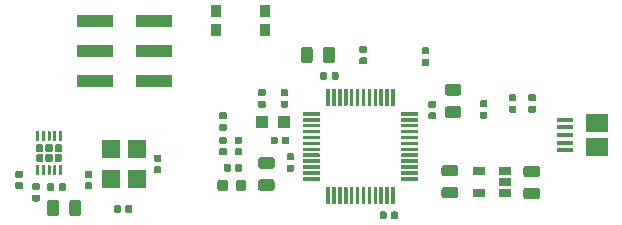
<source format=gtp>
G04 #@! TF.GenerationSoftware,KiCad,Pcbnew,(5.1.5-0)*
G04 #@! TF.CreationDate,2020-02-13T07:59:00-05:00*
G04 #@! TF.ProjectId,bfunc,6266756e-632e-46b6-9963-61645f706362,rev?*
G04 #@! TF.SameCoordinates,Original*
G04 #@! TF.FileFunction,Paste,Top*
G04 #@! TF.FilePolarity,Positive*
%FSLAX46Y46*%
G04 Gerber Fmt 4.6, Leading zero omitted, Abs format (unit mm)*
G04 Created by KiCad (PCBNEW (5.1.5-0)) date 2020-02-13 07:59:00*
%MOMM*%
%LPD*%
G04 APERTURE LIST*
%ADD10R,3.150000X1.000000*%
%ADD11C,0.100000*%
%ADD12R,1.900000X1.500000*%
%ADD13R,1.350000X0.400000*%
%ADD14R,1.060000X0.650000*%
%ADD15R,1.500000X1.600000*%
%ADD16R,1.050000X1.100000*%
%ADD17R,0.900000X1.000000*%
G04 APERTURE END LIST*
D10*
X163017200Y-64071500D03*
X168067200Y-64071500D03*
X163017200Y-66611500D03*
X168067200Y-66611500D03*
X163017200Y-69151500D03*
X168067200Y-69151500D03*
D11*
G36*
X168527998Y-75385150D02*
G01*
X168542316Y-75387274D01*
X168556357Y-75390791D01*
X168569986Y-75395668D01*
X168583071Y-75401857D01*
X168595487Y-75409298D01*
X168607113Y-75417921D01*
X168617838Y-75427642D01*
X168627559Y-75438367D01*
X168636182Y-75449993D01*
X168643623Y-75462409D01*
X168649812Y-75475494D01*
X168654689Y-75489123D01*
X168658206Y-75503164D01*
X168660330Y-75517482D01*
X168661040Y-75531940D01*
X168661040Y-75826940D01*
X168660330Y-75841398D01*
X168658206Y-75855716D01*
X168654689Y-75869757D01*
X168649812Y-75883386D01*
X168643623Y-75896471D01*
X168636182Y-75908887D01*
X168627559Y-75920513D01*
X168617838Y-75931238D01*
X168607113Y-75940959D01*
X168595487Y-75949582D01*
X168583071Y-75957023D01*
X168569986Y-75963212D01*
X168556357Y-75968089D01*
X168542316Y-75971606D01*
X168527998Y-75973730D01*
X168513540Y-75974440D01*
X168168540Y-75974440D01*
X168154082Y-75973730D01*
X168139764Y-75971606D01*
X168125723Y-75968089D01*
X168112094Y-75963212D01*
X168099009Y-75957023D01*
X168086593Y-75949582D01*
X168074967Y-75940959D01*
X168064242Y-75931238D01*
X168054521Y-75920513D01*
X168045898Y-75908887D01*
X168038457Y-75896471D01*
X168032268Y-75883386D01*
X168027391Y-75869757D01*
X168023874Y-75855716D01*
X168021750Y-75841398D01*
X168021040Y-75826940D01*
X168021040Y-75531940D01*
X168021750Y-75517482D01*
X168023874Y-75503164D01*
X168027391Y-75489123D01*
X168032268Y-75475494D01*
X168038457Y-75462409D01*
X168045898Y-75449993D01*
X168054521Y-75438367D01*
X168064242Y-75427642D01*
X168074967Y-75417921D01*
X168086593Y-75409298D01*
X168099009Y-75401857D01*
X168112094Y-75395668D01*
X168125723Y-75390791D01*
X168139764Y-75387274D01*
X168154082Y-75385150D01*
X168168540Y-75384440D01*
X168513540Y-75384440D01*
X168527998Y-75385150D01*
G37*
G36*
X168527998Y-76355150D02*
G01*
X168542316Y-76357274D01*
X168556357Y-76360791D01*
X168569986Y-76365668D01*
X168583071Y-76371857D01*
X168595487Y-76379298D01*
X168607113Y-76387921D01*
X168617838Y-76397642D01*
X168627559Y-76408367D01*
X168636182Y-76419993D01*
X168643623Y-76432409D01*
X168649812Y-76445494D01*
X168654689Y-76459123D01*
X168658206Y-76473164D01*
X168660330Y-76487482D01*
X168661040Y-76501940D01*
X168661040Y-76796940D01*
X168660330Y-76811398D01*
X168658206Y-76825716D01*
X168654689Y-76839757D01*
X168649812Y-76853386D01*
X168643623Y-76866471D01*
X168636182Y-76878887D01*
X168627559Y-76890513D01*
X168617838Y-76901238D01*
X168607113Y-76910959D01*
X168595487Y-76919582D01*
X168583071Y-76927023D01*
X168569986Y-76933212D01*
X168556357Y-76938089D01*
X168542316Y-76941606D01*
X168527998Y-76943730D01*
X168513540Y-76944440D01*
X168168540Y-76944440D01*
X168154082Y-76943730D01*
X168139764Y-76941606D01*
X168125723Y-76938089D01*
X168112094Y-76933212D01*
X168099009Y-76927023D01*
X168086593Y-76919582D01*
X168074967Y-76910959D01*
X168064242Y-76901238D01*
X168054521Y-76890513D01*
X168045898Y-76878887D01*
X168038457Y-76866471D01*
X168032268Y-76853386D01*
X168027391Y-76839757D01*
X168023874Y-76825716D01*
X168021750Y-76811398D01*
X168021040Y-76796940D01*
X168021040Y-76501940D01*
X168021750Y-76487482D01*
X168023874Y-76473164D01*
X168027391Y-76459123D01*
X168032268Y-76445494D01*
X168038457Y-76432409D01*
X168045898Y-76419993D01*
X168054521Y-76408367D01*
X168064242Y-76397642D01*
X168074967Y-76387921D01*
X168086593Y-76379298D01*
X168099009Y-76371857D01*
X168112094Y-76365668D01*
X168125723Y-76360791D01*
X168139764Y-76357274D01*
X168154082Y-76355150D01*
X168168540Y-76354440D01*
X168513540Y-76354440D01*
X168527998Y-76355150D01*
G37*
G36*
X159749162Y-79179094D02*
G01*
X159772823Y-79182604D01*
X159796027Y-79188416D01*
X159818549Y-79196474D01*
X159840173Y-79206702D01*
X159860690Y-79218999D01*
X159879903Y-79233249D01*
X159897627Y-79249313D01*
X159913691Y-79267037D01*
X159927941Y-79286250D01*
X159940238Y-79306767D01*
X159950466Y-79328391D01*
X159958524Y-79350913D01*
X159964336Y-79374117D01*
X159967846Y-79397778D01*
X159969020Y-79421670D01*
X159969020Y-80334170D01*
X159967846Y-80358062D01*
X159964336Y-80381723D01*
X159958524Y-80404927D01*
X159950466Y-80427449D01*
X159940238Y-80449073D01*
X159927941Y-80469590D01*
X159913691Y-80488803D01*
X159897627Y-80506527D01*
X159879903Y-80522591D01*
X159860690Y-80536841D01*
X159840173Y-80549138D01*
X159818549Y-80559366D01*
X159796027Y-80567424D01*
X159772823Y-80573236D01*
X159749162Y-80576746D01*
X159725270Y-80577920D01*
X159237770Y-80577920D01*
X159213878Y-80576746D01*
X159190217Y-80573236D01*
X159167013Y-80567424D01*
X159144491Y-80559366D01*
X159122867Y-80549138D01*
X159102350Y-80536841D01*
X159083137Y-80522591D01*
X159065413Y-80506527D01*
X159049349Y-80488803D01*
X159035099Y-80469590D01*
X159022802Y-80449073D01*
X159012574Y-80427449D01*
X159004516Y-80404927D01*
X158998704Y-80381723D01*
X158995194Y-80358062D01*
X158994020Y-80334170D01*
X158994020Y-79421670D01*
X158995194Y-79397778D01*
X158998704Y-79374117D01*
X159004516Y-79350913D01*
X159012574Y-79328391D01*
X159022802Y-79306767D01*
X159035099Y-79286250D01*
X159049349Y-79267037D01*
X159065413Y-79249313D01*
X159083137Y-79233249D01*
X159102350Y-79218999D01*
X159122867Y-79206702D01*
X159144491Y-79196474D01*
X159167013Y-79188416D01*
X159190217Y-79182604D01*
X159213878Y-79179094D01*
X159237770Y-79177920D01*
X159725270Y-79177920D01*
X159749162Y-79179094D01*
G37*
G36*
X161624162Y-79179094D02*
G01*
X161647823Y-79182604D01*
X161671027Y-79188416D01*
X161693549Y-79196474D01*
X161715173Y-79206702D01*
X161735690Y-79218999D01*
X161754903Y-79233249D01*
X161772627Y-79249313D01*
X161788691Y-79267037D01*
X161802941Y-79286250D01*
X161815238Y-79306767D01*
X161825466Y-79328391D01*
X161833524Y-79350913D01*
X161839336Y-79374117D01*
X161842846Y-79397778D01*
X161844020Y-79421670D01*
X161844020Y-80334170D01*
X161842846Y-80358062D01*
X161839336Y-80381723D01*
X161833524Y-80404927D01*
X161825466Y-80427449D01*
X161815238Y-80449073D01*
X161802941Y-80469590D01*
X161788691Y-80488803D01*
X161772627Y-80506527D01*
X161754903Y-80522591D01*
X161735690Y-80536841D01*
X161715173Y-80549138D01*
X161693549Y-80559366D01*
X161671027Y-80567424D01*
X161647823Y-80573236D01*
X161624162Y-80576746D01*
X161600270Y-80577920D01*
X161112770Y-80577920D01*
X161088878Y-80576746D01*
X161065217Y-80573236D01*
X161042013Y-80567424D01*
X161019491Y-80559366D01*
X160997867Y-80549138D01*
X160977350Y-80536841D01*
X160958137Y-80522591D01*
X160940413Y-80506527D01*
X160924349Y-80488803D01*
X160910099Y-80469590D01*
X160897802Y-80449073D01*
X160887574Y-80427449D01*
X160879516Y-80404927D01*
X160873704Y-80381723D01*
X160870194Y-80358062D01*
X160869020Y-80334170D01*
X160869020Y-79421670D01*
X160870194Y-79397778D01*
X160873704Y-79374117D01*
X160879516Y-79350913D01*
X160887574Y-79328391D01*
X160897802Y-79306767D01*
X160910099Y-79286250D01*
X160924349Y-79267037D01*
X160940413Y-79249313D01*
X160958137Y-79233249D01*
X160977350Y-79218999D01*
X160997867Y-79206702D01*
X161019491Y-79196474D01*
X161042013Y-79188416D01*
X161065217Y-79182604D01*
X161088878Y-79179094D01*
X161112770Y-79177920D01*
X161600270Y-79177920D01*
X161624162Y-79179094D01*
G37*
G36*
X158228298Y-77783050D02*
G01*
X158242616Y-77785174D01*
X158256657Y-77788691D01*
X158270286Y-77793568D01*
X158283371Y-77799757D01*
X158295787Y-77807198D01*
X158307413Y-77815821D01*
X158318138Y-77825542D01*
X158327859Y-77836267D01*
X158336482Y-77847893D01*
X158343923Y-77860309D01*
X158350112Y-77873394D01*
X158354989Y-77887023D01*
X158358506Y-77901064D01*
X158360630Y-77915382D01*
X158361340Y-77929840D01*
X158361340Y-78224840D01*
X158360630Y-78239298D01*
X158358506Y-78253616D01*
X158354989Y-78267657D01*
X158350112Y-78281286D01*
X158343923Y-78294371D01*
X158336482Y-78306787D01*
X158327859Y-78318413D01*
X158318138Y-78329138D01*
X158307413Y-78338859D01*
X158295787Y-78347482D01*
X158283371Y-78354923D01*
X158270286Y-78361112D01*
X158256657Y-78365989D01*
X158242616Y-78369506D01*
X158228298Y-78371630D01*
X158213840Y-78372340D01*
X157868840Y-78372340D01*
X157854382Y-78371630D01*
X157840064Y-78369506D01*
X157826023Y-78365989D01*
X157812394Y-78361112D01*
X157799309Y-78354923D01*
X157786893Y-78347482D01*
X157775267Y-78338859D01*
X157764542Y-78329138D01*
X157754821Y-78318413D01*
X157746198Y-78306787D01*
X157738757Y-78294371D01*
X157732568Y-78281286D01*
X157727691Y-78267657D01*
X157724174Y-78253616D01*
X157722050Y-78239298D01*
X157721340Y-78224840D01*
X157721340Y-77929840D01*
X157722050Y-77915382D01*
X157724174Y-77901064D01*
X157727691Y-77887023D01*
X157732568Y-77873394D01*
X157738757Y-77860309D01*
X157746198Y-77847893D01*
X157754821Y-77836267D01*
X157764542Y-77825542D01*
X157775267Y-77815821D01*
X157786893Y-77807198D01*
X157799309Y-77799757D01*
X157812394Y-77793568D01*
X157826023Y-77788691D01*
X157840064Y-77785174D01*
X157854382Y-77783050D01*
X157868840Y-77782340D01*
X158213840Y-77782340D01*
X158228298Y-77783050D01*
G37*
G36*
X158228298Y-78753050D02*
G01*
X158242616Y-78755174D01*
X158256657Y-78758691D01*
X158270286Y-78763568D01*
X158283371Y-78769757D01*
X158295787Y-78777198D01*
X158307413Y-78785821D01*
X158318138Y-78795542D01*
X158327859Y-78806267D01*
X158336482Y-78817893D01*
X158343923Y-78830309D01*
X158350112Y-78843394D01*
X158354989Y-78857023D01*
X158358506Y-78871064D01*
X158360630Y-78885382D01*
X158361340Y-78899840D01*
X158361340Y-79194840D01*
X158360630Y-79209298D01*
X158358506Y-79223616D01*
X158354989Y-79237657D01*
X158350112Y-79251286D01*
X158343923Y-79264371D01*
X158336482Y-79276787D01*
X158327859Y-79288413D01*
X158318138Y-79299138D01*
X158307413Y-79308859D01*
X158295787Y-79317482D01*
X158283371Y-79324923D01*
X158270286Y-79331112D01*
X158256657Y-79335989D01*
X158242616Y-79339506D01*
X158228298Y-79341630D01*
X158213840Y-79342340D01*
X157868840Y-79342340D01*
X157854382Y-79341630D01*
X157840064Y-79339506D01*
X157826023Y-79335989D01*
X157812394Y-79331112D01*
X157799309Y-79324923D01*
X157786893Y-79317482D01*
X157775267Y-79308859D01*
X157764542Y-79299138D01*
X157754821Y-79288413D01*
X157746198Y-79276787D01*
X157738757Y-79264371D01*
X157732568Y-79251286D01*
X157727691Y-79237657D01*
X157724174Y-79223616D01*
X157722050Y-79209298D01*
X157721340Y-79194840D01*
X157721340Y-78899840D01*
X157722050Y-78885382D01*
X157724174Y-78871064D01*
X157727691Y-78857023D01*
X157732568Y-78843394D01*
X157738757Y-78830309D01*
X157746198Y-78817893D01*
X157754821Y-78806267D01*
X157764542Y-78795542D01*
X157775267Y-78785821D01*
X157786893Y-78777198D01*
X157799309Y-78769757D01*
X157812394Y-78763568D01*
X157826023Y-78758691D01*
X157840064Y-78755174D01*
X157854382Y-78753050D01*
X157868840Y-78752340D01*
X158213840Y-78752340D01*
X158228298Y-78753050D01*
G37*
G36*
X160425518Y-77800950D02*
G01*
X160439836Y-77803074D01*
X160453877Y-77806591D01*
X160467506Y-77811468D01*
X160480591Y-77817657D01*
X160493007Y-77825098D01*
X160504633Y-77833721D01*
X160515358Y-77843442D01*
X160525079Y-77854167D01*
X160533702Y-77865793D01*
X160541143Y-77878209D01*
X160547332Y-77891294D01*
X160552209Y-77904923D01*
X160555726Y-77918964D01*
X160557850Y-77933282D01*
X160558560Y-77947740D01*
X160558560Y-78292740D01*
X160557850Y-78307198D01*
X160555726Y-78321516D01*
X160552209Y-78335557D01*
X160547332Y-78349186D01*
X160541143Y-78362271D01*
X160533702Y-78374687D01*
X160525079Y-78386313D01*
X160515358Y-78397038D01*
X160504633Y-78406759D01*
X160493007Y-78415382D01*
X160480591Y-78422823D01*
X160467506Y-78429012D01*
X160453877Y-78433889D01*
X160439836Y-78437406D01*
X160425518Y-78439530D01*
X160411060Y-78440240D01*
X160116060Y-78440240D01*
X160101602Y-78439530D01*
X160087284Y-78437406D01*
X160073243Y-78433889D01*
X160059614Y-78429012D01*
X160046529Y-78422823D01*
X160034113Y-78415382D01*
X160022487Y-78406759D01*
X160011762Y-78397038D01*
X160002041Y-78386313D01*
X159993418Y-78374687D01*
X159985977Y-78362271D01*
X159979788Y-78349186D01*
X159974911Y-78335557D01*
X159971394Y-78321516D01*
X159969270Y-78307198D01*
X159968560Y-78292740D01*
X159968560Y-77947740D01*
X159969270Y-77933282D01*
X159971394Y-77918964D01*
X159974911Y-77904923D01*
X159979788Y-77891294D01*
X159985977Y-77878209D01*
X159993418Y-77865793D01*
X160002041Y-77854167D01*
X160011762Y-77843442D01*
X160022487Y-77833721D01*
X160034113Y-77825098D01*
X160046529Y-77817657D01*
X160059614Y-77811468D01*
X160073243Y-77806591D01*
X160087284Y-77803074D01*
X160101602Y-77800950D01*
X160116060Y-77800240D01*
X160411060Y-77800240D01*
X160425518Y-77800950D01*
G37*
G36*
X159455518Y-77800950D02*
G01*
X159469836Y-77803074D01*
X159483877Y-77806591D01*
X159497506Y-77811468D01*
X159510591Y-77817657D01*
X159523007Y-77825098D01*
X159534633Y-77833721D01*
X159545358Y-77843442D01*
X159555079Y-77854167D01*
X159563702Y-77865793D01*
X159571143Y-77878209D01*
X159577332Y-77891294D01*
X159582209Y-77904923D01*
X159585726Y-77918964D01*
X159587850Y-77933282D01*
X159588560Y-77947740D01*
X159588560Y-78292740D01*
X159587850Y-78307198D01*
X159585726Y-78321516D01*
X159582209Y-78335557D01*
X159577332Y-78349186D01*
X159571143Y-78362271D01*
X159563702Y-78374687D01*
X159555079Y-78386313D01*
X159545358Y-78397038D01*
X159534633Y-78406759D01*
X159523007Y-78415382D01*
X159510591Y-78422823D01*
X159497506Y-78429012D01*
X159483877Y-78433889D01*
X159469836Y-78437406D01*
X159455518Y-78439530D01*
X159441060Y-78440240D01*
X159146060Y-78440240D01*
X159131602Y-78439530D01*
X159117284Y-78437406D01*
X159103243Y-78433889D01*
X159089614Y-78429012D01*
X159076529Y-78422823D01*
X159064113Y-78415382D01*
X159052487Y-78406759D01*
X159041762Y-78397038D01*
X159032041Y-78386313D01*
X159023418Y-78374687D01*
X159015977Y-78362271D01*
X159009788Y-78349186D01*
X159004911Y-78335557D01*
X159001394Y-78321516D01*
X158999270Y-78307198D01*
X158998560Y-78292740D01*
X158998560Y-77947740D01*
X158999270Y-77933282D01*
X159001394Y-77918964D01*
X159004911Y-77904923D01*
X159009788Y-77891294D01*
X159015977Y-77878209D01*
X159023418Y-77865793D01*
X159032041Y-77854167D01*
X159041762Y-77843442D01*
X159052487Y-77833721D01*
X159064113Y-77825098D01*
X159076529Y-77817657D01*
X159089614Y-77811468D01*
X159103243Y-77806591D01*
X159117284Y-77803074D01*
X159131602Y-77800950D01*
X159146060Y-77800240D01*
X159441060Y-77800240D01*
X159455518Y-77800950D01*
G37*
G36*
X162691078Y-76756750D02*
G01*
X162705396Y-76758874D01*
X162719437Y-76762391D01*
X162733066Y-76767268D01*
X162746151Y-76773457D01*
X162758567Y-76780898D01*
X162770193Y-76789521D01*
X162780918Y-76799242D01*
X162790639Y-76809967D01*
X162799262Y-76821593D01*
X162806703Y-76834009D01*
X162812892Y-76847094D01*
X162817769Y-76860723D01*
X162821286Y-76874764D01*
X162823410Y-76889082D01*
X162824120Y-76903540D01*
X162824120Y-77198540D01*
X162823410Y-77212998D01*
X162821286Y-77227316D01*
X162817769Y-77241357D01*
X162812892Y-77254986D01*
X162806703Y-77268071D01*
X162799262Y-77280487D01*
X162790639Y-77292113D01*
X162780918Y-77302838D01*
X162770193Y-77312559D01*
X162758567Y-77321182D01*
X162746151Y-77328623D01*
X162733066Y-77334812D01*
X162719437Y-77339689D01*
X162705396Y-77343206D01*
X162691078Y-77345330D01*
X162676620Y-77346040D01*
X162331620Y-77346040D01*
X162317162Y-77345330D01*
X162302844Y-77343206D01*
X162288803Y-77339689D01*
X162275174Y-77334812D01*
X162262089Y-77328623D01*
X162249673Y-77321182D01*
X162238047Y-77312559D01*
X162227322Y-77302838D01*
X162217601Y-77292113D01*
X162208978Y-77280487D01*
X162201537Y-77268071D01*
X162195348Y-77254986D01*
X162190471Y-77241357D01*
X162186954Y-77227316D01*
X162184830Y-77212998D01*
X162184120Y-77198540D01*
X162184120Y-76903540D01*
X162184830Y-76889082D01*
X162186954Y-76874764D01*
X162190471Y-76860723D01*
X162195348Y-76847094D01*
X162201537Y-76834009D01*
X162208978Y-76821593D01*
X162217601Y-76809967D01*
X162227322Y-76799242D01*
X162238047Y-76789521D01*
X162249673Y-76780898D01*
X162262089Y-76773457D01*
X162275174Y-76767268D01*
X162288803Y-76762391D01*
X162302844Y-76758874D01*
X162317162Y-76756750D01*
X162331620Y-76756040D01*
X162676620Y-76756040D01*
X162691078Y-76756750D01*
G37*
G36*
X162691078Y-77726750D02*
G01*
X162705396Y-77728874D01*
X162719437Y-77732391D01*
X162733066Y-77737268D01*
X162746151Y-77743457D01*
X162758567Y-77750898D01*
X162770193Y-77759521D01*
X162780918Y-77769242D01*
X162790639Y-77779967D01*
X162799262Y-77791593D01*
X162806703Y-77804009D01*
X162812892Y-77817094D01*
X162817769Y-77830723D01*
X162821286Y-77844764D01*
X162823410Y-77859082D01*
X162824120Y-77873540D01*
X162824120Y-78168540D01*
X162823410Y-78182998D01*
X162821286Y-78197316D01*
X162817769Y-78211357D01*
X162812892Y-78224986D01*
X162806703Y-78238071D01*
X162799262Y-78250487D01*
X162790639Y-78262113D01*
X162780918Y-78272838D01*
X162770193Y-78282559D01*
X162758567Y-78291182D01*
X162746151Y-78298623D01*
X162733066Y-78304812D01*
X162719437Y-78309689D01*
X162705396Y-78313206D01*
X162691078Y-78315330D01*
X162676620Y-78316040D01*
X162331620Y-78316040D01*
X162317162Y-78315330D01*
X162302844Y-78313206D01*
X162288803Y-78309689D01*
X162275174Y-78304812D01*
X162262089Y-78298623D01*
X162249673Y-78291182D01*
X162238047Y-78282559D01*
X162227322Y-78272838D01*
X162217601Y-78262113D01*
X162208978Y-78250487D01*
X162201537Y-78238071D01*
X162195348Y-78224986D01*
X162190471Y-78211357D01*
X162186954Y-78197316D01*
X162184830Y-78182998D01*
X162184120Y-78168540D01*
X162184120Y-77873540D01*
X162184830Y-77859082D01*
X162186954Y-77844764D01*
X162190471Y-77830723D01*
X162195348Y-77817094D01*
X162201537Y-77804009D01*
X162208978Y-77791593D01*
X162217601Y-77779967D01*
X162227322Y-77769242D01*
X162238047Y-77759521D01*
X162249673Y-77750898D01*
X162262089Y-77743457D01*
X162275174Y-77737268D01*
X162288803Y-77732391D01*
X162302844Y-77728874D01*
X162317162Y-77726750D01*
X162331620Y-77726040D01*
X162676620Y-77726040D01*
X162691078Y-77726750D01*
G37*
G36*
X156808298Y-77714050D02*
G01*
X156822616Y-77716174D01*
X156836657Y-77719691D01*
X156850286Y-77724568D01*
X156863371Y-77730757D01*
X156875787Y-77738198D01*
X156887413Y-77746821D01*
X156898138Y-77756542D01*
X156907859Y-77767267D01*
X156916482Y-77778893D01*
X156923923Y-77791309D01*
X156930112Y-77804394D01*
X156934989Y-77818023D01*
X156938506Y-77832064D01*
X156940630Y-77846382D01*
X156941340Y-77860840D01*
X156941340Y-78155840D01*
X156940630Y-78170298D01*
X156938506Y-78184616D01*
X156934989Y-78198657D01*
X156930112Y-78212286D01*
X156923923Y-78225371D01*
X156916482Y-78237787D01*
X156907859Y-78249413D01*
X156898138Y-78260138D01*
X156887413Y-78269859D01*
X156875787Y-78278482D01*
X156863371Y-78285923D01*
X156850286Y-78292112D01*
X156836657Y-78296989D01*
X156822616Y-78300506D01*
X156808298Y-78302630D01*
X156793840Y-78303340D01*
X156448840Y-78303340D01*
X156434382Y-78302630D01*
X156420064Y-78300506D01*
X156406023Y-78296989D01*
X156392394Y-78292112D01*
X156379309Y-78285923D01*
X156366893Y-78278482D01*
X156355267Y-78269859D01*
X156344542Y-78260138D01*
X156334821Y-78249413D01*
X156326198Y-78237787D01*
X156318757Y-78225371D01*
X156312568Y-78212286D01*
X156307691Y-78198657D01*
X156304174Y-78184616D01*
X156302050Y-78170298D01*
X156301340Y-78155840D01*
X156301340Y-77860840D01*
X156302050Y-77846382D01*
X156304174Y-77832064D01*
X156307691Y-77818023D01*
X156312568Y-77804394D01*
X156318757Y-77791309D01*
X156326198Y-77778893D01*
X156334821Y-77767267D01*
X156344542Y-77756542D01*
X156355267Y-77746821D01*
X156366893Y-77738198D01*
X156379309Y-77730757D01*
X156392394Y-77724568D01*
X156406023Y-77719691D01*
X156420064Y-77716174D01*
X156434382Y-77714050D01*
X156448840Y-77713340D01*
X156793840Y-77713340D01*
X156808298Y-77714050D01*
G37*
G36*
X156808298Y-76744050D02*
G01*
X156822616Y-76746174D01*
X156836657Y-76749691D01*
X156850286Y-76754568D01*
X156863371Y-76760757D01*
X156875787Y-76768198D01*
X156887413Y-76776821D01*
X156898138Y-76786542D01*
X156907859Y-76797267D01*
X156916482Y-76808893D01*
X156923923Y-76821309D01*
X156930112Y-76834394D01*
X156934989Y-76848023D01*
X156938506Y-76862064D01*
X156940630Y-76876382D01*
X156941340Y-76890840D01*
X156941340Y-77185840D01*
X156940630Y-77200298D01*
X156938506Y-77214616D01*
X156934989Y-77228657D01*
X156930112Y-77242286D01*
X156923923Y-77255371D01*
X156916482Y-77267787D01*
X156907859Y-77279413D01*
X156898138Y-77290138D01*
X156887413Y-77299859D01*
X156875787Y-77308482D01*
X156863371Y-77315923D01*
X156850286Y-77322112D01*
X156836657Y-77326989D01*
X156822616Y-77330506D01*
X156808298Y-77332630D01*
X156793840Y-77333340D01*
X156448840Y-77333340D01*
X156434382Y-77332630D01*
X156420064Y-77330506D01*
X156406023Y-77326989D01*
X156392394Y-77322112D01*
X156379309Y-77315923D01*
X156366893Y-77308482D01*
X156355267Y-77299859D01*
X156344542Y-77290138D01*
X156334821Y-77279413D01*
X156326198Y-77267787D01*
X156318757Y-77255371D01*
X156312568Y-77242286D01*
X156307691Y-77228657D01*
X156304174Y-77214616D01*
X156302050Y-77200298D01*
X156301340Y-77185840D01*
X156301340Y-76890840D01*
X156302050Y-76876382D01*
X156304174Y-76862064D01*
X156307691Y-76848023D01*
X156312568Y-76834394D01*
X156318757Y-76821309D01*
X156326198Y-76808893D01*
X156334821Y-76797267D01*
X156344542Y-76786542D01*
X156355267Y-76776821D01*
X156366893Y-76768198D01*
X156379309Y-76760757D01*
X156392394Y-76754568D01*
X156406023Y-76749691D01*
X156420064Y-76746174D01*
X156434382Y-76744050D01*
X156448840Y-76743340D01*
X156793840Y-76743340D01*
X156808298Y-76744050D01*
G37*
G36*
X174065198Y-72766270D02*
G01*
X174079516Y-72768394D01*
X174093557Y-72771911D01*
X174107186Y-72776788D01*
X174120271Y-72782977D01*
X174132687Y-72790418D01*
X174144313Y-72799041D01*
X174155038Y-72808762D01*
X174164759Y-72819487D01*
X174173382Y-72831113D01*
X174180823Y-72843529D01*
X174187012Y-72856614D01*
X174191889Y-72870243D01*
X174195406Y-72884284D01*
X174197530Y-72898602D01*
X174198240Y-72913060D01*
X174198240Y-73208060D01*
X174197530Y-73222518D01*
X174195406Y-73236836D01*
X174191889Y-73250877D01*
X174187012Y-73264506D01*
X174180823Y-73277591D01*
X174173382Y-73290007D01*
X174164759Y-73301633D01*
X174155038Y-73312358D01*
X174144313Y-73322079D01*
X174132687Y-73330702D01*
X174120271Y-73338143D01*
X174107186Y-73344332D01*
X174093557Y-73349209D01*
X174079516Y-73352726D01*
X174065198Y-73354850D01*
X174050740Y-73355560D01*
X173705740Y-73355560D01*
X173691282Y-73354850D01*
X173676964Y-73352726D01*
X173662923Y-73349209D01*
X173649294Y-73344332D01*
X173636209Y-73338143D01*
X173623793Y-73330702D01*
X173612167Y-73322079D01*
X173601442Y-73312358D01*
X173591721Y-73301633D01*
X173583098Y-73290007D01*
X173575657Y-73277591D01*
X173569468Y-73264506D01*
X173564591Y-73250877D01*
X173561074Y-73236836D01*
X173558950Y-73222518D01*
X173558240Y-73208060D01*
X173558240Y-72913060D01*
X173558950Y-72898602D01*
X173561074Y-72884284D01*
X173564591Y-72870243D01*
X173569468Y-72856614D01*
X173575657Y-72843529D01*
X173583098Y-72831113D01*
X173591721Y-72819487D01*
X173601442Y-72808762D01*
X173612167Y-72799041D01*
X173623793Y-72790418D01*
X173636209Y-72782977D01*
X173649294Y-72776788D01*
X173662923Y-72771911D01*
X173676964Y-72768394D01*
X173691282Y-72766270D01*
X173705740Y-72765560D01*
X174050740Y-72765560D01*
X174065198Y-72766270D01*
G37*
G36*
X174065198Y-71796270D02*
G01*
X174079516Y-71798394D01*
X174093557Y-71801911D01*
X174107186Y-71806788D01*
X174120271Y-71812977D01*
X174132687Y-71820418D01*
X174144313Y-71829041D01*
X174155038Y-71838762D01*
X174164759Y-71849487D01*
X174173382Y-71861113D01*
X174180823Y-71873529D01*
X174187012Y-71886614D01*
X174191889Y-71900243D01*
X174195406Y-71914284D01*
X174197530Y-71928602D01*
X174198240Y-71943060D01*
X174198240Y-72238060D01*
X174197530Y-72252518D01*
X174195406Y-72266836D01*
X174191889Y-72280877D01*
X174187012Y-72294506D01*
X174180823Y-72307591D01*
X174173382Y-72320007D01*
X174164759Y-72331633D01*
X174155038Y-72342358D01*
X174144313Y-72352079D01*
X174132687Y-72360702D01*
X174120271Y-72368143D01*
X174107186Y-72374332D01*
X174093557Y-72379209D01*
X174079516Y-72382726D01*
X174065198Y-72384850D01*
X174050740Y-72385560D01*
X173705740Y-72385560D01*
X173691282Y-72384850D01*
X173676964Y-72382726D01*
X173662923Y-72379209D01*
X173649294Y-72374332D01*
X173636209Y-72368143D01*
X173623793Y-72360702D01*
X173612167Y-72352079D01*
X173601442Y-72342358D01*
X173591721Y-72331633D01*
X173583098Y-72320007D01*
X173575657Y-72307591D01*
X173569468Y-72294506D01*
X173564591Y-72280877D01*
X173561074Y-72266836D01*
X173558950Y-72252518D01*
X173558240Y-72238060D01*
X173558240Y-71943060D01*
X173558950Y-71928602D01*
X173561074Y-71914284D01*
X173564591Y-71900243D01*
X173569468Y-71886614D01*
X173575657Y-71873529D01*
X173583098Y-71861113D01*
X173591721Y-71849487D01*
X173601442Y-71838762D01*
X173612167Y-71829041D01*
X173623793Y-71820418D01*
X173636209Y-71812977D01*
X173649294Y-71806788D01*
X173662923Y-71801911D01*
X173676964Y-71798394D01*
X173691282Y-71796270D01*
X173705740Y-71795560D01*
X174050740Y-71795560D01*
X174065198Y-71796270D01*
G37*
G36*
X179256958Y-69832710D02*
G01*
X179271276Y-69834834D01*
X179285317Y-69838351D01*
X179298946Y-69843228D01*
X179312031Y-69849417D01*
X179324447Y-69856858D01*
X179336073Y-69865481D01*
X179346798Y-69875202D01*
X179356519Y-69885927D01*
X179365142Y-69897553D01*
X179372583Y-69909969D01*
X179378772Y-69923054D01*
X179383649Y-69936683D01*
X179387166Y-69950724D01*
X179389290Y-69965042D01*
X179390000Y-69979500D01*
X179390000Y-70274500D01*
X179389290Y-70288958D01*
X179387166Y-70303276D01*
X179383649Y-70317317D01*
X179378772Y-70330946D01*
X179372583Y-70344031D01*
X179365142Y-70356447D01*
X179356519Y-70368073D01*
X179346798Y-70378798D01*
X179336073Y-70388519D01*
X179324447Y-70397142D01*
X179312031Y-70404583D01*
X179298946Y-70410772D01*
X179285317Y-70415649D01*
X179271276Y-70419166D01*
X179256958Y-70421290D01*
X179242500Y-70422000D01*
X178897500Y-70422000D01*
X178883042Y-70421290D01*
X178868724Y-70419166D01*
X178854683Y-70415649D01*
X178841054Y-70410772D01*
X178827969Y-70404583D01*
X178815553Y-70397142D01*
X178803927Y-70388519D01*
X178793202Y-70378798D01*
X178783481Y-70368073D01*
X178774858Y-70356447D01*
X178767417Y-70344031D01*
X178761228Y-70330946D01*
X178756351Y-70317317D01*
X178752834Y-70303276D01*
X178750710Y-70288958D01*
X178750000Y-70274500D01*
X178750000Y-69979500D01*
X178750710Y-69965042D01*
X178752834Y-69950724D01*
X178756351Y-69936683D01*
X178761228Y-69923054D01*
X178767417Y-69909969D01*
X178774858Y-69897553D01*
X178783481Y-69885927D01*
X178793202Y-69875202D01*
X178803927Y-69865481D01*
X178815553Y-69856858D01*
X178827969Y-69849417D01*
X178841054Y-69843228D01*
X178854683Y-69838351D01*
X178868724Y-69834834D01*
X178883042Y-69832710D01*
X178897500Y-69832000D01*
X179242500Y-69832000D01*
X179256958Y-69832710D01*
G37*
G36*
X179256958Y-70802710D02*
G01*
X179271276Y-70804834D01*
X179285317Y-70808351D01*
X179298946Y-70813228D01*
X179312031Y-70819417D01*
X179324447Y-70826858D01*
X179336073Y-70835481D01*
X179346798Y-70845202D01*
X179356519Y-70855927D01*
X179365142Y-70867553D01*
X179372583Y-70879969D01*
X179378772Y-70893054D01*
X179383649Y-70906683D01*
X179387166Y-70920724D01*
X179389290Y-70935042D01*
X179390000Y-70949500D01*
X179390000Y-71244500D01*
X179389290Y-71258958D01*
X179387166Y-71273276D01*
X179383649Y-71287317D01*
X179378772Y-71300946D01*
X179372583Y-71314031D01*
X179365142Y-71326447D01*
X179356519Y-71338073D01*
X179346798Y-71348798D01*
X179336073Y-71358519D01*
X179324447Y-71367142D01*
X179312031Y-71374583D01*
X179298946Y-71380772D01*
X179285317Y-71385649D01*
X179271276Y-71389166D01*
X179256958Y-71391290D01*
X179242500Y-71392000D01*
X178897500Y-71392000D01*
X178883042Y-71391290D01*
X178868724Y-71389166D01*
X178854683Y-71385649D01*
X178841054Y-71380772D01*
X178827969Y-71374583D01*
X178815553Y-71367142D01*
X178803927Y-71358519D01*
X178793202Y-71348798D01*
X178783481Y-71338073D01*
X178774858Y-71326447D01*
X178767417Y-71314031D01*
X178761228Y-71300946D01*
X178756351Y-71287317D01*
X178752834Y-71273276D01*
X178750710Y-71258958D01*
X178750000Y-71244500D01*
X178750000Y-70949500D01*
X178750710Y-70935042D01*
X178752834Y-70920724D01*
X178756351Y-70906683D01*
X178761228Y-70893054D01*
X178767417Y-70879969D01*
X178774858Y-70867553D01*
X178783481Y-70855927D01*
X178793202Y-70845202D01*
X178803927Y-70835481D01*
X178815553Y-70826858D01*
X178827969Y-70819417D01*
X178841054Y-70813228D01*
X178854683Y-70808351D01*
X178868724Y-70804834D01*
X178883042Y-70802710D01*
X178897500Y-70802000D01*
X179242500Y-70802000D01*
X179256958Y-70802710D01*
G37*
G36*
X177351958Y-70802710D02*
G01*
X177366276Y-70804834D01*
X177380317Y-70808351D01*
X177393946Y-70813228D01*
X177407031Y-70819417D01*
X177419447Y-70826858D01*
X177431073Y-70835481D01*
X177441798Y-70845202D01*
X177451519Y-70855927D01*
X177460142Y-70867553D01*
X177467583Y-70879969D01*
X177473772Y-70893054D01*
X177478649Y-70906683D01*
X177482166Y-70920724D01*
X177484290Y-70935042D01*
X177485000Y-70949500D01*
X177485000Y-71244500D01*
X177484290Y-71258958D01*
X177482166Y-71273276D01*
X177478649Y-71287317D01*
X177473772Y-71300946D01*
X177467583Y-71314031D01*
X177460142Y-71326447D01*
X177451519Y-71338073D01*
X177441798Y-71348798D01*
X177431073Y-71358519D01*
X177419447Y-71367142D01*
X177407031Y-71374583D01*
X177393946Y-71380772D01*
X177380317Y-71385649D01*
X177366276Y-71389166D01*
X177351958Y-71391290D01*
X177337500Y-71392000D01*
X176992500Y-71392000D01*
X176978042Y-71391290D01*
X176963724Y-71389166D01*
X176949683Y-71385649D01*
X176936054Y-71380772D01*
X176922969Y-71374583D01*
X176910553Y-71367142D01*
X176898927Y-71358519D01*
X176888202Y-71348798D01*
X176878481Y-71338073D01*
X176869858Y-71326447D01*
X176862417Y-71314031D01*
X176856228Y-71300946D01*
X176851351Y-71287317D01*
X176847834Y-71273276D01*
X176845710Y-71258958D01*
X176845000Y-71244500D01*
X176845000Y-70949500D01*
X176845710Y-70935042D01*
X176847834Y-70920724D01*
X176851351Y-70906683D01*
X176856228Y-70893054D01*
X176862417Y-70879969D01*
X176869858Y-70867553D01*
X176878481Y-70855927D01*
X176888202Y-70845202D01*
X176898927Y-70835481D01*
X176910553Y-70826858D01*
X176922969Y-70819417D01*
X176936054Y-70813228D01*
X176949683Y-70808351D01*
X176963724Y-70804834D01*
X176978042Y-70802710D01*
X176992500Y-70802000D01*
X177337500Y-70802000D01*
X177351958Y-70802710D01*
G37*
G36*
X177351958Y-69832710D02*
G01*
X177366276Y-69834834D01*
X177380317Y-69838351D01*
X177393946Y-69843228D01*
X177407031Y-69849417D01*
X177419447Y-69856858D01*
X177431073Y-69865481D01*
X177441798Y-69875202D01*
X177451519Y-69885927D01*
X177460142Y-69897553D01*
X177467583Y-69909969D01*
X177473772Y-69923054D01*
X177478649Y-69936683D01*
X177482166Y-69950724D01*
X177484290Y-69965042D01*
X177485000Y-69979500D01*
X177485000Y-70274500D01*
X177484290Y-70288958D01*
X177482166Y-70303276D01*
X177478649Y-70317317D01*
X177473772Y-70330946D01*
X177467583Y-70344031D01*
X177460142Y-70356447D01*
X177451519Y-70368073D01*
X177441798Y-70378798D01*
X177431073Y-70388519D01*
X177419447Y-70397142D01*
X177407031Y-70404583D01*
X177393946Y-70410772D01*
X177380317Y-70415649D01*
X177366276Y-70419166D01*
X177351958Y-70421290D01*
X177337500Y-70422000D01*
X176992500Y-70422000D01*
X176978042Y-70421290D01*
X176963724Y-70419166D01*
X176949683Y-70415649D01*
X176936054Y-70410772D01*
X176922969Y-70404583D01*
X176910553Y-70397142D01*
X176898927Y-70388519D01*
X176888202Y-70378798D01*
X176878481Y-70368073D01*
X176869858Y-70356447D01*
X176862417Y-70344031D01*
X176856228Y-70330946D01*
X176851351Y-70317317D01*
X176847834Y-70303276D01*
X176845710Y-70288958D01*
X176845000Y-70274500D01*
X176845000Y-69979500D01*
X176845710Y-69965042D01*
X176847834Y-69950724D01*
X176851351Y-69936683D01*
X176856228Y-69923054D01*
X176862417Y-69909969D01*
X176869858Y-69897553D01*
X176878481Y-69885927D01*
X176888202Y-69875202D01*
X176898927Y-69865481D01*
X176910553Y-69856858D01*
X176922969Y-69849417D01*
X176936054Y-69843228D01*
X176949683Y-69838351D01*
X176963724Y-69834834D01*
X176978042Y-69832710D01*
X176992500Y-69832000D01*
X177337500Y-69832000D01*
X177351958Y-69832710D01*
G37*
G36*
X183117642Y-66230174D02*
G01*
X183141303Y-66233684D01*
X183164507Y-66239496D01*
X183187029Y-66247554D01*
X183208653Y-66257782D01*
X183229170Y-66270079D01*
X183248383Y-66284329D01*
X183266107Y-66300393D01*
X183282171Y-66318117D01*
X183296421Y-66337330D01*
X183308718Y-66357847D01*
X183318946Y-66379471D01*
X183327004Y-66401993D01*
X183332816Y-66425197D01*
X183336326Y-66448858D01*
X183337500Y-66472750D01*
X183337500Y-67385250D01*
X183336326Y-67409142D01*
X183332816Y-67432803D01*
X183327004Y-67456007D01*
X183318946Y-67478529D01*
X183308718Y-67500153D01*
X183296421Y-67520670D01*
X183282171Y-67539883D01*
X183266107Y-67557607D01*
X183248383Y-67573671D01*
X183229170Y-67587921D01*
X183208653Y-67600218D01*
X183187029Y-67610446D01*
X183164507Y-67618504D01*
X183141303Y-67624316D01*
X183117642Y-67627826D01*
X183093750Y-67629000D01*
X182606250Y-67629000D01*
X182582358Y-67627826D01*
X182558697Y-67624316D01*
X182535493Y-67618504D01*
X182512971Y-67610446D01*
X182491347Y-67600218D01*
X182470830Y-67587921D01*
X182451617Y-67573671D01*
X182433893Y-67557607D01*
X182417829Y-67539883D01*
X182403579Y-67520670D01*
X182391282Y-67500153D01*
X182381054Y-67478529D01*
X182372996Y-67456007D01*
X182367184Y-67432803D01*
X182363674Y-67409142D01*
X182362500Y-67385250D01*
X182362500Y-66472750D01*
X182363674Y-66448858D01*
X182367184Y-66425197D01*
X182372996Y-66401993D01*
X182381054Y-66379471D01*
X182391282Y-66357847D01*
X182403579Y-66337330D01*
X182417829Y-66318117D01*
X182433893Y-66300393D01*
X182451617Y-66284329D01*
X182470830Y-66270079D01*
X182491347Y-66257782D01*
X182512971Y-66247554D01*
X182535493Y-66239496D01*
X182558697Y-66233684D01*
X182582358Y-66230174D01*
X182606250Y-66229000D01*
X183093750Y-66229000D01*
X183117642Y-66230174D01*
G37*
G36*
X181242642Y-66230174D02*
G01*
X181266303Y-66233684D01*
X181289507Y-66239496D01*
X181312029Y-66247554D01*
X181333653Y-66257782D01*
X181354170Y-66270079D01*
X181373383Y-66284329D01*
X181391107Y-66300393D01*
X181407171Y-66318117D01*
X181421421Y-66337330D01*
X181433718Y-66357847D01*
X181443946Y-66379471D01*
X181452004Y-66401993D01*
X181457816Y-66425197D01*
X181461326Y-66448858D01*
X181462500Y-66472750D01*
X181462500Y-67385250D01*
X181461326Y-67409142D01*
X181457816Y-67432803D01*
X181452004Y-67456007D01*
X181443946Y-67478529D01*
X181433718Y-67500153D01*
X181421421Y-67520670D01*
X181407171Y-67539883D01*
X181391107Y-67557607D01*
X181373383Y-67573671D01*
X181354170Y-67587921D01*
X181333653Y-67600218D01*
X181312029Y-67610446D01*
X181289507Y-67618504D01*
X181266303Y-67624316D01*
X181242642Y-67627826D01*
X181218750Y-67629000D01*
X180731250Y-67629000D01*
X180707358Y-67627826D01*
X180683697Y-67624316D01*
X180660493Y-67618504D01*
X180637971Y-67610446D01*
X180616347Y-67600218D01*
X180595830Y-67587921D01*
X180576617Y-67573671D01*
X180558893Y-67557607D01*
X180542829Y-67539883D01*
X180528579Y-67520670D01*
X180516282Y-67500153D01*
X180506054Y-67478529D01*
X180497996Y-67456007D01*
X180492184Y-67432803D01*
X180488674Y-67409142D01*
X180487500Y-67385250D01*
X180487500Y-66472750D01*
X180488674Y-66448858D01*
X180492184Y-66425197D01*
X180497996Y-66401993D01*
X180506054Y-66379471D01*
X180516282Y-66357847D01*
X180528579Y-66337330D01*
X180542829Y-66318117D01*
X180558893Y-66300393D01*
X180576617Y-66284329D01*
X180595830Y-66270079D01*
X180616347Y-66257782D01*
X180637971Y-66247554D01*
X180660493Y-66239496D01*
X180683697Y-66233684D01*
X180707358Y-66230174D01*
X180731250Y-66229000D01*
X181218750Y-66229000D01*
X181242642Y-66230174D01*
G37*
G36*
X183526958Y-68387710D02*
G01*
X183541276Y-68389834D01*
X183555317Y-68393351D01*
X183568946Y-68398228D01*
X183582031Y-68404417D01*
X183594447Y-68411858D01*
X183606073Y-68420481D01*
X183616798Y-68430202D01*
X183626519Y-68440927D01*
X183635142Y-68452553D01*
X183642583Y-68464969D01*
X183648772Y-68478054D01*
X183653649Y-68491683D01*
X183657166Y-68505724D01*
X183659290Y-68520042D01*
X183660000Y-68534500D01*
X183660000Y-68879500D01*
X183659290Y-68893958D01*
X183657166Y-68908276D01*
X183653649Y-68922317D01*
X183648772Y-68935946D01*
X183642583Y-68949031D01*
X183635142Y-68961447D01*
X183626519Y-68973073D01*
X183616798Y-68983798D01*
X183606073Y-68993519D01*
X183594447Y-69002142D01*
X183582031Y-69009583D01*
X183568946Y-69015772D01*
X183555317Y-69020649D01*
X183541276Y-69024166D01*
X183526958Y-69026290D01*
X183512500Y-69027000D01*
X183217500Y-69027000D01*
X183203042Y-69026290D01*
X183188724Y-69024166D01*
X183174683Y-69020649D01*
X183161054Y-69015772D01*
X183147969Y-69009583D01*
X183135553Y-69002142D01*
X183123927Y-68993519D01*
X183113202Y-68983798D01*
X183103481Y-68973073D01*
X183094858Y-68961447D01*
X183087417Y-68949031D01*
X183081228Y-68935946D01*
X183076351Y-68922317D01*
X183072834Y-68908276D01*
X183070710Y-68893958D01*
X183070000Y-68879500D01*
X183070000Y-68534500D01*
X183070710Y-68520042D01*
X183072834Y-68505724D01*
X183076351Y-68491683D01*
X183081228Y-68478054D01*
X183087417Y-68464969D01*
X183094858Y-68452553D01*
X183103481Y-68440927D01*
X183113202Y-68430202D01*
X183123927Y-68420481D01*
X183135553Y-68411858D01*
X183147969Y-68404417D01*
X183161054Y-68398228D01*
X183174683Y-68393351D01*
X183188724Y-68389834D01*
X183203042Y-68387710D01*
X183217500Y-68387000D01*
X183512500Y-68387000D01*
X183526958Y-68387710D01*
G37*
G36*
X182556958Y-68387710D02*
G01*
X182571276Y-68389834D01*
X182585317Y-68393351D01*
X182598946Y-68398228D01*
X182612031Y-68404417D01*
X182624447Y-68411858D01*
X182636073Y-68420481D01*
X182646798Y-68430202D01*
X182656519Y-68440927D01*
X182665142Y-68452553D01*
X182672583Y-68464969D01*
X182678772Y-68478054D01*
X182683649Y-68491683D01*
X182687166Y-68505724D01*
X182689290Y-68520042D01*
X182690000Y-68534500D01*
X182690000Y-68879500D01*
X182689290Y-68893958D01*
X182687166Y-68908276D01*
X182683649Y-68922317D01*
X182678772Y-68935946D01*
X182672583Y-68949031D01*
X182665142Y-68961447D01*
X182656519Y-68973073D01*
X182646798Y-68983798D01*
X182636073Y-68993519D01*
X182624447Y-69002142D01*
X182612031Y-69009583D01*
X182598946Y-69015772D01*
X182585317Y-69020649D01*
X182571276Y-69024166D01*
X182556958Y-69026290D01*
X182542500Y-69027000D01*
X182247500Y-69027000D01*
X182233042Y-69026290D01*
X182218724Y-69024166D01*
X182204683Y-69020649D01*
X182191054Y-69015772D01*
X182177969Y-69009583D01*
X182165553Y-69002142D01*
X182153927Y-68993519D01*
X182143202Y-68983798D01*
X182133481Y-68973073D01*
X182124858Y-68961447D01*
X182117417Y-68949031D01*
X182111228Y-68935946D01*
X182106351Y-68922317D01*
X182102834Y-68908276D01*
X182100710Y-68893958D01*
X182100000Y-68879500D01*
X182100000Y-68534500D01*
X182100710Y-68520042D01*
X182102834Y-68505724D01*
X182106351Y-68491683D01*
X182111228Y-68478054D01*
X182117417Y-68464969D01*
X182124858Y-68452553D01*
X182133481Y-68440927D01*
X182143202Y-68430202D01*
X182153927Y-68420481D01*
X182165553Y-68411858D01*
X182177969Y-68404417D01*
X182191054Y-68398228D01*
X182204683Y-68393351D01*
X182218724Y-68389834D01*
X182233042Y-68387710D01*
X182247500Y-68387000D01*
X182542500Y-68387000D01*
X182556958Y-68387710D01*
G37*
G36*
X188563638Y-80188550D02*
G01*
X188577956Y-80190674D01*
X188591997Y-80194191D01*
X188605626Y-80199068D01*
X188618711Y-80205257D01*
X188631127Y-80212698D01*
X188642753Y-80221321D01*
X188653478Y-80231042D01*
X188663199Y-80241767D01*
X188671822Y-80253393D01*
X188679263Y-80265809D01*
X188685452Y-80278894D01*
X188690329Y-80292523D01*
X188693846Y-80306564D01*
X188695970Y-80320882D01*
X188696680Y-80335340D01*
X188696680Y-80680340D01*
X188695970Y-80694798D01*
X188693846Y-80709116D01*
X188690329Y-80723157D01*
X188685452Y-80736786D01*
X188679263Y-80749871D01*
X188671822Y-80762287D01*
X188663199Y-80773913D01*
X188653478Y-80784638D01*
X188642753Y-80794359D01*
X188631127Y-80802982D01*
X188618711Y-80810423D01*
X188605626Y-80816612D01*
X188591997Y-80821489D01*
X188577956Y-80825006D01*
X188563638Y-80827130D01*
X188549180Y-80827840D01*
X188254180Y-80827840D01*
X188239722Y-80827130D01*
X188225404Y-80825006D01*
X188211363Y-80821489D01*
X188197734Y-80816612D01*
X188184649Y-80810423D01*
X188172233Y-80802982D01*
X188160607Y-80794359D01*
X188149882Y-80784638D01*
X188140161Y-80773913D01*
X188131538Y-80762287D01*
X188124097Y-80749871D01*
X188117908Y-80736786D01*
X188113031Y-80723157D01*
X188109514Y-80709116D01*
X188107390Y-80694798D01*
X188106680Y-80680340D01*
X188106680Y-80335340D01*
X188107390Y-80320882D01*
X188109514Y-80306564D01*
X188113031Y-80292523D01*
X188117908Y-80278894D01*
X188124097Y-80265809D01*
X188131538Y-80253393D01*
X188140161Y-80241767D01*
X188149882Y-80231042D01*
X188160607Y-80221321D01*
X188172233Y-80212698D01*
X188184649Y-80205257D01*
X188197734Y-80199068D01*
X188211363Y-80194191D01*
X188225404Y-80190674D01*
X188239722Y-80188550D01*
X188254180Y-80187840D01*
X188549180Y-80187840D01*
X188563638Y-80188550D01*
G37*
G36*
X187593638Y-80188550D02*
G01*
X187607956Y-80190674D01*
X187621997Y-80194191D01*
X187635626Y-80199068D01*
X187648711Y-80205257D01*
X187661127Y-80212698D01*
X187672753Y-80221321D01*
X187683478Y-80231042D01*
X187693199Y-80241767D01*
X187701822Y-80253393D01*
X187709263Y-80265809D01*
X187715452Y-80278894D01*
X187720329Y-80292523D01*
X187723846Y-80306564D01*
X187725970Y-80320882D01*
X187726680Y-80335340D01*
X187726680Y-80680340D01*
X187725970Y-80694798D01*
X187723846Y-80709116D01*
X187720329Y-80723157D01*
X187715452Y-80736786D01*
X187709263Y-80749871D01*
X187701822Y-80762287D01*
X187693199Y-80773913D01*
X187683478Y-80784638D01*
X187672753Y-80794359D01*
X187661127Y-80802982D01*
X187648711Y-80810423D01*
X187635626Y-80816612D01*
X187621997Y-80821489D01*
X187607956Y-80825006D01*
X187593638Y-80827130D01*
X187579180Y-80827840D01*
X187284180Y-80827840D01*
X187269722Y-80827130D01*
X187255404Y-80825006D01*
X187241363Y-80821489D01*
X187227734Y-80816612D01*
X187214649Y-80810423D01*
X187202233Y-80802982D01*
X187190607Y-80794359D01*
X187179882Y-80784638D01*
X187170161Y-80773913D01*
X187161538Y-80762287D01*
X187154097Y-80749871D01*
X187147908Y-80736786D01*
X187143031Y-80723157D01*
X187139514Y-80709116D01*
X187137390Y-80694798D01*
X187136680Y-80680340D01*
X187136680Y-80335340D01*
X187137390Y-80320882D01*
X187139514Y-80306564D01*
X187143031Y-80292523D01*
X187147908Y-80278894D01*
X187154097Y-80265809D01*
X187161538Y-80253393D01*
X187170161Y-80241767D01*
X187179882Y-80231042D01*
X187190607Y-80221321D01*
X187202233Y-80212698D01*
X187214649Y-80205257D01*
X187227734Y-80199068D01*
X187241363Y-80194191D01*
X187255404Y-80190674D01*
X187269722Y-80188550D01*
X187284180Y-80187840D01*
X187579180Y-80187840D01*
X187593638Y-80188550D01*
G37*
G36*
X179764958Y-76240710D02*
G01*
X179779276Y-76242834D01*
X179793317Y-76246351D01*
X179806946Y-76251228D01*
X179820031Y-76257417D01*
X179832447Y-76264858D01*
X179844073Y-76273481D01*
X179854798Y-76283202D01*
X179864519Y-76293927D01*
X179873142Y-76305553D01*
X179880583Y-76317969D01*
X179886772Y-76331054D01*
X179891649Y-76344683D01*
X179895166Y-76358724D01*
X179897290Y-76373042D01*
X179898000Y-76387500D01*
X179898000Y-76682500D01*
X179897290Y-76696958D01*
X179895166Y-76711276D01*
X179891649Y-76725317D01*
X179886772Y-76738946D01*
X179880583Y-76752031D01*
X179873142Y-76764447D01*
X179864519Y-76776073D01*
X179854798Y-76786798D01*
X179844073Y-76796519D01*
X179832447Y-76805142D01*
X179820031Y-76812583D01*
X179806946Y-76818772D01*
X179793317Y-76823649D01*
X179779276Y-76827166D01*
X179764958Y-76829290D01*
X179750500Y-76830000D01*
X179405500Y-76830000D01*
X179391042Y-76829290D01*
X179376724Y-76827166D01*
X179362683Y-76823649D01*
X179349054Y-76818772D01*
X179335969Y-76812583D01*
X179323553Y-76805142D01*
X179311927Y-76796519D01*
X179301202Y-76786798D01*
X179291481Y-76776073D01*
X179282858Y-76764447D01*
X179275417Y-76752031D01*
X179269228Y-76738946D01*
X179264351Y-76725317D01*
X179260834Y-76711276D01*
X179258710Y-76696958D01*
X179258000Y-76682500D01*
X179258000Y-76387500D01*
X179258710Y-76373042D01*
X179260834Y-76358724D01*
X179264351Y-76344683D01*
X179269228Y-76331054D01*
X179275417Y-76317969D01*
X179282858Y-76305553D01*
X179291481Y-76293927D01*
X179301202Y-76283202D01*
X179311927Y-76273481D01*
X179323553Y-76264858D01*
X179335969Y-76257417D01*
X179349054Y-76251228D01*
X179362683Y-76246351D01*
X179376724Y-76242834D01*
X179391042Y-76240710D01*
X179405500Y-76240000D01*
X179750500Y-76240000D01*
X179764958Y-76240710D01*
G37*
G36*
X179764958Y-75270710D02*
G01*
X179779276Y-75272834D01*
X179793317Y-75276351D01*
X179806946Y-75281228D01*
X179820031Y-75287417D01*
X179832447Y-75294858D01*
X179844073Y-75303481D01*
X179854798Y-75313202D01*
X179864519Y-75323927D01*
X179873142Y-75335553D01*
X179880583Y-75347969D01*
X179886772Y-75361054D01*
X179891649Y-75374683D01*
X179895166Y-75388724D01*
X179897290Y-75403042D01*
X179898000Y-75417500D01*
X179898000Y-75712500D01*
X179897290Y-75726958D01*
X179895166Y-75741276D01*
X179891649Y-75755317D01*
X179886772Y-75768946D01*
X179880583Y-75782031D01*
X179873142Y-75794447D01*
X179864519Y-75806073D01*
X179854798Y-75816798D01*
X179844073Y-75826519D01*
X179832447Y-75835142D01*
X179820031Y-75842583D01*
X179806946Y-75848772D01*
X179793317Y-75853649D01*
X179779276Y-75857166D01*
X179764958Y-75859290D01*
X179750500Y-75860000D01*
X179405500Y-75860000D01*
X179391042Y-75859290D01*
X179376724Y-75857166D01*
X179362683Y-75853649D01*
X179349054Y-75848772D01*
X179335969Y-75842583D01*
X179323553Y-75835142D01*
X179311927Y-75826519D01*
X179301202Y-75816798D01*
X179291481Y-75806073D01*
X179282858Y-75794447D01*
X179275417Y-75782031D01*
X179269228Y-75768946D01*
X179264351Y-75755317D01*
X179260834Y-75741276D01*
X179258710Y-75726958D01*
X179258000Y-75712500D01*
X179258000Y-75417500D01*
X179258710Y-75403042D01*
X179260834Y-75388724D01*
X179264351Y-75374683D01*
X179269228Y-75361054D01*
X179275417Y-75347969D01*
X179282858Y-75335553D01*
X179291481Y-75323927D01*
X179301202Y-75313202D01*
X179311927Y-75303481D01*
X179323553Y-75294858D01*
X179335969Y-75287417D01*
X179349054Y-75281228D01*
X179362683Y-75276351D01*
X179376724Y-75272834D01*
X179391042Y-75270710D01*
X179405500Y-75270000D01*
X179750500Y-75270000D01*
X179764958Y-75270710D01*
G37*
G36*
X191779158Y-70823310D02*
G01*
X191793476Y-70825434D01*
X191807517Y-70828951D01*
X191821146Y-70833828D01*
X191834231Y-70840017D01*
X191846647Y-70847458D01*
X191858273Y-70856081D01*
X191868998Y-70865802D01*
X191878719Y-70876527D01*
X191887342Y-70888153D01*
X191894783Y-70900569D01*
X191900972Y-70913654D01*
X191905849Y-70927283D01*
X191909366Y-70941324D01*
X191911490Y-70955642D01*
X191912200Y-70970100D01*
X191912200Y-71265100D01*
X191911490Y-71279558D01*
X191909366Y-71293876D01*
X191905849Y-71307917D01*
X191900972Y-71321546D01*
X191894783Y-71334631D01*
X191887342Y-71347047D01*
X191878719Y-71358673D01*
X191868998Y-71369398D01*
X191858273Y-71379119D01*
X191846647Y-71387742D01*
X191834231Y-71395183D01*
X191821146Y-71401372D01*
X191807517Y-71406249D01*
X191793476Y-71409766D01*
X191779158Y-71411890D01*
X191764700Y-71412600D01*
X191419700Y-71412600D01*
X191405242Y-71411890D01*
X191390924Y-71409766D01*
X191376883Y-71406249D01*
X191363254Y-71401372D01*
X191350169Y-71395183D01*
X191337753Y-71387742D01*
X191326127Y-71379119D01*
X191315402Y-71369398D01*
X191305681Y-71358673D01*
X191297058Y-71347047D01*
X191289617Y-71334631D01*
X191283428Y-71321546D01*
X191278551Y-71307917D01*
X191275034Y-71293876D01*
X191272910Y-71279558D01*
X191272200Y-71265100D01*
X191272200Y-70970100D01*
X191272910Y-70955642D01*
X191275034Y-70941324D01*
X191278551Y-70927283D01*
X191283428Y-70913654D01*
X191289617Y-70900569D01*
X191297058Y-70888153D01*
X191305681Y-70876527D01*
X191315402Y-70865802D01*
X191326127Y-70856081D01*
X191337753Y-70847458D01*
X191350169Y-70840017D01*
X191363254Y-70833828D01*
X191376883Y-70828951D01*
X191390924Y-70825434D01*
X191405242Y-70823310D01*
X191419700Y-70822600D01*
X191764700Y-70822600D01*
X191779158Y-70823310D01*
G37*
G36*
X191779158Y-71793310D02*
G01*
X191793476Y-71795434D01*
X191807517Y-71798951D01*
X191821146Y-71803828D01*
X191834231Y-71810017D01*
X191846647Y-71817458D01*
X191858273Y-71826081D01*
X191868998Y-71835802D01*
X191878719Y-71846527D01*
X191887342Y-71858153D01*
X191894783Y-71870569D01*
X191900972Y-71883654D01*
X191905849Y-71897283D01*
X191909366Y-71911324D01*
X191911490Y-71925642D01*
X191912200Y-71940100D01*
X191912200Y-72235100D01*
X191911490Y-72249558D01*
X191909366Y-72263876D01*
X191905849Y-72277917D01*
X191900972Y-72291546D01*
X191894783Y-72304631D01*
X191887342Y-72317047D01*
X191878719Y-72328673D01*
X191868998Y-72339398D01*
X191858273Y-72349119D01*
X191846647Y-72357742D01*
X191834231Y-72365183D01*
X191821146Y-72371372D01*
X191807517Y-72376249D01*
X191793476Y-72379766D01*
X191779158Y-72381890D01*
X191764700Y-72382600D01*
X191419700Y-72382600D01*
X191405242Y-72381890D01*
X191390924Y-72379766D01*
X191376883Y-72376249D01*
X191363254Y-72371372D01*
X191350169Y-72365183D01*
X191337753Y-72357742D01*
X191326127Y-72349119D01*
X191315402Y-72339398D01*
X191305681Y-72328673D01*
X191297058Y-72317047D01*
X191289617Y-72304631D01*
X191283428Y-72291546D01*
X191278551Y-72277917D01*
X191275034Y-72263876D01*
X191272910Y-72249558D01*
X191272200Y-72235100D01*
X191272200Y-71940100D01*
X191272910Y-71925642D01*
X191275034Y-71911324D01*
X191278551Y-71897283D01*
X191283428Y-71883654D01*
X191289617Y-71870569D01*
X191297058Y-71858153D01*
X191305681Y-71846527D01*
X191315402Y-71835802D01*
X191326127Y-71826081D01*
X191337753Y-71817458D01*
X191350169Y-71810017D01*
X191363254Y-71803828D01*
X191376883Y-71798951D01*
X191390924Y-71795434D01*
X191405242Y-71793310D01*
X191419700Y-71792600D01*
X191764700Y-71792600D01*
X191779158Y-71793310D01*
G37*
G36*
X178026142Y-75586674D02*
G01*
X178049803Y-75590184D01*
X178073007Y-75595996D01*
X178095529Y-75604054D01*
X178117153Y-75614282D01*
X178137670Y-75626579D01*
X178156883Y-75640829D01*
X178174607Y-75656893D01*
X178190671Y-75674617D01*
X178204921Y-75693830D01*
X178217218Y-75714347D01*
X178227446Y-75735971D01*
X178235504Y-75758493D01*
X178241316Y-75781697D01*
X178244826Y-75805358D01*
X178246000Y-75829250D01*
X178246000Y-76316750D01*
X178244826Y-76340642D01*
X178241316Y-76364303D01*
X178235504Y-76387507D01*
X178227446Y-76410029D01*
X178217218Y-76431653D01*
X178204921Y-76452170D01*
X178190671Y-76471383D01*
X178174607Y-76489107D01*
X178156883Y-76505171D01*
X178137670Y-76519421D01*
X178117153Y-76531718D01*
X178095529Y-76541946D01*
X178073007Y-76550004D01*
X178049803Y-76555816D01*
X178026142Y-76559326D01*
X178002250Y-76560500D01*
X177089750Y-76560500D01*
X177065858Y-76559326D01*
X177042197Y-76555816D01*
X177018993Y-76550004D01*
X176996471Y-76541946D01*
X176974847Y-76531718D01*
X176954330Y-76519421D01*
X176935117Y-76505171D01*
X176917393Y-76489107D01*
X176901329Y-76471383D01*
X176887079Y-76452170D01*
X176874782Y-76431653D01*
X176864554Y-76410029D01*
X176856496Y-76387507D01*
X176850684Y-76364303D01*
X176847174Y-76340642D01*
X176846000Y-76316750D01*
X176846000Y-75829250D01*
X176847174Y-75805358D01*
X176850684Y-75781697D01*
X176856496Y-75758493D01*
X176864554Y-75735971D01*
X176874782Y-75714347D01*
X176887079Y-75693830D01*
X176901329Y-75674617D01*
X176917393Y-75656893D01*
X176935117Y-75640829D01*
X176954330Y-75626579D01*
X176974847Y-75614282D01*
X176996471Y-75604054D01*
X177018993Y-75595996D01*
X177042197Y-75590184D01*
X177065858Y-75586674D01*
X177089750Y-75585500D01*
X178002250Y-75585500D01*
X178026142Y-75586674D01*
G37*
G36*
X178026142Y-77461674D02*
G01*
X178049803Y-77465184D01*
X178073007Y-77470996D01*
X178095529Y-77479054D01*
X178117153Y-77489282D01*
X178137670Y-77501579D01*
X178156883Y-77515829D01*
X178174607Y-77531893D01*
X178190671Y-77549617D01*
X178204921Y-77568830D01*
X178217218Y-77589347D01*
X178227446Y-77610971D01*
X178235504Y-77633493D01*
X178241316Y-77656697D01*
X178244826Y-77680358D01*
X178246000Y-77704250D01*
X178246000Y-78191750D01*
X178244826Y-78215642D01*
X178241316Y-78239303D01*
X178235504Y-78262507D01*
X178227446Y-78285029D01*
X178217218Y-78306653D01*
X178204921Y-78327170D01*
X178190671Y-78346383D01*
X178174607Y-78364107D01*
X178156883Y-78380171D01*
X178137670Y-78394421D01*
X178117153Y-78406718D01*
X178095529Y-78416946D01*
X178073007Y-78425004D01*
X178049803Y-78430816D01*
X178026142Y-78434326D01*
X178002250Y-78435500D01*
X177089750Y-78435500D01*
X177065858Y-78434326D01*
X177042197Y-78430816D01*
X177018993Y-78425004D01*
X176996471Y-78416946D01*
X176974847Y-78406718D01*
X176954330Y-78394421D01*
X176935117Y-78380171D01*
X176917393Y-78364107D01*
X176901329Y-78346383D01*
X176887079Y-78327170D01*
X176874782Y-78306653D01*
X176864554Y-78285029D01*
X176856496Y-78262507D01*
X176850684Y-78239303D01*
X176847174Y-78215642D01*
X176846000Y-78191750D01*
X176846000Y-77704250D01*
X176847174Y-77680358D01*
X176850684Y-77656697D01*
X176856496Y-77633493D01*
X176864554Y-77610971D01*
X176874782Y-77589347D01*
X176887079Y-77568830D01*
X176901329Y-77549617D01*
X176917393Y-77531893D01*
X176935117Y-77515829D01*
X176954330Y-77501579D01*
X176974847Y-77489282D01*
X176996471Y-77479054D01*
X177018993Y-77470996D01*
X177042197Y-77465184D01*
X177065858Y-77461674D01*
X177089750Y-77460500D01*
X178002250Y-77460500D01*
X178026142Y-77461674D01*
G37*
G36*
X193837642Y-69404074D02*
G01*
X193861303Y-69407584D01*
X193884507Y-69413396D01*
X193907029Y-69421454D01*
X193928653Y-69431682D01*
X193949170Y-69443979D01*
X193968383Y-69458229D01*
X193986107Y-69474293D01*
X194002171Y-69492017D01*
X194016421Y-69511230D01*
X194028718Y-69531747D01*
X194038946Y-69553371D01*
X194047004Y-69575893D01*
X194052816Y-69599097D01*
X194056326Y-69622758D01*
X194057500Y-69646650D01*
X194057500Y-70134150D01*
X194056326Y-70158042D01*
X194052816Y-70181703D01*
X194047004Y-70204907D01*
X194038946Y-70227429D01*
X194028718Y-70249053D01*
X194016421Y-70269570D01*
X194002171Y-70288783D01*
X193986107Y-70306507D01*
X193968383Y-70322571D01*
X193949170Y-70336821D01*
X193928653Y-70349118D01*
X193907029Y-70359346D01*
X193884507Y-70367404D01*
X193861303Y-70373216D01*
X193837642Y-70376726D01*
X193813750Y-70377900D01*
X192901250Y-70377900D01*
X192877358Y-70376726D01*
X192853697Y-70373216D01*
X192830493Y-70367404D01*
X192807971Y-70359346D01*
X192786347Y-70349118D01*
X192765830Y-70336821D01*
X192746617Y-70322571D01*
X192728893Y-70306507D01*
X192712829Y-70288783D01*
X192698579Y-70269570D01*
X192686282Y-70249053D01*
X192676054Y-70227429D01*
X192667996Y-70204907D01*
X192662184Y-70181703D01*
X192658674Y-70158042D01*
X192657500Y-70134150D01*
X192657500Y-69646650D01*
X192658674Y-69622758D01*
X192662184Y-69599097D01*
X192667996Y-69575893D01*
X192676054Y-69553371D01*
X192686282Y-69531747D01*
X192698579Y-69511230D01*
X192712829Y-69492017D01*
X192728893Y-69474293D01*
X192746617Y-69458229D01*
X192765830Y-69443979D01*
X192786347Y-69431682D01*
X192807971Y-69421454D01*
X192830493Y-69413396D01*
X192853697Y-69407584D01*
X192877358Y-69404074D01*
X192901250Y-69402900D01*
X193813750Y-69402900D01*
X193837642Y-69404074D01*
G37*
G36*
X193837642Y-71279074D02*
G01*
X193861303Y-71282584D01*
X193884507Y-71288396D01*
X193907029Y-71296454D01*
X193928653Y-71306682D01*
X193949170Y-71318979D01*
X193968383Y-71333229D01*
X193986107Y-71349293D01*
X194002171Y-71367017D01*
X194016421Y-71386230D01*
X194028718Y-71406747D01*
X194038946Y-71428371D01*
X194047004Y-71450893D01*
X194052816Y-71474097D01*
X194056326Y-71497758D01*
X194057500Y-71521650D01*
X194057500Y-72009150D01*
X194056326Y-72033042D01*
X194052816Y-72056703D01*
X194047004Y-72079907D01*
X194038946Y-72102429D01*
X194028718Y-72124053D01*
X194016421Y-72144570D01*
X194002171Y-72163783D01*
X193986107Y-72181507D01*
X193968383Y-72197571D01*
X193949170Y-72211821D01*
X193928653Y-72224118D01*
X193907029Y-72234346D01*
X193884507Y-72242404D01*
X193861303Y-72248216D01*
X193837642Y-72251726D01*
X193813750Y-72252900D01*
X192901250Y-72252900D01*
X192877358Y-72251726D01*
X192853697Y-72248216D01*
X192830493Y-72242404D01*
X192807971Y-72234346D01*
X192786347Y-72224118D01*
X192765830Y-72211821D01*
X192746617Y-72197571D01*
X192728893Y-72181507D01*
X192712829Y-72163783D01*
X192698579Y-72144570D01*
X192686282Y-72124053D01*
X192676054Y-72102429D01*
X192667996Y-72079907D01*
X192662184Y-72056703D01*
X192658674Y-72033042D01*
X192657500Y-72009150D01*
X192657500Y-71521650D01*
X192658674Y-71497758D01*
X192662184Y-71474097D01*
X192667996Y-71450893D01*
X192676054Y-71428371D01*
X192686282Y-71406747D01*
X192698579Y-71386230D01*
X192712829Y-71367017D01*
X192728893Y-71349293D01*
X192746617Y-71333229D01*
X192765830Y-71318979D01*
X192786347Y-71306682D01*
X192807971Y-71296454D01*
X192830493Y-71288396D01*
X192853697Y-71282584D01*
X192877358Y-71279074D01*
X192901250Y-71277900D01*
X193813750Y-71277900D01*
X193837642Y-71279074D01*
G37*
G36*
X200237358Y-71224350D02*
G01*
X200251676Y-71226474D01*
X200265717Y-71229991D01*
X200279346Y-71234868D01*
X200292431Y-71241057D01*
X200304847Y-71248498D01*
X200316473Y-71257121D01*
X200327198Y-71266842D01*
X200336919Y-71277567D01*
X200345542Y-71289193D01*
X200352983Y-71301609D01*
X200359172Y-71314694D01*
X200364049Y-71328323D01*
X200367566Y-71342364D01*
X200369690Y-71356682D01*
X200370400Y-71371140D01*
X200370400Y-71666140D01*
X200369690Y-71680598D01*
X200367566Y-71694916D01*
X200364049Y-71708957D01*
X200359172Y-71722586D01*
X200352983Y-71735671D01*
X200345542Y-71748087D01*
X200336919Y-71759713D01*
X200327198Y-71770438D01*
X200316473Y-71780159D01*
X200304847Y-71788782D01*
X200292431Y-71796223D01*
X200279346Y-71802412D01*
X200265717Y-71807289D01*
X200251676Y-71810806D01*
X200237358Y-71812930D01*
X200222900Y-71813640D01*
X199877900Y-71813640D01*
X199863442Y-71812930D01*
X199849124Y-71810806D01*
X199835083Y-71807289D01*
X199821454Y-71802412D01*
X199808369Y-71796223D01*
X199795953Y-71788782D01*
X199784327Y-71780159D01*
X199773602Y-71770438D01*
X199763881Y-71759713D01*
X199755258Y-71748087D01*
X199747817Y-71735671D01*
X199741628Y-71722586D01*
X199736751Y-71708957D01*
X199733234Y-71694916D01*
X199731110Y-71680598D01*
X199730400Y-71666140D01*
X199730400Y-71371140D01*
X199731110Y-71356682D01*
X199733234Y-71342364D01*
X199736751Y-71328323D01*
X199741628Y-71314694D01*
X199747817Y-71301609D01*
X199755258Y-71289193D01*
X199763881Y-71277567D01*
X199773602Y-71266842D01*
X199784327Y-71257121D01*
X199795953Y-71248498D01*
X199808369Y-71241057D01*
X199821454Y-71234868D01*
X199835083Y-71229991D01*
X199849124Y-71226474D01*
X199863442Y-71224350D01*
X199877900Y-71223640D01*
X200222900Y-71223640D01*
X200237358Y-71224350D01*
G37*
G36*
X200237358Y-70254350D02*
G01*
X200251676Y-70256474D01*
X200265717Y-70259991D01*
X200279346Y-70264868D01*
X200292431Y-70271057D01*
X200304847Y-70278498D01*
X200316473Y-70287121D01*
X200327198Y-70296842D01*
X200336919Y-70307567D01*
X200345542Y-70319193D01*
X200352983Y-70331609D01*
X200359172Y-70344694D01*
X200364049Y-70358323D01*
X200367566Y-70372364D01*
X200369690Y-70386682D01*
X200370400Y-70401140D01*
X200370400Y-70696140D01*
X200369690Y-70710598D01*
X200367566Y-70724916D01*
X200364049Y-70738957D01*
X200359172Y-70752586D01*
X200352983Y-70765671D01*
X200345542Y-70778087D01*
X200336919Y-70789713D01*
X200327198Y-70800438D01*
X200316473Y-70810159D01*
X200304847Y-70818782D01*
X200292431Y-70826223D01*
X200279346Y-70832412D01*
X200265717Y-70837289D01*
X200251676Y-70840806D01*
X200237358Y-70842930D01*
X200222900Y-70843640D01*
X199877900Y-70843640D01*
X199863442Y-70842930D01*
X199849124Y-70840806D01*
X199835083Y-70837289D01*
X199821454Y-70832412D01*
X199808369Y-70826223D01*
X199795953Y-70818782D01*
X199784327Y-70810159D01*
X199773602Y-70800438D01*
X199763881Y-70789713D01*
X199755258Y-70778087D01*
X199747817Y-70765671D01*
X199741628Y-70752586D01*
X199736751Y-70738957D01*
X199733234Y-70724916D01*
X199731110Y-70710598D01*
X199730400Y-70696140D01*
X199730400Y-70401140D01*
X199731110Y-70386682D01*
X199733234Y-70372364D01*
X199736751Y-70358323D01*
X199741628Y-70344694D01*
X199747817Y-70331609D01*
X199755258Y-70319193D01*
X199763881Y-70307567D01*
X199773602Y-70296842D01*
X199784327Y-70287121D01*
X199795953Y-70278498D01*
X199808369Y-70271057D01*
X199821454Y-70264868D01*
X199835083Y-70259991D01*
X199849124Y-70256474D01*
X199863442Y-70254350D01*
X199877900Y-70253640D01*
X200222900Y-70253640D01*
X200237358Y-70254350D01*
G37*
G36*
X200484822Y-78172634D02*
G01*
X200508483Y-78176144D01*
X200531687Y-78181956D01*
X200554209Y-78190014D01*
X200575833Y-78200242D01*
X200596350Y-78212539D01*
X200615563Y-78226789D01*
X200633287Y-78242853D01*
X200649351Y-78260577D01*
X200663601Y-78279790D01*
X200675898Y-78300307D01*
X200686126Y-78321931D01*
X200694184Y-78344453D01*
X200699996Y-78367657D01*
X200703506Y-78391318D01*
X200704680Y-78415210D01*
X200704680Y-78902710D01*
X200703506Y-78926602D01*
X200699996Y-78950263D01*
X200694184Y-78973467D01*
X200686126Y-78995989D01*
X200675898Y-79017613D01*
X200663601Y-79038130D01*
X200649351Y-79057343D01*
X200633287Y-79075067D01*
X200615563Y-79091131D01*
X200596350Y-79105381D01*
X200575833Y-79117678D01*
X200554209Y-79127906D01*
X200531687Y-79135964D01*
X200508483Y-79141776D01*
X200484822Y-79145286D01*
X200460930Y-79146460D01*
X199548430Y-79146460D01*
X199524538Y-79145286D01*
X199500877Y-79141776D01*
X199477673Y-79135964D01*
X199455151Y-79127906D01*
X199433527Y-79117678D01*
X199413010Y-79105381D01*
X199393797Y-79091131D01*
X199376073Y-79075067D01*
X199360009Y-79057343D01*
X199345759Y-79038130D01*
X199333462Y-79017613D01*
X199323234Y-78995989D01*
X199315176Y-78973467D01*
X199309364Y-78950263D01*
X199305854Y-78926602D01*
X199304680Y-78902710D01*
X199304680Y-78415210D01*
X199305854Y-78391318D01*
X199309364Y-78367657D01*
X199315176Y-78344453D01*
X199323234Y-78321931D01*
X199333462Y-78300307D01*
X199345759Y-78279790D01*
X199360009Y-78260577D01*
X199376073Y-78242853D01*
X199393797Y-78226789D01*
X199413010Y-78212539D01*
X199433527Y-78200242D01*
X199455151Y-78190014D01*
X199477673Y-78181956D01*
X199500877Y-78176144D01*
X199524538Y-78172634D01*
X199548430Y-78171460D01*
X200460930Y-78171460D01*
X200484822Y-78172634D01*
G37*
G36*
X200484822Y-76297634D02*
G01*
X200508483Y-76301144D01*
X200531687Y-76306956D01*
X200554209Y-76315014D01*
X200575833Y-76325242D01*
X200596350Y-76337539D01*
X200615563Y-76351789D01*
X200633287Y-76367853D01*
X200649351Y-76385577D01*
X200663601Y-76404790D01*
X200675898Y-76425307D01*
X200686126Y-76446931D01*
X200694184Y-76469453D01*
X200699996Y-76492657D01*
X200703506Y-76516318D01*
X200704680Y-76540210D01*
X200704680Y-77027710D01*
X200703506Y-77051602D01*
X200699996Y-77075263D01*
X200694184Y-77098467D01*
X200686126Y-77120989D01*
X200675898Y-77142613D01*
X200663601Y-77163130D01*
X200649351Y-77182343D01*
X200633287Y-77200067D01*
X200615563Y-77216131D01*
X200596350Y-77230381D01*
X200575833Y-77242678D01*
X200554209Y-77252906D01*
X200531687Y-77260964D01*
X200508483Y-77266776D01*
X200484822Y-77270286D01*
X200460930Y-77271460D01*
X199548430Y-77271460D01*
X199524538Y-77270286D01*
X199500877Y-77266776D01*
X199477673Y-77260964D01*
X199455151Y-77252906D01*
X199433527Y-77242678D01*
X199413010Y-77230381D01*
X199393797Y-77216131D01*
X199376073Y-77200067D01*
X199360009Y-77182343D01*
X199345759Y-77163130D01*
X199333462Y-77142613D01*
X199323234Y-77120989D01*
X199315176Y-77098467D01*
X199309364Y-77075263D01*
X199305854Y-77051602D01*
X199304680Y-77027710D01*
X199304680Y-76540210D01*
X199305854Y-76516318D01*
X199309364Y-76492657D01*
X199315176Y-76469453D01*
X199323234Y-76446931D01*
X199333462Y-76425307D01*
X199345759Y-76404790D01*
X199360009Y-76385577D01*
X199376073Y-76367853D01*
X199393797Y-76351789D01*
X199413010Y-76337539D01*
X199433527Y-76325242D01*
X199455151Y-76315014D01*
X199477673Y-76306956D01*
X199500877Y-76301144D01*
X199524538Y-76297634D01*
X199548430Y-76296460D01*
X200460930Y-76296460D01*
X200484822Y-76297634D01*
G37*
G36*
X193555702Y-76238974D02*
G01*
X193579363Y-76242484D01*
X193602567Y-76248296D01*
X193625089Y-76256354D01*
X193646713Y-76266582D01*
X193667230Y-76278879D01*
X193686443Y-76293129D01*
X193704167Y-76309193D01*
X193720231Y-76326917D01*
X193734481Y-76346130D01*
X193746778Y-76366647D01*
X193757006Y-76388271D01*
X193765064Y-76410793D01*
X193770876Y-76433997D01*
X193774386Y-76457658D01*
X193775560Y-76481550D01*
X193775560Y-76969050D01*
X193774386Y-76992942D01*
X193770876Y-77016603D01*
X193765064Y-77039807D01*
X193757006Y-77062329D01*
X193746778Y-77083953D01*
X193734481Y-77104470D01*
X193720231Y-77123683D01*
X193704167Y-77141407D01*
X193686443Y-77157471D01*
X193667230Y-77171721D01*
X193646713Y-77184018D01*
X193625089Y-77194246D01*
X193602567Y-77202304D01*
X193579363Y-77208116D01*
X193555702Y-77211626D01*
X193531810Y-77212800D01*
X192619310Y-77212800D01*
X192595418Y-77211626D01*
X192571757Y-77208116D01*
X192548553Y-77202304D01*
X192526031Y-77194246D01*
X192504407Y-77184018D01*
X192483890Y-77171721D01*
X192464677Y-77157471D01*
X192446953Y-77141407D01*
X192430889Y-77123683D01*
X192416639Y-77104470D01*
X192404342Y-77083953D01*
X192394114Y-77062329D01*
X192386056Y-77039807D01*
X192380244Y-77016603D01*
X192376734Y-76992942D01*
X192375560Y-76969050D01*
X192375560Y-76481550D01*
X192376734Y-76457658D01*
X192380244Y-76433997D01*
X192386056Y-76410793D01*
X192394114Y-76388271D01*
X192404342Y-76366647D01*
X192416639Y-76346130D01*
X192430889Y-76326917D01*
X192446953Y-76309193D01*
X192464677Y-76293129D01*
X192483890Y-76278879D01*
X192504407Y-76266582D01*
X192526031Y-76256354D01*
X192548553Y-76248296D01*
X192571757Y-76242484D01*
X192595418Y-76238974D01*
X192619310Y-76237800D01*
X193531810Y-76237800D01*
X193555702Y-76238974D01*
G37*
G36*
X193555702Y-78113974D02*
G01*
X193579363Y-78117484D01*
X193602567Y-78123296D01*
X193625089Y-78131354D01*
X193646713Y-78141582D01*
X193667230Y-78153879D01*
X193686443Y-78168129D01*
X193704167Y-78184193D01*
X193720231Y-78201917D01*
X193734481Y-78221130D01*
X193746778Y-78241647D01*
X193757006Y-78263271D01*
X193765064Y-78285793D01*
X193770876Y-78308997D01*
X193774386Y-78332658D01*
X193775560Y-78356550D01*
X193775560Y-78844050D01*
X193774386Y-78867942D01*
X193770876Y-78891603D01*
X193765064Y-78914807D01*
X193757006Y-78937329D01*
X193746778Y-78958953D01*
X193734481Y-78979470D01*
X193720231Y-78998683D01*
X193704167Y-79016407D01*
X193686443Y-79032471D01*
X193667230Y-79046721D01*
X193646713Y-79059018D01*
X193625089Y-79069246D01*
X193602567Y-79077304D01*
X193579363Y-79083116D01*
X193555702Y-79086626D01*
X193531810Y-79087800D01*
X192619310Y-79087800D01*
X192595418Y-79086626D01*
X192571757Y-79083116D01*
X192548553Y-79077304D01*
X192526031Y-79069246D01*
X192504407Y-79059018D01*
X192483890Y-79046721D01*
X192464677Y-79032471D01*
X192446953Y-79016407D01*
X192430889Y-78998683D01*
X192416639Y-78979470D01*
X192404342Y-78958953D01*
X192394114Y-78937329D01*
X192386056Y-78914807D01*
X192380244Y-78891603D01*
X192376734Y-78867942D01*
X192375560Y-78844050D01*
X192375560Y-78356550D01*
X192376734Y-78332658D01*
X192380244Y-78308997D01*
X192386056Y-78285793D01*
X192394114Y-78263271D01*
X192404342Y-78241647D01*
X192416639Y-78221130D01*
X192430889Y-78201917D01*
X192446953Y-78184193D01*
X192464677Y-78168129D01*
X192483890Y-78153879D01*
X192504407Y-78141582D01*
X192526031Y-78131354D01*
X192548553Y-78123296D01*
X192571757Y-78117484D01*
X192595418Y-78113974D01*
X192619310Y-78112800D01*
X193531810Y-78112800D01*
X193555702Y-78113974D01*
G37*
G36*
X175652691Y-77504053D02*
G01*
X175673926Y-77507203D01*
X175694750Y-77512419D01*
X175714962Y-77519651D01*
X175734368Y-77528830D01*
X175752781Y-77539866D01*
X175770024Y-77552654D01*
X175785930Y-77567070D01*
X175800346Y-77582976D01*
X175813134Y-77600219D01*
X175824170Y-77618632D01*
X175833349Y-77638038D01*
X175840581Y-77658250D01*
X175845797Y-77679074D01*
X175848947Y-77700309D01*
X175850000Y-77721750D01*
X175850000Y-78234250D01*
X175848947Y-78255691D01*
X175845797Y-78276926D01*
X175840581Y-78297750D01*
X175833349Y-78317962D01*
X175824170Y-78337368D01*
X175813134Y-78355781D01*
X175800346Y-78373024D01*
X175785930Y-78388930D01*
X175770024Y-78403346D01*
X175752781Y-78416134D01*
X175734368Y-78427170D01*
X175714962Y-78436349D01*
X175694750Y-78443581D01*
X175673926Y-78448797D01*
X175652691Y-78451947D01*
X175631250Y-78453000D01*
X175193750Y-78453000D01*
X175172309Y-78451947D01*
X175151074Y-78448797D01*
X175130250Y-78443581D01*
X175110038Y-78436349D01*
X175090632Y-78427170D01*
X175072219Y-78416134D01*
X175054976Y-78403346D01*
X175039070Y-78388930D01*
X175024654Y-78373024D01*
X175011866Y-78355781D01*
X175000830Y-78337368D01*
X174991651Y-78317962D01*
X174984419Y-78297750D01*
X174979203Y-78276926D01*
X174976053Y-78255691D01*
X174975000Y-78234250D01*
X174975000Y-77721750D01*
X174976053Y-77700309D01*
X174979203Y-77679074D01*
X174984419Y-77658250D01*
X174991651Y-77638038D01*
X175000830Y-77618632D01*
X175011866Y-77600219D01*
X175024654Y-77582976D01*
X175039070Y-77567070D01*
X175054976Y-77552654D01*
X175072219Y-77539866D01*
X175090632Y-77528830D01*
X175110038Y-77519651D01*
X175130250Y-77512419D01*
X175151074Y-77507203D01*
X175172309Y-77504053D01*
X175193750Y-77503000D01*
X175631250Y-77503000D01*
X175652691Y-77504053D01*
G37*
G36*
X174077691Y-77504053D02*
G01*
X174098926Y-77507203D01*
X174119750Y-77512419D01*
X174139962Y-77519651D01*
X174159368Y-77528830D01*
X174177781Y-77539866D01*
X174195024Y-77552654D01*
X174210930Y-77567070D01*
X174225346Y-77582976D01*
X174238134Y-77600219D01*
X174249170Y-77618632D01*
X174258349Y-77638038D01*
X174265581Y-77658250D01*
X174270797Y-77679074D01*
X174273947Y-77700309D01*
X174275000Y-77721750D01*
X174275000Y-78234250D01*
X174273947Y-78255691D01*
X174270797Y-78276926D01*
X174265581Y-78297750D01*
X174258349Y-78317962D01*
X174249170Y-78337368D01*
X174238134Y-78355781D01*
X174225346Y-78373024D01*
X174210930Y-78388930D01*
X174195024Y-78403346D01*
X174177781Y-78416134D01*
X174159368Y-78427170D01*
X174139962Y-78436349D01*
X174119750Y-78443581D01*
X174098926Y-78448797D01*
X174077691Y-78451947D01*
X174056250Y-78453000D01*
X173618750Y-78453000D01*
X173597309Y-78451947D01*
X173576074Y-78448797D01*
X173555250Y-78443581D01*
X173535038Y-78436349D01*
X173515632Y-78427170D01*
X173497219Y-78416134D01*
X173479976Y-78403346D01*
X173464070Y-78388930D01*
X173449654Y-78373024D01*
X173436866Y-78355781D01*
X173425830Y-78337368D01*
X173416651Y-78317962D01*
X173409419Y-78297750D01*
X173404203Y-78276926D01*
X173401053Y-78255691D01*
X173400000Y-78234250D01*
X173400000Y-77721750D01*
X173401053Y-77700309D01*
X173404203Y-77679074D01*
X173409419Y-77658250D01*
X173416651Y-77638038D01*
X173425830Y-77618632D01*
X173436866Y-77600219D01*
X173449654Y-77582976D01*
X173464070Y-77567070D01*
X173479976Y-77552654D01*
X173497219Y-77539866D01*
X173515632Y-77528830D01*
X173535038Y-77519651D01*
X173555250Y-77512419D01*
X173576074Y-77507203D01*
X173597309Y-77504053D01*
X173618750Y-77503000D01*
X174056250Y-77503000D01*
X174077691Y-77504053D01*
G37*
D12*
X205511400Y-72721640D03*
D13*
X202811400Y-74371640D03*
X202811400Y-75021640D03*
X202811400Y-72421640D03*
X202811400Y-73071640D03*
X202811400Y-73721640D03*
D12*
X205511400Y-74721640D03*
D11*
G36*
X165096998Y-79655150D02*
G01*
X165111316Y-79657274D01*
X165125357Y-79660791D01*
X165138986Y-79665668D01*
X165152071Y-79671857D01*
X165164487Y-79679298D01*
X165176113Y-79687921D01*
X165186838Y-79697642D01*
X165196559Y-79708367D01*
X165205182Y-79719993D01*
X165212623Y-79732409D01*
X165218812Y-79745494D01*
X165223689Y-79759123D01*
X165227206Y-79773164D01*
X165229330Y-79787482D01*
X165230040Y-79801940D01*
X165230040Y-80146940D01*
X165229330Y-80161398D01*
X165227206Y-80175716D01*
X165223689Y-80189757D01*
X165218812Y-80203386D01*
X165212623Y-80216471D01*
X165205182Y-80228887D01*
X165196559Y-80240513D01*
X165186838Y-80251238D01*
X165176113Y-80260959D01*
X165164487Y-80269582D01*
X165152071Y-80277023D01*
X165138986Y-80283212D01*
X165125357Y-80288089D01*
X165111316Y-80291606D01*
X165096998Y-80293730D01*
X165082540Y-80294440D01*
X164787540Y-80294440D01*
X164773082Y-80293730D01*
X164758764Y-80291606D01*
X164744723Y-80288089D01*
X164731094Y-80283212D01*
X164718009Y-80277023D01*
X164705593Y-80269582D01*
X164693967Y-80260959D01*
X164683242Y-80251238D01*
X164673521Y-80240513D01*
X164664898Y-80228887D01*
X164657457Y-80216471D01*
X164651268Y-80203386D01*
X164646391Y-80189757D01*
X164642874Y-80175716D01*
X164640750Y-80161398D01*
X164640040Y-80146940D01*
X164640040Y-79801940D01*
X164640750Y-79787482D01*
X164642874Y-79773164D01*
X164646391Y-79759123D01*
X164651268Y-79745494D01*
X164657457Y-79732409D01*
X164664898Y-79719993D01*
X164673521Y-79708367D01*
X164683242Y-79697642D01*
X164693967Y-79687921D01*
X164705593Y-79679298D01*
X164718009Y-79671857D01*
X164731094Y-79665668D01*
X164744723Y-79660791D01*
X164758764Y-79657274D01*
X164773082Y-79655150D01*
X164787540Y-79654440D01*
X165082540Y-79654440D01*
X165096998Y-79655150D01*
G37*
G36*
X166066998Y-79655150D02*
G01*
X166081316Y-79657274D01*
X166095357Y-79660791D01*
X166108986Y-79665668D01*
X166122071Y-79671857D01*
X166134487Y-79679298D01*
X166146113Y-79687921D01*
X166156838Y-79697642D01*
X166166559Y-79708367D01*
X166175182Y-79719993D01*
X166182623Y-79732409D01*
X166188812Y-79745494D01*
X166193689Y-79759123D01*
X166197206Y-79773164D01*
X166199330Y-79787482D01*
X166200040Y-79801940D01*
X166200040Y-80146940D01*
X166199330Y-80161398D01*
X166197206Y-80175716D01*
X166193689Y-80189757D01*
X166188812Y-80203386D01*
X166182623Y-80216471D01*
X166175182Y-80228887D01*
X166166559Y-80240513D01*
X166156838Y-80251238D01*
X166146113Y-80260959D01*
X166134487Y-80269582D01*
X166122071Y-80277023D01*
X166108986Y-80283212D01*
X166095357Y-80288089D01*
X166081316Y-80291606D01*
X166066998Y-80293730D01*
X166052540Y-80294440D01*
X165757540Y-80294440D01*
X165743082Y-80293730D01*
X165728764Y-80291606D01*
X165714723Y-80288089D01*
X165701094Y-80283212D01*
X165688009Y-80277023D01*
X165675593Y-80269582D01*
X165663967Y-80260959D01*
X165653242Y-80251238D01*
X165643521Y-80240513D01*
X165634898Y-80228887D01*
X165627457Y-80216471D01*
X165621268Y-80203386D01*
X165616391Y-80189757D01*
X165612874Y-80175716D01*
X165610750Y-80161398D01*
X165610040Y-80146940D01*
X165610040Y-79801940D01*
X165610750Y-79787482D01*
X165612874Y-79773164D01*
X165616391Y-79759123D01*
X165621268Y-79745494D01*
X165627457Y-79732409D01*
X165634898Y-79719993D01*
X165643521Y-79708367D01*
X165653242Y-79697642D01*
X165663967Y-79687921D01*
X165675593Y-79679298D01*
X165688009Y-79671857D01*
X165701094Y-79665668D01*
X165714723Y-79660791D01*
X165728764Y-79657274D01*
X165743082Y-79655150D01*
X165757540Y-79654440D01*
X166052540Y-79654440D01*
X166066998Y-79655150D01*
G37*
G36*
X174065198Y-74843710D02*
G01*
X174079516Y-74845834D01*
X174093557Y-74849351D01*
X174107186Y-74854228D01*
X174120271Y-74860417D01*
X174132687Y-74867858D01*
X174144313Y-74876481D01*
X174155038Y-74886202D01*
X174164759Y-74896927D01*
X174173382Y-74908553D01*
X174180823Y-74920969D01*
X174187012Y-74934054D01*
X174191889Y-74947683D01*
X174195406Y-74961724D01*
X174197530Y-74976042D01*
X174198240Y-74990500D01*
X174198240Y-75285500D01*
X174197530Y-75299958D01*
X174195406Y-75314276D01*
X174191889Y-75328317D01*
X174187012Y-75341946D01*
X174180823Y-75355031D01*
X174173382Y-75367447D01*
X174164759Y-75379073D01*
X174155038Y-75389798D01*
X174144313Y-75399519D01*
X174132687Y-75408142D01*
X174120271Y-75415583D01*
X174107186Y-75421772D01*
X174093557Y-75426649D01*
X174079516Y-75430166D01*
X174065198Y-75432290D01*
X174050740Y-75433000D01*
X173705740Y-75433000D01*
X173691282Y-75432290D01*
X173676964Y-75430166D01*
X173662923Y-75426649D01*
X173649294Y-75421772D01*
X173636209Y-75415583D01*
X173623793Y-75408142D01*
X173612167Y-75399519D01*
X173601442Y-75389798D01*
X173591721Y-75379073D01*
X173583098Y-75367447D01*
X173575657Y-75355031D01*
X173569468Y-75341946D01*
X173564591Y-75328317D01*
X173561074Y-75314276D01*
X173558950Y-75299958D01*
X173558240Y-75285500D01*
X173558240Y-74990500D01*
X173558950Y-74976042D01*
X173561074Y-74961724D01*
X173564591Y-74947683D01*
X173569468Y-74934054D01*
X173575657Y-74920969D01*
X173583098Y-74908553D01*
X173591721Y-74896927D01*
X173601442Y-74886202D01*
X173612167Y-74876481D01*
X173623793Y-74867858D01*
X173636209Y-74860417D01*
X173649294Y-74854228D01*
X173662923Y-74849351D01*
X173676964Y-74845834D01*
X173691282Y-74843710D01*
X173705740Y-74843000D01*
X174050740Y-74843000D01*
X174065198Y-74843710D01*
G37*
G36*
X174065198Y-73873710D02*
G01*
X174079516Y-73875834D01*
X174093557Y-73879351D01*
X174107186Y-73884228D01*
X174120271Y-73890417D01*
X174132687Y-73897858D01*
X174144313Y-73906481D01*
X174155038Y-73916202D01*
X174164759Y-73926927D01*
X174173382Y-73938553D01*
X174180823Y-73950969D01*
X174187012Y-73964054D01*
X174191889Y-73977683D01*
X174195406Y-73991724D01*
X174197530Y-74006042D01*
X174198240Y-74020500D01*
X174198240Y-74315500D01*
X174197530Y-74329958D01*
X174195406Y-74344276D01*
X174191889Y-74358317D01*
X174187012Y-74371946D01*
X174180823Y-74385031D01*
X174173382Y-74397447D01*
X174164759Y-74409073D01*
X174155038Y-74419798D01*
X174144313Y-74429519D01*
X174132687Y-74438142D01*
X174120271Y-74445583D01*
X174107186Y-74451772D01*
X174093557Y-74456649D01*
X174079516Y-74460166D01*
X174065198Y-74462290D01*
X174050740Y-74463000D01*
X173705740Y-74463000D01*
X173691282Y-74462290D01*
X173676964Y-74460166D01*
X173662923Y-74456649D01*
X173649294Y-74451772D01*
X173636209Y-74445583D01*
X173623793Y-74438142D01*
X173612167Y-74429519D01*
X173601442Y-74419798D01*
X173591721Y-74409073D01*
X173583098Y-74397447D01*
X173575657Y-74385031D01*
X173569468Y-74371946D01*
X173564591Y-74358317D01*
X173561074Y-74344276D01*
X173558950Y-74329958D01*
X173558240Y-74315500D01*
X173558240Y-74020500D01*
X173558950Y-74006042D01*
X173561074Y-73991724D01*
X173564591Y-73977683D01*
X173569468Y-73964054D01*
X173575657Y-73950969D01*
X173583098Y-73938553D01*
X173591721Y-73926927D01*
X173601442Y-73916202D01*
X173612167Y-73906481D01*
X173623793Y-73897858D01*
X173636209Y-73890417D01*
X173649294Y-73884228D01*
X173662923Y-73879351D01*
X173676964Y-73875834D01*
X173691282Y-73873710D01*
X173705740Y-73873000D01*
X174050740Y-73873000D01*
X174065198Y-73873710D01*
G37*
G36*
X185926998Y-66177790D02*
G01*
X185941316Y-66179914D01*
X185955357Y-66183431D01*
X185968986Y-66188308D01*
X185982071Y-66194497D01*
X185994487Y-66201938D01*
X186006113Y-66210561D01*
X186016838Y-66220282D01*
X186026559Y-66231007D01*
X186035182Y-66242633D01*
X186042623Y-66255049D01*
X186048812Y-66268134D01*
X186053689Y-66281763D01*
X186057206Y-66295804D01*
X186059330Y-66310122D01*
X186060040Y-66324580D01*
X186060040Y-66619580D01*
X186059330Y-66634038D01*
X186057206Y-66648356D01*
X186053689Y-66662397D01*
X186048812Y-66676026D01*
X186042623Y-66689111D01*
X186035182Y-66701527D01*
X186026559Y-66713153D01*
X186016838Y-66723878D01*
X186006113Y-66733599D01*
X185994487Y-66742222D01*
X185982071Y-66749663D01*
X185968986Y-66755852D01*
X185955357Y-66760729D01*
X185941316Y-66764246D01*
X185926998Y-66766370D01*
X185912540Y-66767080D01*
X185567540Y-66767080D01*
X185553082Y-66766370D01*
X185538764Y-66764246D01*
X185524723Y-66760729D01*
X185511094Y-66755852D01*
X185498009Y-66749663D01*
X185485593Y-66742222D01*
X185473967Y-66733599D01*
X185463242Y-66723878D01*
X185453521Y-66713153D01*
X185444898Y-66701527D01*
X185437457Y-66689111D01*
X185431268Y-66676026D01*
X185426391Y-66662397D01*
X185422874Y-66648356D01*
X185420750Y-66634038D01*
X185420040Y-66619580D01*
X185420040Y-66324580D01*
X185420750Y-66310122D01*
X185422874Y-66295804D01*
X185426391Y-66281763D01*
X185431268Y-66268134D01*
X185437457Y-66255049D01*
X185444898Y-66242633D01*
X185453521Y-66231007D01*
X185463242Y-66220282D01*
X185473967Y-66210561D01*
X185485593Y-66201938D01*
X185498009Y-66194497D01*
X185511094Y-66188308D01*
X185524723Y-66183431D01*
X185538764Y-66179914D01*
X185553082Y-66177790D01*
X185567540Y-66177080D01*
X185912540Y-66177080D01*
X185926998Y-66177790D01*
G37*
G36*
X185926998Y-67147790D02*
G01*
X185941316Y-67149914D01*
X185955357Y-67153431D01*
X185968986Y-67158308D01*
X185982071Y-67164497D01*
X185994487Y-67171938D01*
X186006113Y-67180561D01*
X186016838Y-67190282D01*
X186026559Y-67201007D01*
X186035182Y-67212633D01*
X186042623Y-67225049D01*
X186048812Y-67238134D01*
X186053689Y-67251763D01*
X186057206Y-67265804D01*
X186059330Y-67280122D01*
X186060040Y-67294580D01*
X186060040Y-67589580D01*
X186059330Y-67604038D01*
X186057206Y-67618356D01*
X186053689Y-67632397D01*
X186048812Y-67646026D01*
X186042623Y-67659111D01*
X186035182Y-67671527D01*
X186026559Y-67683153D01*
X186016838Y-67693878D01*
X186006113Y-67703599D01*
X185994487Y-67712222D01*
X185982071Y-67719663D01*
X185968986Y-67725852D01*
X185955357Y-67730729D01*
X185941316Y-67734246D01*
X185926998Y-67736370D01*
X185912540Y-67737080D01*
X185567540Y-67737080D01*
X185553082Y-67736370D01*
X185538764Y-67734246D01*
X185524723Y-67730729D01*
X185511094Y-67725852D01*
X185498009Y-67719663D01*
X185485593Y-67712222D01*
X185473967Y-67703599D01*
X185463242Y-67693878D01*
X185453521Y-67683153D01*
X185444898Y-67671527D01*
X185437457Y-67659111D01*
X185431268Y-67646026D01*
X185426391Y-67632397D01*
X185422874Y-67618356D01*
X185420750Y-67604038D01*
X185420040Y-67589580D01*
X185420040Y-67294580D01*
X185420750Y-67280122D01*
X185422874Y-67265804D01*
X185426391Y-67251763D01*
X185431268Y-67238134D01*
X185437457Y-67225049D01*
X185444898Y-67212633D01*
X185453521Y-67201007D01*
X185463242Y-67190282D01*
X185473967Y-67180561D01*
X185485593Y-67171938D01*
X185498009Y-67164497D01*
X185511094Y-67158308D01*
X185524723Y-67153431D01*
X185538764Y-67149914D01*
X185553082Y-67147790D01*
X185567540Y-67147080D01*
X185912540Y-67147080D01*
X185926998Y-67147790D01*
G37*
G36*
X175358458Y-76172810D02*
G01*
X175372776Y-76174934D01*
X175386817Y-76178451D01*
X175400446Y-76183328D01*
X175413531Y-76189517D01*
X175425947Y-76196958D01*
X175437573Y-76205581D01*
X175448298Y-76215302D01*
X175458019Y-76226027D01*
X175466642Y-76237653D01*
X175474083Y-76250069D01*
X175480272Y-76263154D01*
X175485149Y-76276783D01*
X175488666Y-76290824D01*
X175490790Y-76305142D01*
X175491500Y-76319600D01*
X175491500Y-76664600D01*
X175490790Y-76679058D01*
X175488666Y-76693376D01*
X175485149Y-76707417D01*
X175480272Y-76721046D01*
X175474083Y-76734131D01*
X175466642Y-76746547D01*
X175458019Y-76758173D01*
X175448298Y-76768898D01*
X175437573Y-76778619D01*
X175425947Y-76787242D01*
X175413531Y-76794683D01*
X175400446Y-76800872D01*
X175386817Y-76805749D01*
X175372776Y-76809266D01*
X175358458Y-76811390D01*
X175344000Y-76812100D01*
X175049000Y-76812100D01*
X175034542Y-76811390D01*
X175020224Y-76809266D01*
X175006183Y-76805749D01*
X174992554Y-76800872D01*
X174979469Y-76794683D01*
X174967053Y-76787242D01*
X174955427Y-76778619D01*
X174944702Y-76768898D01*
X174934981Y-76758173D01*
X174926358Y-76746547D01*
X174918917Y-76734131D01*
X174912728Y-76721046D01*
X174907851Y-76707417D01*
X174904334Y-76693376D01*
X174902210Y-76679058D01*
X174901500Y-76664600D01*
X174901500Y-76319600D01*
X174902210Y-76305142D01*
X174904334Y-76290824D01*
X174907851Y-76276783D01*
X174912728Y-76263154D01*
X174918917Y-76250069D01*
X174926358Y-76237653D01*
X174934981Y-76226027D01*
X174944702Y-76215302D01*
X174955427Y-76205581D01*
X174967053Y-76196958D01*
X174979469Y-76189517D01*
X174992554Y-76183328D01*
X175006183Y-76178451D01*
X175020224Y-76174934D01*
X175034542Y-76172810D01*
X175049000Y-76172100D01*
X175344000Y-76172100D01*
X175358458Y-76172810D01*
G37*
G36*
X174388458Y-76172810D02*
G01*
X174402776Y-76174934D01*
X174416817Y-76178451D01*
X174430446Y-76183328D01*
X174443531Y-76189517D01*
X174455947Y-76196958D01*
X174467573Y-76205581D01*
X174478298Y-76215302D01*
X174488019Y-76226027D01*
X174496642Y-76237653D01*
X174504083Y-76250069D01*
X174510272Y-76263154D01*
X174515149Y-76276783D01*
X174518666Y-76290824D01*
X174520790Y-76305142D01*
X174521500Y-76319600D01*
X174521500Y-76664600D01*
X174520790Y-76679058D01*
X174518666Y-76693376D01*
X174515149Y-76707417D01*
X174510272Y-76721046D01*
X174504083Y-76734131D01*
X174496642Y-76746547D01*
X174488019Y-76758173D01*
X174478298Y-76768898D01*
X174467573Y-76778619D01*
X174455947Y-76787242D01*
X174443531Y-76794683D01*
X174430446Y-76800872D01*
X174416817Y-76805749D01*
X174402776Y-76809266D01*
X174388458Y-76811390D01*
X174374000Y-76812100D01*
X174079000Y-76812100D01*
X174064542Y-76811390D01*
X174050224Y-76809266D01*
X174036183Y-76805749D01*
X174022554Y-76800872D01*
X174009469Y-76794683D01*
X173997053Y-76787242D01*
X173985427Y-76778619D01*
X173974702Y-76768898D01*
X173964981Y-76758173D01*
X173956358Y-76746547D01*
X173948917Y-76734131D01*
X173942728Y-76721046D01*
X173937851Y-76707417D01*
X173934334Y-76693376D01*
X173932210Y-76679058D01*
X173931500Y-76664600D01*
X173931500Y-76319600D01*
X173932210Y-76305142D01*
X173934334Y-76290824D01*
X173937851Y-76276783D01*
X173942728Y-76263154D01*
X173948917Y-76250069D01*
X173956358Y-76237653D01*
X173964981Y-76226027D01*
X173974702Y-76215302D01*
X173985427Y-76205581D01*
X173997053Y-76196958D01*
X174009469Y-76189517D01*
X174022554Y-76183328D01*
X174036183Y-76178451D01*
X174050224Y-76174934D01*
X174064542Y-76172810D01*
X174079000Y-76172100D01*
X174374000Y-76172100D01*
X174388458Y-76172810D01*
G37*
G36*
X179335958Y-73848710D02*
G01*
X179350276Y-73850834D01*
X179364317Y-73854351D01*
X179377946Y-73859228D01*
X179391031Y-73865417D01*
X179403447Y-73872858D01*
X179415073Y-73881481D01*
X179425798Y-73891202D01*
X179435519Y-73901927D01*
X179444142Y-73913553D01*
X179451583Y-73925969D01*
X179457772Y-73939054D01*
X179462649Y-73952683D01*
X179466166Y-73966724D01*
X179468290Y-73981042D01*
X179469000Y-73995500D01*
X179469000Y-74340500D01*
X179468290Y-74354958D01*
X179466166Y-74369276D01*
X179462649Y-74383317D01*
X179457772Y-74396946D01*
X179451583Y-74410031D01*
X179444142Y-74422447D01*
X179435519Y-74434073D01*
X179425798Y-74444798D01*
X179415073Y-74454519D01*
X179403447Y-74463142D01*
X179391031Y-74470583D01*
X179377946Y-74476772D01*
X179364317Y-74481649D01*
X179350276Y-74485166D01*
X179335958Y-74487290D01*
X179321500Y-74488000D01*
X179026500Y-74488000D01*
X179012042Y-74487290D01*
X178997724Y-74485166D01*
X178983683Y-74481649D01*
X178970054Y-74476772D01*
X178956969Y-74470583D01*
X178944553Y-74463142D01*
X178932927Y-74454519D01*
X178922202Y-74444798D01*
X178912481Y-74434073D01*
X178903858Y-74422447D01*
X178896417Y-74410031D01*
X178890228Y-74396946D01*
X178885351Y-74383317D01*
X178881834Y-74369276D01*
X178879710Y-74354958D01*
X178879000Y-74340500D01*
X178879000Y-73995500D01*
X178879710Y-73981042D01*
X178881834Y-73966724D01*
X178885351Y-73952683D01*
X178890228Y-73939054D01*
X178896417Y-73925969D01*
X178903858Y-73913553D01*
X178912481Y-73901927D01*
X178922202Y-73891202D01*
X178932927Y-73881481D01*
X178944553Y-73872858D01*
X178956969Y-73865417D01*
X178970054Y-73859228D01*
X178983683Y-73854351D01*
X178997724Y-73850834D01*
X179012042Y-73848710D01*
X179026500Y-73848000D01*
X179321500Y-73848000D01*
X179335958Y-73848710D01*
G37*
G36*
X178365958Y-73848710D02*
G01*
X178380276Y-73850834D01*
X178394317Y-73854351D01*
X178407946Y-73859228D01*
X178421031Y-73865417D01*
X178433447Y-73872858D01*
X178445073Y-73881481D01*
X178455798Y-73891202D01*
X178465519Y-73901927D01*
X178474142Y-73913553D01*
X178481583Y-73925969D01*
X178487772Y-73939054D01*
X178492649Y-73952683D01*
X178496166Y-73966724D01*
X178498290Y-73981042D01*
X178499000Y-73995500D01*
X178499000Y-74340500D01*
X178498290Y-74354958D01*
X178496166Y-74369276D01*
X178492649Y-74383317D01*
X178487772Y-74396946D01*
X178481583Y-74410031D01*
X178474142Y-74422447D01*
X178465519Y-74434073D01*
X178455798Y-74444798D01*
X178445073Y-74454519D01*
X178433447Y-74463142D01*
X178421031Y-74470583D01*
X178407946Y-74476772D01*
X178394317Y-74481649D01*
X178380276Y-74485166D01*
X178365958Y-74487290D01*
X178351500Y-74488000D01*
X178056500Y-74488000D01*
X178042042Y-74487290D01*
X178027724Y-74485166D01*
X178013683Y-74481649D01*
X178000054Y-74476772D01*
X177986969Y-74470583D01*
X177974553Y-74463142D01*
X177962927Y-74454519D01*
X177952202Y-74444798D01*
X177942481Y-74434073D01*
X177933858Y-74422447D01*
X177926417Y-74410031D01*
X177920228Y-74396946D01*
X177915351Y-74383317D01*
X177911834Y-74369276D01*
X177909710Y-74354958D01*
X177909000Y-74340500D01*
X177909000Y-73995500D01*
X177909710Y-73981042D01*
X177911834Y-73966724D01*
X177915351Y-73952683D01*
X177920228Y-73939054D01*
X177926417Y-73925969D01*
X177933858Y-73913553D01*
X177942481Y-73901927D01*
X177952202Y-73891202D01*
X177962927Y-73881481D01*
X177974553Y-73872858D01*
X177986969Y-73865417D01*
X178000054Y-73859228D01*
X178013683Y-73854351D01*
X178027724Y-73850834D01*
X178042042Y-73848710D01*
X178056500Y-73848000D01*
X178351500Y-73848000D01*
X178365958Y-73848710D01*
G37*
G36*
X196135258Y-71727410D02*
G01*
X196149576Y-71729534D01*
X196163617Y-71733051D01*
X196177246Y-71737928D01*
X196190331Y-71744117D01*
X196202747Y-71751558D01*
X196214373Y-71760181D01*
X196225098Y-71769902D01*
X196234819Y-71780627D01*
X196243442Y-71792253D01*
X196250883Y-71804669D01*
X196257072Y-71817754D01*
X196261949Y-71831383D01*
X196265466Y-71845424D01*
X196267590Y-71859742D01*
X196268300Y-71874200D01*
X196268300Y-72169200D01*
X196267590Y-72183658D01*
X196265466Y-72197976D01*
X196261949Y-72212017D01*
X196257072Y-72225646D01*
X196250883Y-72238731D01*
X196243442Y-72251147D01*
X196234819Y-72262773D01*
X196225098Y-72273498D01*
X196214373Y-72283219D01*
X196202747Y-72291842D01*
X196190331Y-72299283D01*
X196177246Y-72305472D01*
X196163617Y-72310349D01*
X196149576Y-72313866D01*
X196135258Y-72315990D01*
X196120800Y-72316700D01*
X195775800Y-72316700D01*
X195761342Y-72315990D01*
X195747024Y-72313866D01*
X195732983Y-72310349D01*
X195719354Y-72305472D01*
X195706269Y-72299283D01*
X195693853Y-72291842D01*
X195682227Y-72283219D01*
X195671502Y-72273498D01*
X195661781Y-72262773D01*
X195653158Y-72251147D01*
X195645717Y-72238731D01*
X195639528Y-72225646D01*
X195634651Y-72212017D01*
X195631134Y-72197976D01*
X195629010Y-72183658D01*
X195628300Y-72169200D01*
X195628300Y-71874200D01*
X195629010Y-71859742D01*
X195631134Y-71845424D01*
X195634651Y-71831383D01*
X195639528Y-71817754D01*
X195645717Y-71804669D01*
X195653158Y-71792253D01*
X195661781Y-71780627D01*
X195671502Y-71769902D01*
X195682227Y-71760181D01*
X195693853Y-71751558D01*
X195706269Y-71744117D01*
X195719354Y-71737928D01*
X195732983Y-71733051D01*
X195747024Y-71729534D01*
X195761342Y-71727410D01*
X195775800Y-71726700D01*
X196120800Y-71726700D01*
X196135258Y-71727410D01*
G37*
G36*
X196135258Y-70757410D02*
G01*
X196149576Y-70759534D01*
X196163617Y-70763051D01*
X196177246Y-70767928D01*
X196190331Y-70774117D01*
X196202747Y-70781558D01*
X196214373Y-70790181D01*
X196225098Y-70799902D01*
X196234819Y-70810627D01*
X196243442Y-70822253D01*
X196250883Y-70834669D01*
X196257072Y-70847754D01*
X196261949Y-70861383D01*
X196265466Y-70875424D01*
X196267590Y-70889742D01*
X196268300Y-70904200D01*
X196268300Y-71199200D01*
X196267590Y-71213658D01*
X196265466Y-71227976D01*
X196261949Y-71242017D01*
X196257072Y-71255646D01*
X196250883Y-71268731D01*
X196243442Y-71281147D01*
X196234819Y-71292773D01*
X196225098Y-71303498D01*
X196214373Y-71313219D01*
X196202747Y-71321842D01*
X196190331Y-71329283D01*
X196177246Y-71335472D01*
X196163617Y-71340349D01*
X196149576Y-71343866D01*
X196135258Y-71345990D01*
X196120800Y-71346700D01*
X195775800Y-71346700D01*
X195761342Y-71345990D01*
X195747024Y-71343866D01*
X195732983Y-71340349D01*
X195719354Y-71335472D01*
X195706269Y-71329283D01*
X195693853Y-71321842D01*
X195682227Y-71313219D01*
X195671502Y-71303498D01*
X195661781Y-71292773D01*
X195653158Y-71281147D01*
X195645717Y-71268731D01*
X195639528Y-71255646D01*
X195634651Y-71242017D01*
X195631134Y-71227976D01*
X195629010Y-71213658D01*
X195628300Y-71199200D01*
X195628300Y-70904200D01*
X195629010Y-70889742D01*
X195631134Y-70875424D01*
X195634651Y-70861383D01*
X195639528Y-70847754D01*
X195645717Y-70834669D01*
X195653158Y-70822253D01*
X195661781Y-70810627D01*
X195671502Y-70799902D01*
X195682227Y-70790181D01*
X195693853Y-70781558D01*
X195706269Y-70774117D01*
X195719354Y-70767928D01*
X195732983Y-70763051D01*
X195747024Y-70759534D01*
X195761342Y-70757410D01*
X195775800Y-70756700D01*
X196120800Y-70756700D01*
X196135258Y-70757410D01*
G37*
G36*
X191207658Y-66299710D02*
G01*
X191221976Y-66301834D01*
X191236017Y-66305351D01*
X191249646Y-66310228D01*
X191262731Y-66316417D01*
X191275147Y-66323858D01*
X191286773Y-66332481D01*
X191297498Y-66342202D01*
X191307219Y-66352927D01*
X191315842Y-66364553D01*
X191323283Y-66376969D01*
X191329472Y-66390054D01*
X191334349Y-66403683D01*
X191337866Y-66417724D01*
X191339990Y-66432042D01*
X191340700Y-66446500D01*
X191340700Y-66741500D01*
X191339990Y-66755958D01*
X191337866Y-66770276D01*
X191334349Y-66784317D01*
X191329472Y-66797946D01*
X191323283Y-66811031D01*
X191315842Y-66823447D01*
X191307219Y-66835073D01*
X191297498Y-66845798D01*
X191286773Y-66855519D01*
X191275147Y-66864142D01*
X191262731Y-66871583D01*
X191249646Y-66877772D01*
X191236017Y-66882649D01*
X191221976Y-66886166D01*
X191207658Y-66888290D01*
X191193200Y-66889000D01*
X190848200Y-66889000D01*
X190833742Y-66888290D01*
X190819424Y-66886166D01*
X190805383Y-66882649D01*
X190791754Y-66877772D01*
X190778669Y-66871583D01*
X190766253Y-66864142D01*
X190754627Y-66855519D01*
X190743902Y-66845798D01*
X190734181Y-66835073D01*
X190725558Y-66823447D01*
X190718117Y-66811031D01*
X190711928Y-66797946D01*
X190707051Y-66784317D01*
X190703534Y-66770276D01*
X190701410Y-66755958D01*
X190700700Y-66741500D01*
X190700700Y-66446500D01*
X190701410Y-66432042D01*
X190703534Y-66417724D01*
X190707051Y-66403683D01*
X190711928Y-66390054D01*
X190718117Y-66376969D01*
X190725558Y-66364553D01*
X190734181Y-66352927D01*
X190743902Y-66342202D01*
X190754627Y-66332481D01*
X190766253Y-66323858D01*
X190778669Y-66316417D01*
X190791754Y-66310228D01*
X190805383Y-66305351D01*
X190819424Y-66301834D01*
X190833742Y-66299710D01*
X190848200Y-66299000D01*
X191193200Y-66299000D01*
X191207658Y-66299710D01*
G37*
G36*
X191207658Y-67269710D02*
G01*
X191221976Y-67271834D01*
X191236017Y-67275351D01*
X191249646Y-67280228D01*
X191262731Y-67286417D01*
X191275147Y-67293858D01*
X191286773Y-67302481D01*
X191297498Y-67312202D01*
X191307219Y-67322927D01*
X191315842Y-67334553D01*
X191323283Y-67346969D01*
X191329472Y-67360054D01*
X191334349Y-67373683D01*
X191337866Y-67387724D01*
X191339990Y-67402042D01*
X191340700Y-67416500D01*
X191340700Y-67711500D01*
X191339990Y-67725958D01*
X191337866Y-67740276D01*
X191334349Y-67754317D01*
X191329472Y-67767946D01*
X191323283Y-67781031D01*
X191315842Y-67793447D01*
X191307219Y-67805073D01*
X191297498Y-67815798D01*
X191286773Y-67825519D01*
X191275147Y-67834142D01*
X191262731Y-67841583D01*
X191249646Y-67847772D01*
X191236017Y-67852649D01*
X191221976Y-67856166D01*
X191207658Y-67858290D01*
X191193200Y-67859000D01*
X190848200Y-67859000D01*
X190833742Y-67858290D01*
X190819424Y-67856166D01*
X190805383Y-67852649D01*
X190791754Y-67847772D01*
X190778669Y-67841583D01*
X190766253Y-67834142D01*
X190754627Y-67825519D01*
X190743902Y-67815798D01*
X190734181Y-67805073D01*
X190725558Y-67793447D01*
X190718117Y-67781031D01*
X190711928Y-67767946D01*
X190707051Y-67754317D01*
X190703534Y-67740276D01*
X190701410Y-67725958D01*
X190700700Y-67711500D01*
X190700700Y-67416500D01*
X190701410Y-67402042D01*
X190703534Y-67387724D01*
X190707051Y-67373683D01*
X190711928Y-67360054D01*
X190718117Y-67346969D01*
X190725558Y-67334553D01*
X190734181Y-67322927D01*
X190743902Y-67312202D01*
X190754627Y-67302481D01*
X190766253Y-67293858D01*
X190778669Y-67286417D01*
X190791754Y-67280228D01*
X190805383Y-67275351D01*
X190819424Y-67271834D01*
X190833742Y-67269710D01*
X190848200Y-67269000D01*
X191193200Y-67269000D01*
X191207658Y-67269710D01*
G37*
G36*
X175360598Y-73873710D02*
G01*
X175374916Y-73875834D01*
X175388957Y-73879351D01*
X175402586Y-73884228D01*
X175415671Y-73890417D01*
X175428087Y-73897858D01*
X175439713Y-73906481D01*
X175450438Y-73916202D01*
X175460159Y-73926927D01*
X175468782Y-73938553D01*
X175476223Y-73950969D01*
X175482412Y-73964054D01*
X175487289Y-73977683D01*
X175490806Y-73991724D01*
X175492930Y-74006042D01*
X175493640Y-74020500D01*
X175493640Y-74315500D01*
X175492930Y-74329958D01*
X175490806Y-74344276D01*
X175487289Y-74358317D01*
X175482412Y-74371946D01*
X175476223Y-74385031D01*
X175468782Y-74397447D01*
X175460159Y-74409073D01*
X175450438Y-74419798D01*
X175439713Y-74429519D01*
X175428087Y-74438142D01*
X175415671Y-74445583D01*
X175402586Y-74451772D01*
X175388957Y-74456649D01*
X175374916Y-74460166D01*
X175360598Y-74462290D01*
X175346140Y-74463000D01*
X175001140Y-74463000D01*
X174986682Y-74462290D01*
X174972364Y-74460166D01*
X174958323Y-74456649D01*
X174944694Y-74451772D01*
X174931609Y-74445583D01*
X174919193Y-74438142D01*
X174907567Y-74429519D01*
X174896842Y-74419798D01*
X174887121Y-74409073D01*
X174878498Y-74397447D01*
X174871057Y-74385031D01*
X174864868Y-74371946D01*
X174859991Y-74358317D01*
X174856474Y-74344276D01*
X174854350Y-74329958D01*
X174853640Y-74315500D01*
X174853640Y-74020500D01*
X174854350Y-74006042D01*
X174856474Y-73991724D01*
X174859991Y-73977683D01*
X174864868Y-73964054D01*
X174871057Y-73950969D01*
X174878498Y-73938553D01*
X174887121Y-73926927D01*
X174896842Y-73916202D01*
X174907567Y-73906481D01*
X174919193Y-73897858D01*
X174931609Y-73890417D01*
X174944694Y-73884228D01*
X174958323Y-73879351D01*
X174972364Y-73875834D01*
X174986682Y-73873710D01*
X175001140Y-73873000D01*
X175346140Y-73873000D01*
X175360598Y-73873710D01*
G37*
G36*
X175360598Y-74843710D02*
G01*
X175374916Y-74845834D01*
X175388957Y-74849351D01*
X175402586Y-74854228D01*
X175415671Y-74860417D01*
X175428087Y-74867858D01*
X175439713Y-74876481D01*
X175450438Y-74886202D01*
X175460159Y-74896927D01*
X175468782Y-74908553D01*
X175476223Y-74920969D01*
X175482412Y-74934054D01*
X175487289Y-74947683D01*
X175490806Y-74961724D01*
X175492930Y-74976042D01*
X175493640Y-74990500D01*
X175493640Y-75285500D01*
X175492930Y-75299958D01*
X175490806Y-75314276D01*
X175487289Y-75328317D01*
X175482412Y-75341946D01*
X175476223Y-75355031D01*
X175468782Y-75367447D01*
X175460159Y-75379073D01*
X175450438Y-75389798D01*
X175439713Y-75399519D01*
X175428087Y-75408142D01*
X175415671Y-75415583D01*
X175402586Y-75421772D01*
X175388957Y-75426649D01*
X175374916Y-75430166D01*
X175360598Y-75432290D01*
X175346140Y-75433000D01*
X175001140Y-75433000D01*
X174986682Y-75432290D01*
X174972364Y-75430166D01*
X174958323Y-75426649D01*
X174944694Y-75421772D01*
X174931609Y-75415583D01*
X174919193Y-75408142D01*
X174907567Y-75399519D01*
X174896842Y-75389798D01*
X174887121Y-75379073D01*
X174878498Y-75367447D01*
X174871057Y-75355031D01*
X174864868Y-75341946D01*
X174859991Y-75328317D01*
X174856474Y-75314276D01*
X174854350Y-75299958D01*
X174853640Y-75285500D01*
X174853640Y-74990500D01*
X174854350Y-74976042D01*
X174856474Y-74961724D01*
X174859991Y-74947683D01*
X174864868Y-74934054D01*
X174871057Y-74920969D01*
X174878498Y-74908553D01*
X174887121Y-74896927D01*
X174896842Y-74886202D01*
X174907567Y-74876481D01*
X174919193Y-74867858D01*
X174931609Y-74860417D01*
X174944694Y-74854228D01*
X174958323Y-74849351D01*
X174972364Y-74845834D01*
X174986682Y-74843710D01*
X175001140Y-74843000D01*
X175346140Y-74843000D01*
X175360598Y-74843710D01*
G37*
G36*
X198586358Y-70277350D02*
G01*
X198600676Y-70279474D01*
X198614717Y-70282991D01*
X198628346Y-70287868D01*
X198641431Y-70294057D01*
X198653847Y-70301498D01*
X198665473Y-70310121D01*
X198676198Y-70319842D01*
X198685919Y-70330567D01*
X198694542Y-70342193D01*
X198701983Y-70354609D01*
X198708172Y-70367694D01*
X198713049Y-70381323D01*
X198716566Y-70395364D01*
X198718690Y-70409682D01*
X198719400Y-70424140D01*
X198719400Y-70719140D01*
X198718690Y-70733598D01*
X198716566Y-70747916D01*
X198713049Y-70761957D01*
X198708172Y-70775586D01*
X198701983Y-70788671D01*
X198694542Y-70801087D01*
X198685919Y-70812713D01*
X198676198Y-70823438D01*
X198665473Y-70833159D01*
X198653847Y-70841782D01*
X198641431Y-70849223D01*
X198628346Y-70855412D01*
X198614717Y-70860289D01*
X198600676Y-70863806D01*
X198586358Y-70865930D01*
X198571900Y-70866640D01*
X198226900Y-70866640D01*
X198212442Y-70865930D01*
X198198124Y-70863806D01*
X198184083Y-70860289D01*
X198170454Y-70855412D01*
X198157369Y-70849223D01*
X198144953Y-70841782D01*
X198133327Y-70833159D01*
X198122602Y-70823438D01*
X198112881Y-70812713D01*
X198104258Y-70801087D01*
X198096817Y-70788671D01*
X198090628Y-70775586D01*
X198085751Y-70761957D01*
X198082234Y-70747916D01*
X198080110Y-70733598D01*
X198079400Y-70719140D01*
X198079400Y-70424140D01*
X198080110Y-70409682D01*
X198082234Y-70395364D01*
X198085751Y-70381323D01*
X198090628Y-70367694D01*
X198096817Y-70354609D01*
X198104258Y-70342193D01*
X198112881Y-70330567D01*
X198122602Y-70319842D01*
X198133327Y-70310121D01*
X198144953Y-70301498D01*
X198157369Y-70294057D01*
X198170454Y-70287868D01*
X198184083Y-70282991D01*
X198198124Y-70279474D01*
X198212442Y-70277350D01*
X198226900Y-70276640D01*
X198571900Y-70276640D01*
X198586358Y-70277350D01*
G37*
G36*
X198586358Y-71247350D02*
G01*
X198600676Y-71249474D01*
X198614717Y-71252991D01*
X198628346Y-71257868D01*
X198641431Y-71264057D01*
X198653847Y-71271498D01*
X198665473Y-71280121D01*
X198676198Y-71289842D01*
X198685919Y-71300567D01*
X198694542Y-71312193D01*
X198701983Y-71324609D01*
X198708172Y-71337694D01*
X198713049Y-71351323D01*
X198716566Y-71365364D01*
X198718690Y-71379682D01*
X198719400Y-71394140D01*
X198719400Y-71689140D01*
X198718690Y-71703598D01*
X198716566Y-71717916D01*
X198713049Y-71731957D01*
X198708172Y-71745586D01*
X198701983Y-71758671D01*
X198694542Y-71771087D01*
X198685919Y-71782713D01*
X198676198Y-71793438D01*
X198665473Y-71803159D01*
X198653847Y-71811782D01*
X198641431Y-71819223D01*
X198628346Y-71825412D01*
X198614717Y-71830289D01*
X198600676Y-71833806D01*
X198586358Y-71835930D01*
X198571900Y-71836640D01*
X198226900Y-71836640D01*
X198212442Y-71835930D01*
X198198124Y-71833806D01*
X198184083Y-71830289D01*
X198170454Y-71825412D01*
X198157369Y-71819223D01*
X198144953Y-71811782D01*
X198133327Y-71803159D01*
X198122602Y-71793438D01*
X198112881Y-71782713D01*
X198104258Y-71771087D01*
X198096817Y-71758671D01*
X198090628Y-71745586D01*
X198085751Y-71731957D01*
X198082234Y-71717916D01*
X198080110Y-71703598D01*
X198079400Y-71689140D01*
X198079400Y-71394140D01*
X198080110Y-71379682D01*
X198082234Y-71365364D01*
X198085751Y-71351323D01*
X198090628Y-71337694D01*
X198096817Y-71324609D01*
X198104258Y-71312193D01*
X198112881Y-71300567D01*
X198122602Y-71289842D01*
X198133327Y-71280121D01*
X198144953Y-71271498D01*
X198157369Y-71264057D01*
X198170454Y-71257868D01*
X198184083Y-71252991D01*
X198198124Y-71249474D01*
X198212442Y-71247350D01*
X198226900Y-71246640D01*
X198571900Y-71246640D01*
X198586358Y-71247350D01*
G37*
G36*
X158531923Y-75318110D02*
G01*
X158547454Y-75320414D01*
X158562686Y-75324230D01*
X158577469Y-75329519D01*
X158591663Y-75336233D01*
X158605131Y-75344305D01*
X158617743Y-75353658D01*
X158629377Y-75364203D01*
X158639922Y-75375837D01*
X158649275Y-75388449D01*
X158657347Y-75401917D01*
X158664061Y-75416111D01*
X158669350Y-75430894D01*
X158673166Y-75446126D01*
X158675470Y-75461657D01*
X158676240Y-75477340D01*
X158676240Y-75817340D01*
X158675470Y-75833023D01*
X158673166Y-75848554D01*
X158669350Y-75863786D01*
X158664061Y-75878569D01*
X158657347Y-75892763D01*
X158649275Y-75906231D01*
X158639922Y-75918843D01*
X158629377Y-75930477D01*
X158617743Y-75941022D01*
X158605131Y-75950375D01*
X158591663Y-75958447D01*
X158577469Y-75965161D01*
X158562686Y-75970450D01*
X158547454Y-75974266D01*
X158531923Y-75976570D01*
X158516240Y-75977340D01*
X158196240Y-75977340D01*
X158180557Y-75976570D01*
X158165026Y-75974266D01*
X158149794Y-75970450D01*
X158135011Y-75965161D01*
X158120817Y-75958447D01*
X158107349Y-75950375D01*
X158094737Y-75941022D01*
X158083103Y-75930477D01*
X158072558Y-75918843D01*
X158063205Y-75906231D01*
X158055133Y-75892763D01*
X158048419Y-75878569D01*
X158043130Y-75863786D01*
X158039314Y-75848554D01*
X158037010Y-75833023D01*
X158036240Y-75817340D01*
X158036240Y-75477340D01*
X158037010Y-75461657D01*
X158039314Y-75446126D01*
X158043130Y-75430894D01*
X158048419Y-75416111D01*
X158055133Y-75401917D01*
X158063205Y-75388449D01*
X158072558Y-75375837D01*
X158083103Y-75364203D01*
X158094737Y-75353658D01*
X158107349Y-75344305D01*
X158120817Y-75336233D01*
X158135011Y-75329519D01*
X158149794Y-75324230D01*
X158165026Y-75320414D01*
X158180557Y-75318110D01*
X158196240Y-75317340D01*
X158516240Y-75317340D01*
X158531923Y-75318110D01*
G37*
G36*
X159321923Y-75318110D02*
G01*
X159337454Y-75320414D01*
X159352686Y-75324230D01*
X159367469Y-75329519D01*
X159381663Y-75336233D01*
X159395131Y-75344305D01*
X159407743Y-75353658D01*
X159419377Y-75364203D01*
X159429922Y-75375837D01*
X159439275Y-75388449D01*
X159447347Y-75401917D01*
X159454061Y-75416111D01*
X159459350Y-75430894D01*
X159463166Y-75446126D01*
X159465470Y-75461657D01*
X159466240Y-75477340D01*
X159466240Y-75817340D01*
X159465470Y-75833023D01*
X159463166Y-75848554D01*
X159459350Y-75863786D01*
X159454061Y-75878569D01*
X159447347Y-75892763D01*
X159439275Y-75906231D01*
X159429922Y-75918843D01*
X159419377Y-75930477D01*
X159407743Y-75941022D01*
X159395131Y-75950375D01*
X159381663Y-75958447D01*
X159367469Y-75965161D01*
X159352686Y-75970450D01*
X159337454Y-75974266D01*
X159321923Y-75976570D01*
X159306240Y-75977340D01*
X158986240Y-75977340D01*
X158970557Y-75976570D01*
X158955026Y-75974266D01*
X158939794Y-75970450D01*
X158925011Y-75965161D01*
X158910817Y-75958447D01*
X158897349Y-75950375D01*
X158884737Y-75941022D01*
X158873103Y-75930477D01*
X158862558Y-75918843D01*
X158853205Y-75906231D01*
X158845133Y-75892763D01*
X158838419Y-75878569D01*
X158833130Y-75863786D01*
X158829314Y-75848554D01*
X158827010Y-75833023D01*
X158826240Y-75817340D01*
X158826240Y-75477340D01*
X158827010Y-75461657D01*
X158829314Y-75446126D01*
X158833130Y-75430894D01*
X158838419Y-75416111D01*
X158845133Y-75401917D01*
X158853205Y-75388449D01*
X158862558Y-75375837D01*
X158873103Y-75364203D01*
X158884737Y-75353658D01*
X158897349Y-75344305D01*
X158910817Y-75336233D01*
X158925011Y-75329519D01*
X158939794Y-75324230D01*
X158955026Y-75320414D01*
X158970557Y-75318110D01*
X158986240Y-75317340D01*
X159306240Y-75317340D01*
X159321923Y-75318110D01*
G37*
G36*
X160111923Y-75318110D02*
G01*
X160127454Y-75320414D01*
X160142686Y-75324230D01*
X160157469Y-75329519D01*
X160171663Y-75336233D01*
X160185131Y-75344305D01*
X160197743Y-75353658D01*
X160209377Y-75364203D01*
X160219922Y-75375837D01*
X160229275Y-75388449D01*
X160237347Y-75401917D01*
X160244061Y-75416111D01*
X160249350Y-75430894D01*
X160253166Y-75446126D01*
X160255470Y-75461657D01*
X160256240Y-75477340D01*
X160256240Y-75817340D01*
X160255470Y-75833023D01*
X160253166Y-75848554D01*
X160249350Y-75863786D01*
X160244061Y-75878569D01*
X160237347Y-75892763D01*
X160229275Y-75906231D01*
X160219922Y-75918843D01*
X160209377Y-75930477D01*
X160197743Y-75941022D01*
X160185131Y-75950375D01*
X160171663Y-75958447D01*
X160157469Y-75965161D01*
X160142686Y-75970450D01*
X160127454Y-75974266D01*
X160111923Y-75976570D01*
X160096240Y-75977340D01*
X159776240Y-75977340D01*
X159760557Y-75976570D01*
X159745026Y-75974266D01*
X159729794Y-75970450D01*
X159715011Y-75965161D01*
X159700817Y-75958447D01*
X159687349Y-75950375D01*
X159674737Y-75941022D01*
X159663103Y-75930477D01*
X159652558Y-75918843D01*
X159643205Y-75906231D01*
X159635133Y-75892763D01*
X159628419Y-75878569D01*
X159623130Y-75863786D01*
X159619314Y-75848554D01*
X159617010Y-75833023D01*
X159616240Y-75817340D01*
X159616240Y-75477340D01*
X159617010Y-75461657D01*
X159619314Y-75446126D01*
X159623130Y-75430894D01*
X159628419Y-75416111D01*
X159635133Y-75401917D01*
X159643205Y-75388449D01*
X159652558Y-75375837D01*
X159663103Y-75364203D01*
X159674737Y-75353658D01*
X159687349Y-75344305D01*
X159700817Y-75336233D01*
X159715011Y-75329519D01*
X159729794Y-75324230D01*
X159745026Y-75320414D01*
X159760557Y-75318110D01*
X159776240Y-75317340D01*
X160096240Y-75317340D01*
X160111923Y-75318110D01*
G37*
G36*
X158531923Y-74498110D02*
G01*
X158547454Y-74500414D01*
X158562686Y-74504230D01*
X158577469Y-74509519D01*
X158591663Y-74516233D01*
X158605131Y-74524305D01*
X158617743Y-74533658D01*
X158629377Y-74544203D01*
X158639922Y-74555837D01*
X158649275Y-74568449D01*
X158657347Y-74581917D01*
X158664061Y-74596111D01*
X158669350Y-74610894D01*
X158673166Y-74626126D01*
X158675470Y-74641657D01*
X158676240Y-74657340D01*
X158676240Y-74997340D01*
X158675470Y-75013023D01*
X158673166Y-75028554D01*
X158669350Y-75043786D01*
X158664061Y-75058569D01*
X158657347Y-75072763D01*
X158649275Y-75086231D01*
X158639922Y-75098843D01*
X158629377Y-75110477D01*
X158617743Y-75121022D01*
X158605131Y-75130375D01*
X158591663Y-75138447D01*
X158577469Y-75145161D01*
X158562686Y-75150450D01*
X158547454Y-75154266D01*
X158531923Y-75156570D01*
X158516240Y-75157340D01*
X158196240Y-75157340D01*
X158180557Y-75156570D01*
X158165026Y-75154266D01*
X158149794Y-75150450D01*
X158135011Y-75145161D01*
X158120817Y-75138447D01*
X158107349Y-75130375D01*
X158094737Y-75121022D01*
X158083103Y-75110477D01*
X158072558Y-75098843D01*
X158063205Y-75086231D01*
X158055133Y-75072763D01*
X158048419Y-75058569D01*
X158043130Y-75043786D01*
X158039314Y-75028554D01*
X158037010Y-75013023D01*
X158036240Y-74997340D01*
X158036240Y-74657340D01*
X158037010Y-74641657D01*
X158039314Y-74626126D01*
X158043130Y-74610894D01*
X158048419Y-74596111D01*
X158055133Y-74581917D01*
X158063205Y-74568449D01*
X158072558Y-74555837D01*
X158083103Y-74544203D01*
X158094737Y-74533658D01*
X158107349Y-74524305D01*
X158120817Y-74516233D01*
X158135011Y-74509519D01*
X158149794Y-74504230D01*
X158165026Y-74500414D01*
X158180557Y-74498110D01*
X158196240Y-74497340D01*
X158516240Y-74497340D01*
X158531923Y-74498110D01*
G37*
G36*
X159321923Y-74498110D02*
G01*
X159337454Y-74500414D01*
X159352686Y-74504230D01*
X159367469Y-74509519D01*
X159381663Y-74516233D01*
X159395131Y-74524305D01*
X159407743Y-74533658D01*
X159419377Y-74544203D01*
X159429922Y-74555837D01*
X159439275Y-74568449D01*
X159447347Y-74581917D01*
X159454061Y-74596111D01*
X159459350Y-74610894D01*
X159463166Y-74626126D01*
X159465470Y-74641657D01*
X159466240Y-74657340D01*
X159466240Y-74997340D01*
X159465470Y-75013023D01*
X159463166Y-75028554D01*
X159459350Y-75043786D01*
X159454061Y-75058569D01*
X159447347Y-75072763D01*
X159439275Y-75086231D01*
X159429922Y-75098843D01*
X159419377Y-75110477D01*
X159407743Y-75121022D01*
X159395131Y-75130375D01*
X159381663Y-75138447D01*
X159367469Y-75145161D01*
X159352686Y-75150450D01*
X159337454Y-75154266D01*
X159321923Y-75156570D01*
X159306240Y-75157340D01*
X158986240Y-75157340D01*
X158970557Y-75156570D01*
X158955026Y-75154266D01*
X158939794Y-75150450D01*
X158925011Y-75145161D01*
X158910817Y-75138447D01*
X158897349Y-75130375D01*
X158884737Y-75121022D01*
X158873103Y-75110477D01*
X158862558Y-75098843D01*
X158853205Y-75086231D01*
X158845133Y-75072763D01*
X158838419Y-75058569D01*
X158833130Y-75043786D01*
X158829314Y-75028554D01*
X158827010Y-75013023D01*
X158826240Y-74997340D01*
X158826240Y-74657340D01*
X158827010Y-74641657D01*
X158829314Y-74626126D01*
X158833130Y-74610894D01*
X158838419Y-74596111D01*
X158845133Y-74581917D01*
X158853205Y-74568449D01*
X158862558Y-74555837D01*
X158873103Y-74544203D01*
X158884737Y-74533658D01*
X158897349Y-74524305D01*
X158910817Y-74516233D01*
X158925011Y-74509519D01*
X158939794Y-74504230D01*
X158955026Y-74500414D01*
X158970557Y-74498110D01*
X158986240Y-74497340D01*
X159306240Y-74497340D01*
X159321923Y-74498110D01*
G37*
G36*
X160111923Y-74498110D02*
G01*
X160127454Y-74500414D01*
X160142686Y-74504230D01*
X160157469Y-74509519D01*
X160171663Y-74516233D01*
X160185131Y-74524305D01*
X160197743Y-74533658D01*
X160209377Y-74544203D01*
X160219922Y-74555837D01*
X160229275Y-74568449D01*
X160237347Y-74581917D01*
X160244061Y-74596111D01*
X160249350Y-74610894D01*
X160253166Y-74626126D01*
X160255470Y-74641657D01*
X160256240Y-74657340D01*
X160256240Y-74997340D01*
X160255470Y-75013023D01*
X160253166Y-75028554D01*
X160249350Y-75043786D01*
X160244061Y-75058569D01*
X160237347Y-75072763D01*
X160229275Y-75086231D01*
X160219922Y-75098843D01*
X160209377Y-75110477D01*
X160197743Y-75121022D01*
X160185131Y-75130375D01*
X160171663Y-75138447D01*
X160157469Y-75145161D01*
X160142686Y-75150450D01*
X160127454Y-75154266D01*
X160111923Y-75156570D01*
X160096240Y-75157340D01*
X159776240Y-75157340D01*
X159760557Y-75156570D01*
X159745026Y-75154266D01*
X159729794Y-75150450D01*
X159715011Y-75145161D01*
X159700817Y-75138447D01*
X159687349Y-75130375D01*
X159674737Y-75121022D01*
X159663103Y-75110477D01*
X159652558Y-75098843D01*
X159643205Y-75086231D01*
X159635133Y-75072763D01*
X159628419Y-75058569D01*
X159623130Y-75043786D01*
X159619314Y-75028554D01*
X159617010Y-75013023D01*
X159616240Y-74997340D01*
X159616240Y-74657340D01*
X159617010Y-74641657D01*
X159619314Y-74626126D01*
X159623130Y-74610894D01*
X159628419Y-74596111D01*
X159635133Y-74581917D01*
X159643205Y-74568449D01*
X159652558Y-74555837D01*
X159663103Y-74544203D01*
X159674737Y-74533658D01*
X159687349Y-74524305D01*
X159700817Y-74516233D01*
X159715011Y-74509519D01*
X159729794Y-74504230D01*
X159745026Y-74500414D01*
X159760557Y-74498110D01*
X159776240Y-74497340D01*
X160096240Y-74497340D01*
X160111923Y-74498110D01*
G37*
G36*
X158214866Y-76257641D02*
G01*
X158220933Y-76258541D01*
X158226883Y-76260031D01*
X158232658Y-76262098D01*
X158238202Y-76264720D01*
X158243463Y-76267873D01*
X158248390Y-76271527D01*
X158252934Y-76275646D01*
X158257053Y-76280190D01*
X158260707Y-76285117D01*
X158263860Y-76290378D01*
X158266482Y-76295922D01*
X158268549Y-76301697D01*
X158270039Y-76307647D01*
X158270939Y-76313714D01*
X158271240Y-76319840D01*
X158271240Y-77049840D01*
X158270939Y-77055966D01*
X158270039Y-77062033D01*
X158268549Y-77067983D01*
X158266482Y-77073758D01*
X158263860Y-77079302D01*
X158260707Y-77084563D01*
X158257053Y-77089490D01*
X158252934Y-77094034D01*
X158248390Y-77098153D01*
X158243463Y-77101807D01*
X158238202Y-77104960D01*
X158232658Y-77107582D01*
X158226883Y-77109649D01*
X158220933Y-77111139D01*
X158214866Y-77112039D01*
X158208740Y-77112340D01*
X158083740Y-77112340D01*
X158077614Y-77112039D01*
X158071547Y-77111139D01*
X158065597Y-77109649D01*
X158059822Y-77107582D01*
X158054278Y-77104960D01*
X158049017Y-77101807D01*
X158044090Y-77098153D01*
X158039546Y-77094034D01*
X158035427Y-77089490D01*
X158031773Y-77084563D01*
X158028620Y-77079302D01*
X158025998Y-77073758D01*
X158023931Y-77067983D01*
X158022441Y-77062033D01*
X158021541Y-77055966D01*
X158021240Y-77049840D01*
X158021240Y-76319840D01*
X158021541Y-76313714D01*
X158022441Y-76307647D01*
X158023931Y-76301697D01*
X158025998Y-76295922D01*
X158028620Y-76290378D01*
X158031773Y-76285117D01*
X158035427Y-76280190D01*
X158039546Y-76275646D01*
X158044090Y-76271527D01*
X158049017Y-76267873D01*
X158054278Y-76264720D01*
X158059822Y-76262098D01*
X158065597Y-76260031D01*
X158071547Y-76258541D01*
X158077614Y-76257641D01*
X158083740Y-76257340D01*
X158208740Y-76257340D01*
X158214866Y-76257641D01*
G37*
G36*
X158714866Y-76257641D02*
G01*
X158720933Y-76258541D01*
X158726883Y-76260031D01*
X158732658Y-76262098D01*
X158738202Y-76264720D01*
X158743463Y-76267873D01*
X158748390Y-76271527D01*
X158752934Y-76275646D01*
X158757053Y-76280190D01*
X158760707Y-76285117D01*
X158763860Y-76290378D01*
X158766482Y-76295922D01*
X158768549Y-76301697D01*
X158770039Y-76307647D01*
X158770939Y-76313714D01*
X158771240Y-76319840D01*
X158771240Y-77049840D01*
X158770939Y-77055966D01*
X158770039Y-77062033D01*
X158768549Y-77067983D01*
X158766482Y-77073758D01*
X158763860Y-77079302D01*
X158760707Y-77084563D01*
X158757053Y-77089490D01*
X158752934Y-77094034D01*
X158748390Y-77098153D01*
X158743463Y-77101807D01*
X158738202Y-77104960D01*
X158732658Y-77107582D01*
X158726883Y-77109649D01*
X158720933Y-77111139D01*
X158714866Y-77112039D01*
X158708740Y-77112340D01*
X158583740Y-77112340D01*
X158577614Y-77112039D01*
X158571547Y-77111139D01*
X158565597Y-77109649D01*
X158559822Y-77107582D01*
X158554278Y-77104960D01*
X158549017Y-77101807D01*
X158544090Y-77098153D01*
X158539546Y-77094034D01*
X158535427Y-77089490D01*
X158531773Y-77084563D01*
X158528620Y-77079302D01*
X158525998Y-77073758D01*
X158523931Y-77067983D01*
X158522441Y-77062033D01*
X158521541Y-77055966D01*
X158521240Y-77049840D01*
X158521240Y-76319840D01*
X158521541Y-76313714D01*
X158522441Y-76307647D01*
X158523931Y-76301697D01*
X158525998Y-76295922D01*
X158528620Y-76290378D01*
X158531773Y-76285117D01*
X158535427Y-76280190D01*
X158539546Y-76275646D01*
X158544090Y-76271527D01*
X158549017Y-76267873D01*
X158554278Y-76264720D01*
X158559822Y-76262098D01*
X158565597Y-76260031D01*
X158571547Y-76258541D01*
X158577614Y-76257641D01*
X158583740Y-76257340D01*
X158708740Y-76257340D01*
X158714866Y-76257641D01*
G37*
G36*
X159214866Y-76257641D02*
G01*
X159220933Y-76258541D01*
X159226883Y-76260031D01*
X159232658Y-76262098D01*
X159238202Y-76264720D01*
X159243463Y-76267873D01*
X159248390Y-76271527D01*
X159252934Y-76275646D01*
X159257053Y-76280190D01*
X159260707Y-76285117D01*
X159263860Y-76290378D01*
X159266482Y-76295922D01*
X159268549Y-76301697D01*
X159270039Y-76307647D01*
X159270939Y-76313714D01*
X159271240Y-76319840D01*
X159271240Y-77049840D01*
X159270939Y-77055966D01*
X159270039Y-77062033D01*
X159268549Y-77067983D01*
X159266482Y-77073758D01*
X159263860Y-77079302D01*
X159260707Y-77084563D01*
X159257053Y-77089490D01*
X159252934Y-77094034D01*
X159248390Y-77098153D01*
X159243463Y-77101807D01*
X159238202Y-77104960D01*
X159232658Y-77107582D01*
X159226883Y-77109649D01*
X159220933Y-77111139D01*
X159214866Y-77112039D01*
X159208740Y-77112340D01*
X159083740Y-77112340D01*
X159077614Y-77112039D01*
X159071547Y-77111139D01*
X159065597Y-77109649D01*
X159059822Y-77107582D01*
X159054278Y-77104960D01*
X159049017Y-77101807D01*
X159044090Y-77098153D01*
X159039546Y-77094034D01*
X159035427Y-77089490D01*
X159031773Y-77084563D01*
X159028620Y-77079302D01*
X159025998Y-77073758D01*
X159023931Y-77067983D01*
X159022441Y-77062033D01*
X159021541Y-77055966D01*
X159021240Y-77049840D01*
X159021240Y-76319840D01*
X159021541Y-76313714D01*
X159022441Y-76307647D01*
X159023931Y-76301697D01*
X159025998Y-76295922D01*
X159028620Y-76290378D01*
X159031773Y-76285117D01*
X159035427Y-76280190D01*
X159039546Y-76275646D01*
X159044090Y-76271527D01*
X159049017Y-76267873D01*
X159054278Y-76264720D01*
X159059822Y-76262098D01*
X159065597Y-76260031D01*
X159071547Y-76258541D01*
X159077614Y-76257641D01*
X159083740Y-76257340D01*
X159208740Y-76257340D01*
X159214866Y-76257641D01*
G37*
G36*
X159714866Y-76257641D02*
G01*
X159720933Y-76258541D01*
X159726883Y-76260031D01*
X159732658Y-76262098D01*
X159738202Y-76264720D01*
X159743463Y-76267873D01*
X159748390Y-76271527D01*
X159752934Y-76275646D01*
X159757053Y-76280190D01*
X159760707Y-76285117D01*
X159763860Y-76290378D01*
X159766482Y-76295922D01*
X159768549Y-76301697D01*
X159770039Y-76307647D01*
X159770939Y-76313714D01*
X159771240Y-76319840D01*
X159771240Y-77049840D01*
X159770939Y-77055966D01*
X159770039Y-77062033D01*
X159768549Y-77067983D01*
X159766482Y-77073758D01*
X159763860Y-77079302D01*
X159760707Y-77084563D01*
X159757053Y-77089490D01*
X159752934Y-77094034D01*
X159748390Y-77098153D01*
X159743463Y-77101807D01*
X159738202Y-77104960D01*
X159732658Y-77107582D01*
X159726883Y-77109649D01*
X159720933Y-77111139D01*
X159714866Y-77112039D01*
X159708740Y-77112340D01*
X159583740Y-77112340D01*
X159577614Y-77112039D01*
X159571547Y-77111139D01*
X159565597Y-77109649D01*
X159559822Y-77107582D01*
X159554278Y-77104960D01*
X159549017Y-77101807D01*
X159544090Y-77098153D01*
X159539546Y-77094034D01*
X159535427Y-77089490D01*
X159531773Y-77084563D01*
X159528620Y-77079302D01*
X159525998Y-77073758D01*
X159523931Y-77067983D01*
X159522441Y-77062033D01*
X159521541Y-77055966D01*
X159521240Y-77049840D01*
X159521240Y-76319840D01*
X159521541Y-76313714D01*
X159522441Y-76307647D01*
X159523931Y-76301697D01*
X159525998Y-76295922D01*
X159528620Y-76290378D01*
X159531773Y-76285117D01*
X159535427Y-76280190D01*
X159539546Y-76275646D01*
X159544090Y-76271527D01*
X159549017Y-76267873D01*
X159554278Y-76264720D01*
X159559822Y-76262098D01*
X159565597Y-76260031D01*
X159571547Y-76258541D01*
X159577614Y-76257641D01*
X159583740Y-76257340D01*
X159708740Y-76257340D01*
X159714866Y-76257641D01*
G37*
G36*
X160214866Y-76257641D02*
G01*
X160220933Y-76258541D01*
X160226883Y-76260031D01*
X160232658Y-76262098D01*
X160238202Y-76264720D01*
X160243463Y-76267873D01*
X160248390Y-76271527D01*
X160252934Y-76275646D01*
X160257053Y-76280190D01*
X160260707Y-76285117D01*
X160263860Y-76290378D01*
X160266482Y-76295922D01*
X160268549Y-76301697D01*
X160270039Y-76307647D01*
X160270939Y-76313714D01*
X160271240Y-76319840D01*
X160271240Y-77049840D01*
X160270939Y-77055966D01*
X160270039Y-77062033D01*
X160268549Y-77067983D01*
X160266482Y-77073758D01*
X160263860Y-77079302D01*
X160260707Y-77084563D01*
X160257053Y-77089490D01*
X160252934Y-77094034D01*
X160248390Y-77098153D01*
X160243463Y-77101807D01*
X160238202Y-77104960D01*
X160232658Y-77107582D01*
X160226883Y-77109649D01*
X160220933Y-77111139D01*
X160214866Y-77112039D01*
X160208740Y-77112340D01*
X160083740Y-77112340D01*
X160077614Y-77112039D01*
X160071547Y-77111139D01*
X160065597Y-77109649D01*
X160059822Y-77107582D01*
X160054278Y-77104960D01*
X160049017Y-77101807D01*
X160044090Y-77098153D01*
X160039546Y-77094034D01*
X160035427Y-77089490D01*
X160031773Y-77084563D01*
X160028620Y-77079302D01*
X160025998Y-77073758D01*
X160023931Y-77067983D01*
X160022441Y-77062033D01*
X160021541Y-77055966D01*
X160021240Y-77049840D01*
X160021240Y-76319840D01*
X160021541Y-76313714D01*
X160022441Y-76307647D01*
X160023931Y-76301697D01*
X160025998Y-76295922D01*
X160028620Y-76290378D01*
X160031773Y-76285117D01*
X160035427Y-76280190D01*
X160039546Y-76275646D01*
X160044090Y-76271527D01*
X160049017Y-76267873D01*
X160054278Y-76264720D01*
X160059822Y-76262098D01*
X160065597Y-76260031D01*
X160071547Y-76258541D01*
X160077614Y-76257641D01*
X160083740Y-76257340D01*
X160208740Y-76257340D01*
X160214866Y-76257641D01*
G37*
G36*
X160214866Y-73362641D02*
G01*
X160220933Y-73363541D01*
X160226883Y-73365031D01*
X160232658Y-73367098D01*
X160238202Y-73369720D01*
X160243463Y-73372873D01*
X160248390Y-73376527D01*
X160252934Y-73380646D01*
X160257053Y-73385190D01*
X160260707Y-73390117D01*
X160263860Y-73395378D01*
X160266482Y-73400922D01*
X160268549Y-73406697D01*
X160270039Y-73412647D01*
X160270939Y-73418714D01*
X160271240Y-73424840D01*
X160271240Y-74154840D01*
X160270939Y-74160966D01*
X160270039Y-74167033D01*
X160268549Y-74172983D01*
X160266482Y-74178758D01*
X160263860Y-74184302D01*
X160260707Y-74189563D01*
X160257053Y-74194490D01*
X160252934Y-74199034D01*
X160248390Y-74203153D01*
X160243463Y-74206807D01*
X160238202Y-74209960D01*
X160232658Y-74212582D01*
X160226883Y-74214649D01*
X160220933Y-74216139D01*
X160214866Y-74217039D01*
X160208740Y-74217340D01*
X160083740Y-74217340D01*
X160077614Y-74217039D01*
X160071547Y-74216139D01*
X160065597Y-74214649D01*
X160059822Y-74212582D01*
X160054278Y-74209960D01*
X160049017Y-74206807D01*
X160044090Y-74203153D01*
X160039546Y-74199034D01*
X160035427Y-74194490D01*
X160031773Y-74189563D01*
X160028620Y-74184302D01*
X160025998Y-74178758D01*
X160023931Y-74172983D01*
X160022441Y-74167033D01*
X160021541Y-74160966D01*
X160021240Y-74154840D01*
X160021240Y-73424840D01*
X160021541Y-73418714D01*
X160022441Y-73412647D01*
X160023931Y-73406697D01*
X160025998Y-73400922D01*
X160028620Y-73395378D01*
X160031773Y-73390117D01*
X160035427Y-73385190D01*
X160039546Y-73380646D01*
X160044090Y-73376527D01*
X160049017Y-73372873D01*
X160054278Y-73369720D01*
X160059822Y-73367098D01*
X160065597Y-73365031D01*
X160071547Y-73363541D01*
X160077614Y-73362641D01*
X160083740Y-73362340D01*
X160208740Y-73362340D01*
X160214866Y-73362641D01*
G37*
G36*
X159714866Y-73362641D02*
G01*
X159720933Y-73363541D01*
X159726883Y-73365031D01*
X159732658Y-73367098D01*
X159738202Y-73369720D01*
X159743463Y-73372873D01*
X159748390Y-73376527D01*
X159752934Y-73380646D01*
X159757053Y-73385190D01*
X159760707Y-73390117D01*
X159763860Y-73395378D01*
X159766482Y-73400922D01*
X159768549Y-73406697D01*
X159770039Y-73412647D01*
X159770939Y-73418714D01*
X159771240Y-73424840D01*
X159771240Y-74154840D01*
X159770939Y-74160966D01*
X159770039Y-74167033D01*
X159768549Y-74172983D01*
X159766482Y-74178758D01*
X159763860Y-74184302D01*
X159760707Y-74189563D01*
X159757053Y-74194490D01*
X159752934Y-74199034D01*
X159748390Y-74203153D01*
X159743463Y-74206807D01*
X159738202Y-74209960D01*
X159732658Y-74212582D01*
X159726883Y-74214649D01*
X159720933Y-74216139D01*
X159714866Y-74217039D01*
X159708740Y-74217340D01*
X159583740Y-74217340D01*
X159577614Y-74217039D01*
X159571547Y-74216139D01*
X159565597Y-74214649D01*
X159559822Y-74212582D01*
X159554278Y-74209960D01*
X159549017Y-74206807D01*
X159544090Y-74203153D01*
X159539546Y-74199034D01*
X159535427Y-74194490D01*
X159531773Y-74189563D01*
X159528620Y-74184302D01*
X159525998Y-74178758D01*
X159523931Y-74172983D01*
X159522441Y-74167033D01*
X159521541Y-74160966D01*
X159521240Y-74154840D01*
X159521240Y-73424840D01*
X159521541Y-73418714D01*
X159522441Y-73412647D01*
X159523931Y-73406697D01*
X159525998Y-73400922D01*
X159528620Y-73395378D01*
X159531773Y-73390117D01*
X159535427Y-73385190D01*
X159539546Y-73380646D01*
X159544090Y-73376527D01*
X159549017Y-73372873D01*
X159554278Y-73369720D01*
X159559822Y-73367098D01*
X159565597Y-73365031D01*
X159571547Y-73363541D01*
X159577614Y-73362641D01*
X159583740Y-73362340D01*
X159708740Y-73362340D01*
X159714866Y-73362641D01*
G37*
G36*
X159214866Y-73362641D02*
G01*
X159220933Y-73363541D01*
X159226883Y-73365031D01*
X159232658Y-73367098D01*
X159238202Y-73369720D01*
X159243463Y-73372873D01*
X159248390Y-73376527D01*
X159252934Y-73380646D01*
X159257053Y-73385190D01*
X159260707Y-73390117D01*
X159263860Y-73395378D01*
X159266482Y-73400922D01*
X159268549Y-73406697D01*
X159270039Y-73412647D01*
X159270939Y-73418714D01*
X159271240Y-73424840D01*
X159271240Y-74154840D01*
X159270939Y-74160966D01*
X159270039Y-74167033D01*
X159268549Y-74172983D01*
X159266482Y-74178758D01*
X159263860Y-74184302D01*
X159260707Y-74189563D01*
X159257053Y-74194490D01*
X159252934Y-74199034D01*
X159248390Y-74203153D01*
X159243463Y-74206807D01*
X159238202Y-74209960D01*
X159232658Y-74212582D01*
X159226883Y-74214649D01*
X159220933Y-74216139D01*
X159214866Y-74217039D01*
X159208740Y-74217340D01*
X159083740Y-74217340D01*
X159077614Y-74217039D01*
X159071547Y-74216139D01*
X159065597Y-74214649D01*
X159059822Y-74212582D01*
X159054278Y-74209960D01*
X159049017Y-74206807D01*
X159044090Y-74203153D01*
X159039546Y-74199034D01*
X159035427Y-74194490D01*
X159031773Y-74189563D01*
X159028620Y-74184302D01*
X159025998Y-74178758D01*
X159023931Y-74172983D01*
X159022441Y-74167033D01*
X159021541Y-74160966D01*
X159021240Y-74154840D01*
X159021240Y-73424840D01*
X159021541Y-73418714D01*
X159022441Y-73412647D01*
X159023931Y-73406697D01*
X159025998Y-73400922D01*
X159028620Y-73395378D01*
X159031773Y-73390117D01*
X159035427Y-73385190D01*
X159039546Y-73380646D01*
X159044090Y-73376527D01*
X159049017Y-73372873D01*
X159054278Y-73369720D01*
X159059822Y-73367098D01*
X159065597Y-73365031D01*
X159071547Y-73363541D01*
X159077614Y-73362641D01*
X159083740Y-73362340D01*
X159208740Y-73362340D01*
X159214866Y-73362641D01*
G37*
G36*
X158714866Y-73362641D02*
G01*
X158720933Y-73363541D01*
X158726883Y-73365031D01*
X158732658Y-73367098D01*
X158738202Y-73369720D01*
X158743463Y-73372873D01*
X158748390Y-73376527D01*
X158752934Y-73380646D01*
X158757053Y-73385190D01*
X158760707Y-73390117D01*
X158763860Y-73395378D01*
X158766482Y-73400922D01*
X158768549Y-73406697D01*
X158770039Y-73412647D01*
X158770939Y-73418714D01*
X158771240Y-73424840D01*
X158771240Y-74154840D01*
X158770939Y-74160966D01*
X158770039Y-74167033D01*
X158768549Y-74172983D01*
X158766482Y-74178758D01*
X158763860Y-74184302D01*
X158760707Y-74189563D01*
X158757053Y-74194490D01*
X158752934Y-74199034D01*
X158748390Y-74203153D01*
X158743463Y-74206807D01*
X158738202Y-74209960D01*
X158732658Y-74212582D01*
X158726883Y-74214649D01*
X158720933Y-74216139D01*
X158714866Y-74217039D01*
X158708740Y-74217340D01*
X158583740Y-74217340D01*
X158577614Y-74217039D01*
X158571547Y-74216139D01*
X158565597Y-74214649D01*
X158559822Y-74212582D01*
X158554278Y-74209960D01*
X158549017Y-74206807D01*
X158544090Y-74203153D01*
X158539546Y-74199034D01*
X158535427Y-74194490D01*
X158531773Y-74189563D01*
X158528620Y-74184302D01*
X158525998Y-74178758D01*
X158523931Y-74172983D01*
X158522441Y-74167033D01*
X158521541Y-74160966D01*
X158521240Y-74154840D01*
X158521240Y-73424840D01*
X158521541Y-73418714D01*
X158522441Y-73412647D01*
X158523931Y-73406697D01*
X158525998Y-73400922D01*
X158528620Y-73395378D01*
X158531773Y-73390117D01*
X158535427Y-73385190D01*
X158539546Y-73380646D01*
X158544090Y-73376527D01*
X158549017Y-73372873D01*
X158554278Y-73369720D01*
X158559822Y-73367098D01*
X158565597Y-73365031D01*
X158571547Y-73363541D01*
X158577614Y-73362641D01*
X158583740Y-73362340D01*
X158708740Y-73362340D01*
X158714866Y-73362641D01*
G37*
G36*
X158214866Y-73362641D02*
G01*
X158220933Y-73363541D01*
X158226883Y-73365031D01*
X158232658Y-73367098D01*
X158238202Y-73369720D01*
X158243463Y-73372873D01*
X158248390Y-73376527D01*
X158252934Y-73380646D01*
X158257053Y-73385190D01*
X158260707Y-73390117D01*
X158263860Y-73395378D01*
X158266482Y-73400922D01*
X158268549Y-73406697D01*
X158270039Y-73412647D01*
X158270939Y-73418714D01*
X158271240Y-73424840D01*
X158271240Y-74154840D01*
X158270939Y-74160966D01*
X158270039Y-74167033D01*
X158268549Y-74172983D01*
X158266482Y-74178758D01*
X158263860Y-74184302D01*
X158260707Y-74189563D01*
X158257053Y-74194490D01*
X158252934Y-74199034D01*
X158248390Y-74203153D01*
X158243463Y-74206807D01*
X158238202Y-74209960D01*
X158232658Y-74212582D01*
X158226883Y-74214649D01*
X158220933Y-74216139D01*
X158214866Y-74217039D01*
X158208740Y-74217340D01*
X158083740Y-74217340D01*
X158077614Y-74217039D01*
X158071547Y-74216139D01*
X158065597Y-74214649D01*
X158059822Y-74212582D01*
X158054278Y-74209960D01*
X158049017Y-74206807D01*
X158044090Y-74203153D01*
X158039546Y-74199034D01*
X158035427Y-74194490D01*
X158031773Y-74189563D01*
X158028620Y-74184302D01*
X158025998Y-74178758D01*
X158023931Y-74172983D01*
X158022441Y-74167033D01*
X158021541Y-74160966D01*
X158021240Y-74154840D01*
X158021240Y-73424840D01*
X158021541Y-73418714D01*
X158022441Y-73412647D01*
X158023931Y-73406697D01*
X158025998Y-73400922D01*
X158028620Y-73395378D01*
X158031773Y-73390117D01*
X158035427Y-73385190D01*
X158039546Y-73380646D01*
X158044090Y-73376527D01*
X158049017Y-73372873D01*
X158054278Y-73369720D01*
X158059822Y-73367098D01*
X158065597Y-73365031D01*
X158071547Y-73363541D01*
X158077614Y-73362641D01*
X158083740Y-73362340D01*
X158208740Y-73362340D01*
X158214866Y-73362641D01*
G37*
G36*
X182025851Y-71776361D02*
G01*
X182033132Y-71777441D01*
X182040271Y-71779229D01*
X182047201Y-71781709D01*
X182053855Y-71784856D01*
X182060168Y-71788640D01*
X182066079Y-71793024D01*
X182071533Y-71797967D01*
X182076476Y-71803421D01*
X182080860Y-71809332D01*
X182084644Y-71815645D01*
X182087791Y-71822299D01*
X182090271Y-71829229D01*
X182092059Y-71836368D01*
X182093139Y-71843649D01*
X182093500Y-71851000D01*
X182093500Y-72001000D01*
X182093139Y-72008351D01*
X182092059Y-72015632D01*
X182090271Y-72022771D01*
X182087791Y-72029701D01*
X182084644Y-72036355D01*
X182080860Y-72042668D01*
X182076476Y-72048579D01*
X182071533Y-72054033D01*
X182066079Y-72058976D01*
X182060168Y-72063360D01*
X182053855Y-72067144D01*
X182047201Y-72070291D01*
X182040271Y-72072771D01*
X182033132Y-72074559D01*
X182025851Y-72075639D01*
X182018500Y-72076000D01*
X180693500Y-72076000D01*
X180686149Y-72075639D01*
X180678868Y-72074559D01*
X180671729Y-72072771D01*
X180664799Y-72070291D01*
X180658145Y-72067144D01*
X180651832Y-72063360D01*
X180645921Y-72058976D01*
X180640467Y-72054033D01*
X180635524Y-72048579D01*
X180631140Y-72042668D01*
X180627356Y-72036355D01*
X180624209Y-72029701D01*
X180621729Y-72022771D01*
X180619941Y-72015632D01*
X180618861Y-72008351D01*
X180618500Y-72001000D01*
X180618500Y-71851000D01*
X180618861Y-71843649D01*
X180619941Y-71836368D01*
X180621729Y-71829229D01*
X180624209Y-71822299D01*
X180627356Y-71815645D01*
X180631140Y-71809332D01*
X180635524Y-71803421D01*
X180640467Y-71797967D01*
X180645921Y-71793024D01*
X180651832Y-71788640D01*
X180658145Y-71784856D01*
X180664799Y-71781709D01*
X180671729Y-71779229D01*
X180678868Y-71777441D01*
X180686149Y-71776361D01*
X180693500Y-71776000D01*
X182018500Y-71776000D01*
X182025851Y-71776361D01*
G37*
G36*
X182025851Y-72276361D02*
G01*
X182033132Y-72277441D01*
X182040271Y-72279229D01*
X182047201Y-72281709D01*
X182053855Y-72284856D01*
X182060168Y-72288640D01*
X182066079Y-72293024D01*
X182071533Y-72297967D01*
X182076476Y-72303421D01*
X182080860Y-72309332D01*
X182084644Y-72315645D01*
X182087791Y-72322299D01*
X182090271Y-72329229D01*
X182092059Y-72336368D01*
X182093139Y-72343649D01*
X182093500Y-72351000D01*
X182093500Y-72501000D01*
X182093139Y-72508351D01*
X182092059Y-72515632D01*
X182090271Y-72522771D01*
X182087791Y-72529701D01*
X182084644Y-72536355D01*
X182080860Y-72542668D01*
X182076476Y-72548579D01*
X182071533Y-72554033D01*
X182066079Y-72558976D01*
X182060168Y-72563360D01*
X182053855Y-72567144D01*
X182047201Y-72570291D01*
X182040271Y-72572771D01*
X182033132Y-72574559D01*
X182025851Y-72575639D01*
X182018500Y-72576000D01*
X180693500Y-72576000D01*
X180686149Y-72575639D01*
X180678868Y-72574559D01*
X180671729Y-72572771D01*
X180664799Y-72570291D01*
X180658145Y-72567144D01*
X180651832Y-72563360D01*
X180645921Y-72558976D01*
X180640467Y-72554033D01*
X180635524Y-72548579D01*
X180631140Y-72542668D01*
X180627356Y-72536355D01*
X180624209Y-72529701D01*
X180621729Y-72522771D01*
X180619941Y-72515632D01*
X180618861Y-72508351D01*
X180618500Y-72501000D01*
X180618500Y-72351000D01*
X180618861Y-72343649D01*
X180619941Y-72336368D01*
X180621729Y-72329229D01*
X180624209Y-72322299D01*
X180627356Y-72315645D01*
X180631140Y-72309332D01*
X180635524Y-72303421D01*
X180640467Y-72297967D01*
X180645921Y-72293024D01*
X180651832Y-72288640D01*
X180658145Y-72284856D01*
X180664799Y-72281709D01*
X180671729Y-72279229D01*
X180678868Y-72277441D01*
X180686149Y-72276361D01*
X180693500Y-72276000D01*
X182018500Y-72276000D01*
X182025851Y-72276361D01*
G37*
G36*
X182025851Y-72776361D02*
G01*
X182033132Y-72777441D01*
X182040271Y-72779229D01*
X182047201Y-72781709D01*
X182053855Y-72784856D01*
X182060168Y-72788640D01*
X182066079Y-72793024D01*
X182071533Y-72797967D01*
X182076476Y-72803421D01*
X182080860Y-72809332D01*
X182084644Y-72815645D01*
X182087791Y-72822299D01*
X182090271Y-72829229D01*
X182092059Y-72836368D01*
X182093139Y-72843649D01*
X182093500Y-72851000D01*
X182093500Y-73001000D01*
X182093139Y-73008351D01*
X182092059Y-73015632D01*
X182090271Y-73022771D01*
X182087791Y-73029701D01*
X182084644Y-73036355D01*
X182080860Y-73042668D01*
X182076476Y-73048579D01*
X182071533Y-73054033D01*
X182066079Y-73058976D01*
X182060168Y-73063360D01*
X182053855Y-73067144D01*
X182047201Y-73070291D01*
X182040271Y-73072771D01*
X182033132Y-73074559D01*
X182025851Y-73075639D01*
X182018500Y-73076000D01*
X180693500Y-73076000D01*
X180686149Y-73075639D01*
X180678868Y-73074559D01*
X180671729Y-73072771D01*
X180664799Y-73070291D01*
X180658145Y-73067144D01*
X180651832Y-73063360D01*
X180645921Y-73058976D01*
X180640467Y-73054033D01*
X180635524Y-73048579D01*
X180631140Y-73042668D01*
X180627356Y-73036355D01*
X180624209Y-73029701D01*
X180621729Y-73022771D01*
X180619941Y-73015632D01*
X180618861Y-73008351D01*
X180618500Y-73001000D01*
X180618500Y-72851000D01*
X180618861Y-72843649D01*
X180619941Y-72836368D01*
X180621729Y-72829229D01*
X180624209Y-72822299D01*
X180627356Y-72815645D01*
X180631140Y-72809332D01*
X180635524Y-72803421D01*
X180640467Y-72797967D01*
X180645921Y-72793024D01*
X180651832Y-72788640D01*
X180658145Y-72784856D01*
X180664799Y-72781709D01*
X180671729Y-72779229D01*
X180678868Y-72777441D01*
X180686149Y-72776361D01*
X180693500Y-72776000D01*
X182018500Y-72776000D01*
X182025851Y-72776361D01*
G37*
G36*
X182025851Y-73276361D02*
G01*
X182033132Y-73277441D01*
X182040271Y-73279229D01*
X182047201Y-73281709D01*
X182053855Y-73284856D01*
X182060168Y-73288640D01*
X182066079Y-73293024D01*
X182071533Y-73297967D01*
X182076476Y-73303421D01*
X182080860Y-73309332D01*
X182084644Y-73315645D01*
X182087791Y-73322299D01*
X182090271Y-73329229D01*
X182092059Y-73336368D01*
X182093139Y-73343649D01*
X182093500Y-73351000D01*
X182093500Y-73501000D01*
X182093139Y-73508351D01*
X182092059Y-73515632D01*
X182090271Y-73522771D01*
X182087791Y-73529701D01*
X182084644Y-73536355D01*
X182080860Y-73542668D01*
X182076476Y-73548579D01*
X182071533Y-73554033D01*
X182066079Y-73558976D01*
X182060168Y-73563360D01*
X182053855Y-73567144D01*
X182047201Y-73570291D01*
X182040271Y-73572771D01*
X182033132Y-73574559D01*
X182025851Y-73575639D01*
X182018500Y-73576000D01*
X180693500Y-73576000D01*
X180686149Y-73575639D01*
X180678868Y-73574559D01*
X180671729Y-73572771D01*
X180664799Y-73570291D01*
X180658145Y-73567144D01*
X180651832Y-73563360D01*
X180645921Y-73558976D01*
X180640467Y-73554033D01*
X180635524Y-73548579D01*
X180631140Y-73542668D01*
X180627356Y-73536355D01*
X180624209Y-73529701D01*
X180621729Y-73522771D01*
X180619941Y-73515632D01*
X180618861Y-73508351D01*
X180618500Y-73501000D01*
X180618500Y-73351000D01*
X180618861Y-73343649D01*
X180619941Y-73336368D01*
X180621729Y-73329229D01*
X180624209Y-73322299D01*
X180627356Y-73315645D01*
X180631140Y-73309332D01*
X180635524Y-73303421D01*
X180640467Y-73297967D01*
X180645921Y-73293024D01*
X180651832Y-73288640D01*
X180658145Y-73284856D01*
X180664799Y-73281709D01*
X180671729Y-73279229D01*
X180678868Y-73277441D01*
X180686149Y-73276361D01*
X180693500Y-73276000D01*
X182018500Y-73276000D01*
X182025851Y-73276361D01*
G37*
G36*
X182025851Y-73776361D02*
G01*
X182033132Y-73777441D01*
X182040271Y-73779229D01*
X182047201Y-73781709D01*
X182053855Y-73784856D01*
X182060168Y-73788640D01*
X182066079Y-73793024D01*
X182071533Y-73797967D01*
X182076476Y-73803421D01*
X182080860Y-73809332D01*
X182084644Y-73815645D01*
X182087791Y-73822299D01*
X182090271Y-73829229D01*
X182092059Y-73836368D01*
X182093139Y-73843649D01*
X182093500Y-73851000D01*
X182093500Y-74001000D01*
X182093139Y-74008351D01*
X182092059Y-74015632D01*
X182090271Y-74022771D01*
X182087791Y-74029701D01*
X182084644Y-74036355D01*
X182080860Y-74042668D01*
X182076476Y-74048579D01*
X182071533Y-74054033D01*
X182066079Y-74058976D01*
X182060168Y-74063360D01*
X182053855Y-74067144D01*
X182047201Y-74070291D01*
X182040271Y-74072771D01*
X182033132Y-74074559D01*
X182025851Y-74075639D01*
X182018500Y-74076000D01*
X180693500Y-74076000D01*
X180686149Y-74075639D01*
X180678868Y-74074559D01*
X180671729Y-74072771D01*
X180664799Y-74070291D01*
X180658145Y-74067144D01*
X180651832Y-74063360D01*
X180645921Y-74058976D01*
X180640467Y-74054033D01*
X180635524Y-74048579D01*
X180631140Y-74042668D01*
X180627356Y-74036355D01*
X180624209Y-74029701D01*
X180621729Y-74022771D01*
X180619941Y-74015632D01*
X180618861Y-74008351D01*
X180618500Y-74001000D01*
X180618500Y-73851000D01*
X180618861Y-73843649D01*
X180619941Y-73836368D01*
X180621729Y-73829229D01*
X180624209Y-73822299D01*
X180627356Y-73815645D01*
X180631140Y-73809332D01*
X180635524Y-73803421D01*
X180640467Y-73797967D01*
X180645921Y-73793024D01*
X180651832Y-73788640D01*
X180658145Y-73784856D01*
X180664799Y-73781709D01*
X180671729Y-73779229D01*
X180678868Y-73777441D01*
X180686149Y-73776361D01*
X180693500Y-73776000D01*
X182018500Y-73776000D01*
X182025851Y-73776361D01*
G37*
G36*
X182025851Y-74276361D02*
G01*
X182033132Y-74277441D01*
X182040271Y-74279229D01*
X182047201Y-74281709D01*
X182053855Y-74284856D01*
X182060168Y-74288640D01*
X182066079Y-74293024D01*
X182071533Y-74297967D01*
X182076476Y-74303421D01*
X182080860Y-74309332D01*
X182084644Y-74315645D01*
X182087791Y-74322299D01*
X182090271Y-74329229D01*
X182092059Y-74336368D01*
X182093139Y-74343649D01*
X182093500Y-74351000D01*
X182093500Y-74501000D01*
X182093139Y-74508351D01*
X182092059Y-74515632D01*
X182090271Y-74522771D01*
X182087791Y-74529701D01*
X182084644Y-74536355D01*
X182080860Y-74542668D01*
X182076476Y-74548579D01*
X182071533Y-74554033D01*
X182066079Y-74558976D01*
X182060168Y-74563360D01*
X182053855Y-74567144D01*
X182047201Y-74570291D01*
X182040271Y-74572771D01*
X182033132Y-74574559D01*
X182025851Y-74575639D01*
X182018500Y-74576000D01*
X180693500Y-74576000D01*
X180686149Y-74575639D01*
X180678868Y-74574559D01*
X180671729Y-74572771D01*
X180664799Y-74570291D01*
X180658145Y-74567144D01*
X180651832Y-74563360D01*
X180645921Y-74558976D01*
X180640467Y-74554033D01*
X180635524Y-74548579D01*
X180631140Y-74542668D01*
X180627356Y-74536355D01*
X180624209Y-74529701D01*
X180621729Y-74522771D01*
X180619941Y-74515632D01*
X180618861Y-74508351D01*
X180618500Y-74501000D01*
X180618500Y-74351000D01*
X180618861Y-74343649D01*
X180619941Y-74336368D01*
X180621729Y-74329229D01*
X180624209Y-74322299D01*
X180627356Y-74315645D01*
X180631140Y-74309332D01*
X180635524Y-74303421D01*
X180640467Y-74297967D01*
X180645921Y-74293024D01*
X180651832Y-74288640D01*
X180658145Y-74284856D01*
X180664799Y-74281709D01*
X180671729Y-74279229D01*
X180678868Y-74277441D01*
X180686149Y-74276361D01*
X180693500Y-74276000D01*
X182018500Y-74276000D01*
X182025851Y-74276361D01*
G37*
G36*
X182025851Y-74776361D02*
G01*
X182033132Y-74777441D01*
X182040271Y-74779229D01*
X182047201Y-74781709D01*
X182053855Y-74784856D01*
X182060168Y-74788640D01*
X182066079Y-74793024D01*
X182071533Y-74797967D01*
X182076476Y-74803421D01*
X182080860Y-74809332D01*
X182084644Y-74815645D01*
X182087791Y-74822299D01*
X182090271Y-74829229D01*
X182092059Y-74836368D01*
X182093139Y-74843649D01*
X182093500Y-74851000D01*
X182093500Y-75001000D01*
X182093139Y-75008351D01*
X182092059Y-75015632D01*
X182090271Y-75022771D01*
X182087791Y-75029701D01*
X182084644Y-75036355D01*
X182080860Y-75042668D01*
X182076476Y-75048579D01*
X182071533Y-75054033D01*
X182066079Y-75058976D01*
X182060168Y-75063360D01*
X182053855Y-75067144D01*
X182047201Y-75070291D01*
X182040271Y-75072771D01*
X182033132Y-75074559D01*
X182025851Y-75075639D01*
X182018500Y-75076000D01*
X180693500Y-75076000D01*
X180686149Y-75075639D01*
X180678868Y-75074559D01*
X180671729Y-75072771D01*
X180664799Y-75070291D01*
X180658145Y-75067144D01*
X180651832Y-75063360D01*
X180645921Y-75058976D01*
X180640467Y-75054033D01*
X180635524Y-75048579D01*
X180631140Y-75042668D01*
X180627356Y-75036355D01*
X180624209Y-75029701D01*
X180621729Y-75022771D01*
X180619941Y-75015632D01*
X180618861Y-75008351D01*
X180618500Y-75001000D01*
X180618500Y-74851000D01*
X180618861Y-74843649D01*
X180619941Y-74836368D01*
X180621729Y-74829229D01*
X180624209Y-74822299D01*
X180627356Y-74815645D01*
X180631140Y-74809332D01*
X180635524Y-74803421D01*
X180640467Y-74797967D01*
X180645921Y-74793024D01*
X180651832Y-74788640D01*
X180658145Y-74784856D01*
X180664799Y-74781709D01*
X180671729Y-74779229D01*
X180678868Y-74777441D01*
X180686149Y-74776361D01*
X180693500Y-74776000D01*
X182018500Y-74776000D01*
X182025851Y-74776361D01*
G37*
G36*
X182025851Y-75276361D02*
G01*
X182033132Y-75277441D01*
X182040271Y-75279229D01*
X182047201Y-75281709D01*
X182053855Y-75284856D01*
X182060168Y-75288640D01*
X182066079Y-75293024D01*
X182071533Y-75297967D01*
X182076476Y-75303421D01*
X182080860Y-75309332D01*
X182084644Y-75315645D01*
X182087791Y-75322299D01*
X182090271Y-75329229D01*
X182092059Y-75336368D01*
X182093139Y-75343649D01*
X182093500Y-75351000D01*
X182093500Y-75501000D01*
X182093139Y-75508351D01*
X182092059Y-75515632D01*
X182090271Y-75522771D01*
X182087791Y-75529701D01*
X182084644Y-75536355D01*
X182080860Y-75542668D01*
X182076476Y-75548579D01*
X182071533Y-75554033D01*
X182066079Y-75558976D01*
X182060168Y-75563360D01*
X182053855Y-75567144D01*
X182047201Y-75570291D01*
X182040271Y-75572771D01*
X182033132Y-75574559D01*
X182025851Y-75575639D01*
X182018500Y-75576000D01*
X180693500Y-75576000D01*
X180686149Y-75575639D01*
X180678868Y-75574559D01*
X180671729Y-75572771D01*
X180664799Y-75570291D01*
X180658145Y-75567144D01*
X180651832Y-75563360D01*
X180645921Y-75558976D01*
X180640467Y-75554033D01*
X180635524Y-75548579D01*
X180631140Y-75542668D01*
X180627356Y-75536355D01*
X180624209Y-75529701D01*
X180621729Y-75522771D01*
X180619941Y-75515632D01*
X180618861Y-75508351D01*
X180618500Y-75501000D01*
X180618500Y-75351000D01*
X180618861Y-75343649D01*
X180619941Y-75336368D01*
X180621729Y-75329229D01*
X180624209Y-75322299D01*
X180627356Y-75315645D01*
X180631140Y-75309332D01*
X180635524Y-75303421D01*
X180640467Y-75297967D01*
X180645921Y-75293024D01*
X180651832Y-75288640D01*
X180658145Y-75284856D01*
X180664799Y-75281709D01*
X180671729Y-75279229D01*
X180678868Y-75277441D01*
X180686149Y-75276361D01*
X180693500Y-75276000D01*
X182018500Y-75276000D01*
X182025851Y-75276361D01*
G37*
G36*
X182025851Y-75776361D02*
G01*
X182033132Y-75777441D01*
X182040271Y-75779229D01*
X182047201Y-75781709D01*
X182053855Y-75784856D01*
X182060168Y-75788640D01*
X182066079Y-75793024D01*
X182071533Y-75797967D01*
X182076476Y-75803421D01*
X182080860Y-75809332D01*
X182084644Y-75815645D01*
X182087791Y-75822299D01*
X182090271Y-75829229D01*
X182092059Y-75836368D01*
X182093139Y-75843649D01*
X182093500Y-75851000D01*
X182093500Y-76001000D01*
X182093139Y-76008351D01*
X182092059Y-76015632D01*
X182090271Y-76022771D01*
X182087791Y-76029701D01*
X182084644Y-76036355D01*
X182080860Y-76042668D01*
X182076476Y-76048579D01*
X182071533Y-76054033D01*
X182066079Y-76058976D01*
X182060168Y-76063360D01*
X182053855Y-76067144D01*
X182047201Y-76070291D01*
X182040271Y-76072771D01*
X182033132Y-76074559D01*
X182025851Y-76075639D01*
X182018500Y-76076000D01*
X180693500Y-76076000D01*
X180686149Y-76075639D01*
X180678868Y-76074559D01*
X180671729Y-76072771D01*
X180664799Y-76070291D01*
X180658145Y-76067144D01*
X180651832Y-76063360D01*
X180645921Y-76058976D01*
X180640467Y-76054033D01*
X180635524Y-76048579D01*
X180631140Y-76042668D01*
X180627356Y-76036355D01*
X180624209Y-76029701D01*
X180621729Y-76022771D01*
X180619941Y-76015632D01*
X180618861Y-76008351D01*
X180618500Y-76001000D01*
X180618500Y-75851000D01*
X180618861Y-75843649D01*
X180619941Y-75836368D01*
X180621729Y-75829229D01*
X180624209Y-75822299D01*
X180627356Y-75815645D01*
X180631140Y-75809332D01*
X180635524Y-75803421D01*
X180640467Y-75797967D01*
X180645921Y-75793024D01*
X180651832Y-75788640D01*
X180658145Y-75784856D01*
X180664799Y-75781709D01*
X180671729Y-75779229D01*
X180678868Y-75777441D01*
X180686149Y-75776361D01*
X180693500Y-75776000D01*
X182018500Y-75776000D01*
X182025851Y-75776361D01*
G37*
G36*
X182025851Y-76276361D02*
G01*
X182033132Y-76277441D01*
X182040271Y-76279229D01*
X182047201Y-76281709D01*
X182053855Y-76284856D01*
X182060168Y-76288640D01*
X182066079Y-76293024D01*
X182071533Y-76297967D01*
X182076476Y-76303421D01*
X182080860Y-76309332D01*
X182084644Y-76315645D01*
X182087791Y-76322299D01*
X182090271Y-76329229D01*
X182092059Y-76336368D01*
X182093139Y-76343649D01*
X182093500Y-76351000D01*
X182093500Y-76501000D01*
X182093139Y-76508351D01*
X182092059Y-76515632D01*
X182090271Y-76522771D01*
X182087791Y-76529701D01*
X182084644Y-76536355D01*
X182080860Y-76542668D01*
X182076476Y-76548579D01*
X182071533Y-76554033D01*
X182066079Y-76558976D01*
X182060168Y-76563360D01*
X182053855Y-76567144D01*
X182047201Y-76570291D01*
X182040271Y-76572771D01*
X182033132Y-76574559D01*
X182025851Y-76575639D01*
X182018500Y-76576000D01*
X180693500Y-76576000D01*
X180686149Y-76575639D01*
X180678868Y-76574559D01*
X180671729Y-76572771D01*
X180664799Y-76570291D01*
X180658145Y-76567144D01*
X180651832Y-76563360D01*
X180645921Y-76558976D01*
X180640467Y-76554033D01*
X180635524Y-76548579D01*
X180631140Y-76542668D01*
X180627356Y-76536355D01*
X180624209Y-76529701D01*
X180621729Y-76522771D01*
X180619941Y-76515632D01*
X180618861Y-76508351D01*
X180618500Y-76501000D01*
X180618500Y-76351000D01*
X180618861Y-76343649D01*
X180619941Y-76336368D01*
X180621729Y-76329229D01*
X180624209Y-76322299D01*
X180627356Y-76315645D01*
X180631140Y-76309332D01*
X180635524Y-76303421D01*
X180640467Y-76297967D01*
X180645921Y-76293024D01*
X180651832Y-76288640D01*
X180658145Y-76284856D01*
X180664799Y-76281709D01*
X180671729Y-76279229D01*
X180678868Y-76277441D01*
X180686149Y-76276361D01*
X180693500Y-76276000D01*
X182018500Y-76276000D01*
X182025851Y-76276361D01*
G37*
G36*
X182025851Y-76776361D02*
G01*
X182033132Y-76777441D01*
X182040271Y-76779229D01*
X182047201Y-76781709D01*
X182053855Y-76784856D01*
X182060168Y-76788640D01*
X182066079Y-76793024D01*
X182071533Y-76797967D01*
X182076476Y-76803421D01*
X182080860Y-76809332D01*
X182084644Y-76815645D01*
X182087791Y-76822299D01*
X182090271Y-76829229D01*
X182092059Y-76836368D01*
X182093139Y-76843649D01*
X182093500Y-76851000D01*
X182093500Y-77001000D01*
X182093139Y-77008351D01*
X182092059Y-77015632D01*
X182090271Y-77022771D01*
X182087791Y-77029701D01*
X182084644Y-77036355D01*
X182080860Y-77042668D01*
X182076476Y-77048579D01*
X182071533Y-77054033D01*
X182066079Y-77058976D01*
X182060168Y-77063360D01*
X182053855Y-77067144D01*
X182047201Y-77070291D01*
X182040271Y-77072771D01*
X182033132Y-77074559D01*
X182025851Y-77075639D01*
X182018500Y-77076000D01*
X180693500Y-77076000D01*
X180686149Y-77075639D01*
X180678868Y-77074559D01*
X180671729Y-77072771D01*
X180664799Y-77070291D01*
X180658145Y-77067144D01*
X180651832Y-77063360D01*
X180645921Y-77058976D01*
X180640467Y-77054033D01*
X180635524Y-77048579D01*
X180631140Y-77042668D01*
X180627356Y-77036355D01*
X180624209Y-77029701D01*
X180621729Y-77022771D01*
X180619941Y-77015632D01*
X180618861Y-77008351D01*
X180618500Y-77001000D01*
X180618500Y-76851000D01*
X180618861Y-76843649D01*
X180619941Y-76836368D01*
X180621729Y-76829229D01*
X180624209Y-76822299D01*
X180627356Y-76815645D01*
X180631140Y-76809332D01*
X180635524Y-76803421D01*
X180640467Y-76797967D01*
X180645921Y-76793024D01*
X180651832Y-76788640D01*
X180658145Y-76784856D01*
X180664799Y-76781709D01*
X180671729Y-76779229D01*
X180678868Y-76777441D01*
X180686149Y-76776361D01*
X180693500Y-76776000D01*
X182018500Y-76776000D01*
X182025851Y-76776361D01*
G37*
G36*
X182025851Y-77276361D02*
G01*
X182033132Y-77277441D01*
X182040271Y-77279229D01*
X182047201Y-77281709D01*
X182053855Y-77284856D01*
X182060168Y-77288640D01*
X182066079Y-77293024D01*
X182071533Y-77297967D01*
X182076476Y-77303421D01*
X182080860Y-77309332D01*
X182084644Y-77315645D01*
X182087791Y-77322299D01*
X182090271Y-77329229D01*
X182092059Y-77336368D01*
X182093139Y-77343649D01*
X182093500Y-77351000D01*
X182093500Y-77501000D01*
X182093139Y-77508351D01*
X182092059Y-77515632D01*
X182090271Y-77522771D01*
X182087791Y-77529701D01*
X182084644Y-77536355D01*
X182080860Y-77542668D01*
X182076476Y-77548579D01*
X182071533Y-77554033D01*
X182066079Y-77558976D01*
X182060168Y-77563360D01*
X182053855Y-77567144D01*
X182047201Y-77570291D01*
X182040271Y-77572771D01*
X182033132Y-77574559D01*
X182025851Y-77575639D01*
X182018500Y-77576000D01*
X180693500Y-77576000D01*
X180686149Y-77575639D01*
X180678868Y-77574559D01*
X180671729Y-77572771D01*
X180664799Y-77570291D01*
X180658145Y-77567144D01*
X180651832Y-77563360D01*
X180645921Y-77558976D01*
X180640467Y-77554033D01*
X180635524Y-77548579D01*
X180631140Y-77542668D01*
X180627356Y-77536355D01*
X180624209Y-77529701D01*
X180621729Y-77522771D01*
X180619941Y-77515632D01*
X180618861Y-77508351D01*
X180618500Y-77501000D01*
X180618500Y-77351000D01*
X180618861Y-77343649D01*
X180619941Y-77336368D01*
X180621729Y-77329229D01*
X180624209Y-77322299D01*
X180627356Y-77315645D01*
X180631140Y-77309332D01*
X180635524Y-77303421D01*
X180640467Y-77297967D01*
X180645921Y-77293024D01*
X180651832Y-77288640D01*
X180658145Y-77284856D01*
X180664799Y-77281709D01*
X180671729Y-77279229D01*
X180678868Y-77277441D01*
X180686149Y-77276361D01*
X180693500Y-77276000D01*
X182018500Y-77276000D01*
X182025851Y-77276361D01*
G37*
G36*
X182850851Y-78101361D02*
G01*
X182858132Y-78102441D01*
X182865271Y-78104229D01*
X182872201Y-78106709D01*
X182878855Y-78109856D01*
X182885168Y-78113640D01*
X182891079Y-78118024D01*
X182896533Y-78122967D01*
X182901476Y-78128421D01*
X182905860Y-78134332D01*
X182909644Y-78140645D01*
X182912791Y-78147299D01*
X182915271Y-78154229D01*
X182917059Y-78161368D01*
X182918139Y-78168649D01*
X182918500Y-78176000D01*
X182918500Y-79501000D01*
X182918139Y-79508351D01*
X182917059Y-79515632D01*
X182915271Y-79522771D01*
X182912791Y-79529701D01*
X182909644Y-79536355D01*
X182905860Y-79542668D01*
X182901476Y-79548579D01*
X182896533Y-79554033D01*
X182891079Y-79558976D01*
X182885168Y-79563360D01*
X182878855Y-79567144D01*
X182872201Y-79570291D01*
X182865271Y-79572771D01*
X182858132Y-79574559D01*
X182850851Y-79575639D01*
X182843500Y-79576000D01*
X182693500Y-79576000D01*
X182686149Y-79575639D01*
X182678868Y-79574559D01*
X182671729Y-79572771D01*
X182664799Y-79570291D01*
X182658145Y-79567144D01*
X182651832Y-79563360D01*
X182645921Y-79558976D01*
X182640467Y-79554033D01*
X182635524Y-79548579D01*
X182631140Y-79542668D01*
X182627356Y-79536355D01*
X182624209Y-79529701D01*
X182621729Y-79522771D01*
X182619941Y-79515632D01*
X182618861Y-79508351D01*
X182618500Y-79501000D01*
X182618500Y-78176000D01*
X182618861Y-78168649D01*
X182619941Y-78161368D01*
X182621729Y-78154229D01*
X182624209Y-78147299D01*
X182627356Y-78140645D01*
X182631140Y-78134332D01*
X182635524Y-78128421D01*
X182640467Y-78122967D01*
X182645921Y-78118024D01*
X182651832Y-78113640D01*
X182658145Y-78109856D01*
X182664799Y-78106709D01*
X182671729Y-78104229D01*
X182678868Y-78102441D01*
X182686149Y-78101361D01*
X182693500Y-78101000D01*
X182843500Y-78101000D01*
X182850851Y-78101361D01*
G37*
G36*
X183350851Y-78101361D02*
G01*
X183358132Y-78102441D01*
X183365271Y-78104229D01*
X183372201Y-78106709D01*
X183378855Y-78109856D01*
X183385168Y-78113640D01*
X183391079Y-78118024D01*
X183396533Y-78122967D01*
X183401476Y-78128421D01*
X183405860Y-78134332D01*
X183409644Y-78140645D01*
X183412791Y-78147299D01*
X183415271Y-78154229D01*
X183417059Y-78161368D01*
X183418139Y-78168649D01*
X183418500Y-78176000D01*
X183418500Y-79501000D01*
X183418139Y-79508351D01*
X183417059Y-79515632D01*
X183415271Y-79522771D01*
X183412791Y-79529701D01*
X183409644Y-79536355D01*
X183405860Y-79542668D01*
X183401476Y-79548579D01*
X183396533Y-79554033D01*
X183391079Y-79558976D01*
X183385168Y-79563360D01*
X183378855Y-79567144D01*
X183372201Y-79570291D01*
X183365271Y-79572771D01*
X183358132Y-79574559D01*
X183350851Y-79575639D01*
X183343500Y-79576000D01*
X183193500Y-79576000D01*
X183186149Y-79575639D01*
X183178868Y-79574559D01*
X183171729Y-79572771D01*
X183164799Y-79570291D01*
X183158145Y-79567144D01*
X183151832Y-79563360D01*
X183145921Y-79558976D01*
X183140467Y-79554033D01*
X183135524Y-79548579D01*
X183131140Y-79542668D01*
X183127356Y-79536355D01*
X183124209Y-79529701D01*
X183121729Y-79522771D01*
X183119941Y-79515632D01*
X183118861Y-79508351D01*
X183118500Y-79501000D01*
X183118500Y-78176000D01*
X183118861Y-78168649D01*
X183119941Y-78161368D01*
X183121729Y-78154229D01*
X183124209Y-78147299D01*
X183127356Y-78140645D01*
X183131140Y-78134332D01*
X183135524Y-78128421D01*
X183140467Y-78122967D01*
X183145921Y-78118024D01*
X183151832Y-78113640D01*
X183158145Y-78109856D01*
X183164799Y-78106709D01*
X183171729Y-78104229D01*
X183178868Y-78102441D01*
X183186149Y-78101361D01*
X183193500Y-78101000D01*
X183343500Y-78101000D01*
X183350851Y-78101361D01*
G37*
G36*
X183850851Y-78101361D02*
G01*
X183858132Y-78102441D01*
X183865271Y-78104229D01*
X183872201Y-78106709D01*
X183878855Y-78109856D01*
X183885168Y-78113640D01*
X183891079Y-78118024D01*
X183896533Y-78122967D01*
X183901476Y-78128421D01*
X183905860Y-78134332D01*
X183909644Y-78140645D01*
X183912791Y-78147299D01*
X183915271Y-78154229D01*
X183917059Y-78161368D01*
X183918139Y-78168649D01*
X183918500Y-78176000D01*
X183918500Y-79501000D01*
X183918139Y-79508351D01*
X183917059Y-79515632D01*
X183915271Y-79522771D01*
X183912791Y-79529701D01*
X183909644Y-79536355D01*
X183905860Y-79542668D01*
X183901476Y-79548579D01*
X183896533Y-79554033D01*
X183891079Y-79558976D01*
X183885168Y-79563360D01*
X183878855Y-79567144D01*
X183872201Y-79570291D01*
X183865271Y-79572771D01*
X183858132Y-79574559D01*
X183850851Y-79575639D01*
X183843500Y-79576000D01*
X183693500Y-79576000D01*
X183686149Y-79575639D01*
X183678868Y-79574559D01*
X183671729Y-79572771D01*
X183664799Y-79570291D01*
X183658145Y-79567144D01*
X183651832Y-79563360D01*
X183645921Y-79558976D01*
X183640467Y-79554033D01*
X183635524Y-79548579D01*
X183631140Y-79542668D01*
X183627356Y-79536355D01*
X183624209Y-79529701D01*
X183621729Y-79522771D01*
X183619941Y-79515632D01*
X183618861Y-79508351D01*
X183618500Y-79501000D01*
X183618500Y-78176000D01*
X183618861Y-78168649D01*
X183619941Y-78161368D01*
X183621729Y-78154229D01*
X183624209Y-78147299D01*
X183627356Y-78140645D01*
X183631140Y-78134332D01*
X183635524Y-78128421D01*
X183640467Y-78122967D01*
X183645921Y-78118024D01*
X183651832Y-78113640D01*
X183658145Y-78109856D01*
X183664799Y-78106709D01*
X183671729Y-78104229D01*
X183678868Y-78102441D01*
X183686149Y-78101361D01*
X183693500Y-78101000D01*
X183843500Y-78101000D01*
X183850851Y-78101361D01*
G37*
G36*
X184350851Y-78101361D02*
G01*
X184358132Y-78102441D01*
X184365271Y-78104229D01*
X184372201Y-78106709D01*
X184378855Y-78109856D01*
X184385168Y-78113640D01*
X184391079Y-78118024D01*
X184396533Y-78122967D01*
X184401476Y-78128421D01*
X184405860Y-78134332D01*
X184409644Y-78140645D01*
X184412791Y-78147299D01*
X184415271Y-78154229D01*
X184417059Y-78161368D01*
X184418139Y-78168649D01*
X184418500Y-78176000D01*
X184418500Y-79501000D01*
X184418139Y-79508351D01*
X184417059Y-79515632D01*
X184415271Y-79522771D01*
X184412791Y-79529701D01*
X184409644Y-79536355D01*
X184405860Y-79542668D01*
X184401476Y-79548579D01*
X184396533Y-79554033D01*
X184391079Y-79558976D01*
X184385168Y-79563360D01*
X184378855Y-79567144D01*
X184372201Y-79570291D01*
X184365271Y-79572771D01*
X184358132Y-79574559D01*
X184350851Y-79575639D01*
X184343500Y-79576000D01*
X184193500Y-79576000D01*
X184186149Y-79575639D01*
X184178868Y-79574559D01*
X184171729Y-79572771D01*
X184164799Y-79570291D01*
X184158145Y-79567144D01*
X184151832Y-79563360D01*
X184145921Y-79558976D01*
X184140467Y-79554033D01*
X184135524Y-79548579D01*
X184131140Y-79542668D01*
X184127356Y-79536355D01*
X184124209Y-79529701D01*
X184121729Y-79522771D01*
X184119941Y-79515632D01*
X184118861Y-79508351D01*
X184118500Y-79501000D01*
X184118500Y-78176000D01*
X184118861Y-78168649D01*
X184119941Y-78161368D01*
X184121729Y-78154229D01*
X184124209Y-78147299D01*
X184127356Y-78140645D01*
X184131140Y-78134332D01*
X184135524Y-78128421D01*
X184140467Y-78122967D01*
X184145921Y-78118024D01*
X184151832Y-78113640D01*
X184158145Y-78109856D01*
X184164799Y-78106709D01*
X184171729Y-78104229D01*
X184178868Y-78102441D01*
X184186149Y-78101361D01*
X184193500Y-78101000D01*
X184343500Y-78101000D01*
X184350851Y-78101361D01*
G37*
G36*
X184850851Y-78101361D02*
G01*
X184858132Y-78102441D01*
X184865271Y-78104229D01*
X184872201Y-78106709D01*
X184878855Y-78109856D01*
X184885168Y-78113640D01*
X184891079Y-78118024D01*
X184896533Y-78122967D01*
X184901476Y-78128421D01*
X184905860Y-78134332D01*
X184909644Y-78140645D01*
X184912791Y-78147299D01*
X184915271Y-78154229D01*
X184917059Y-78161368D01*
X184918139Y-78168649D01*
X184918500Y-78176000D01*
X184918500Y-79501000D01*
X184918139Y-79508351D01*
X184917059Y-79515632D01*
X184915271Y-79522771D01*
X184912791Y-79529701D01*
X184909644Y-79536355D01*
X184905860Y-79542668D01*
X184901476Y-79548579D01*
X184896533Y-79554033D01*
X184891079Y-79558976D01*
X184885168Y-79563360D01*
X184878855Y-79567144D01*
X184872201Y-79570291D01*
X184865271Y-79572771D01*
X184858132Y-79574559D01*
X184850851Y-79575639D01*
X184843500Y-79576000D01*
X184693500Y-79576000D01*
X184686149Y-79575639D01*
X184678868Y-79574559D01*
X184671729Y-79572771D01*
X184664799Y-79570291D01*
X184658145Y-79567144D01*
X184651832Y-79563360D01*
X184645921Y-79558976D01*
X184640467Y-79554033D01*
X184635524Y-79548579D01*
X184631140Y-79542668D01*
X184627356Y-79536355D01*
X184624209Y-79529701D01*
X184621729Y-79522771D01*
X184619941Y-79515632D01*
X184618861Y-79508351D01*
X184618500Y-79501000D01*
X184618500Y-78176000D01*
X184618861Y-78168649D01*
X184619941Y-78161368D01*
X184621729Y-78154229D01*
X184624209Y-78147299D01*
X184627356Y-78140645D01*
X184631140Y-78134332D01*
X184635524Y-78128421D01*
X184640467Y-78122967D01*
X184645921Y-78118024D01*
X184651832Y-78113640D01*
X184658145Y-78109856D01*
X184664799Y-78106709D01*
X184671729Y-78104229D01*
X184678868Y-78102441D01*
X184686149Y-78101361D01*
X184693500Y-78101000D01*
X184843500Y-78101000D01*
X184850851Y-78101361D01*
G37*
G36*
X185350851Y-78101361D02*
G01*
X185358132Y-78102441D01*
X185365271Y-78104229D01*
X185372201Y-78106709D01*
X185378855Y-78109856D01*
X185385168Y-78113640D01*
X185391079Y-78118024D01*
X185396533Y-78122967D01*
X185401476Y-78128421D01*
X185405860Y-78134332D01*
X185409644Y-78140645D01*
X185412791Y-78147299D01*
X185415271Y-78154229D01*
X185417059Y-78161368D01*
X185418139Y-78168649D01*
X185418500Y-78176000D01*
X185418500Y-79501000D01*
X185418139Y-79508351D01*
X185417059Y-79515632D01*
X185415271Y-79522771D01*
X185412791Y-79529701D01*
X185409644Y-79536355D01*
X185405860Y-79542668D01*
X185401476Y-79548579D01*
X185396533Y-79554033D01*
X185391079Y-79558976D01*
X185385168Y-79563360D01*
X185378855Y-79567144D01*
X185372201Y-79570291D01*
X185365271Y-79572771D01*
X185358132Y-79574559D01*
X185350851Y-79575639D01*
X185343500Y-79576000D01*
X185193500Y-79576000D01*
X185186149Y-79575639D01*
X185178868Y-79574559D01*
X185171729Y-79572771D01*
X185164799Y-79570291D01*
X185158145Y-79567144D01*
X185151832Y-79563360D01*
X185145921Y-79558976D01*
X185140467Y-79554033D01*
X185135524Y-79548579D01*
X185131140Y-79542668D01*
X185127356Y-79536355D01*
X185124209Y-79529701D01*
X185121729Y-79522771D01*
X185119941Y-79515632D01*
X185118861Y-79508351D01*
X185118500Y-79501000D01*
X185118500Y-78176000D01*
X185118861Y-78168649D01*
X185119941Y-78161368D01*
X185121729Y-78154229D01*
X185124209Y-78147299D01*
X185127356Y-78140645D01*
X185131140Y-78134332D01*
X185135524Y-78128421D01*
X185140467Y-78122967D01*
X185145921Y-78118024D01*
X185151832Y-78113640D01*
X185158145Y-78109856D01*
X185164799Y-78106709D01*
X185171729Y-78104229D01*
X185178868Y-78102441D01*
X185186149Y-78101361D01*
X185193500Y-78101000D01*
X185343500Y-78101000D01*
X185350851Y-78101361D01*
G37*
G36*
X185850851Y-78101361D02*
G01*
X185858132Y-78102441D01*
X185865271Y-78104229D01*
X185872201Y-78106709D01*
X185878855Y-78109856D01*
X185885168Y-78113640D01*
X185891079Y-78118024D01*
X185896533Y-78122967D01*
X185901476Y-78128421D01*
X185905860Y-78134332D01*
X185909644Y-78140645D01*
X185912791Y-78147299D01*
X185915271Y-78154229D01*
X185917059Y-78161368D01*
X185918139Y-78168649D01*
X185918500Y-78176000D01*
X185918500Y-79501000D01*
X185918139Y-79508351D01*
X185917059Y-79515632D01*
X185915271Y-79522771D01*
X185912791Y-79529701D01*
X185909644Y-79536355D01*
X185905860Y-79542668D01*
X185901476Y-79548579D01*
X185896533Y-79554033D01*
X185891079Y-79558976D01*
X185885168Y-79563360D01*
X185878855Y-79567144D01*
X185872201Y-79570291D01*
X185865271Y-79572771D01*
X185858132Y-79574559D01*
X185850851Y-79575639D01*
X185843500Y-79576000D01*
X185693500Y-79576000D01*
X185686149Y-79575639D01*
X185678868Y-79574559D01*
X185671729Y-79572771D01*
X185664799Y-79570291D01*
X185658145Y-79567144D01*
X185651832Y-79563360D01*
X185645921Y-79558976D01*
X185640467Y-79554033D01*
X185635524Y-79548579D01*
X185631140Y-79542668D01*
X185627356Y-79536355D01*
X185624209Y-79529701D01*
X185621729Y-79522771D01*
X185619941Y-79515632D01*
X185618861Y-79508351D01*
X185618500Y-79501000D01*
X185618500Y-78176000D01*
X185618861Y-78168649D01*
X185619941Y-78161368D01*
X185621729Y-78154229D01*
X185624209Y-78147299D01*
X185627356Y-78140645D01*
X185631140Y-78134332D01*
X185635524Y-78128421D01*
X185640467Y-78122967D01*
X185645921Y-78118024D01*
X185651832Y-78113640D01*
X185658145Y-78109856D01*
X185664799Y-78106709D01*
X185671729Y-78104229D01*
X185678868Y-78102441D01*
X185686149Y-78101361D01*
X185693500Y-78101000D01*
X185843500Y-78101000D01*
X185850851Y-78101361D01*
G37*
G36*
X186350851Y-78101361D02*
G01*
X186358132Y-78102441D01*
X186365271Y-78104229D01*
X186372201Y-78106709D01*
X186378855Y-78109856D01*
X186385168Y-78113640D01*
X186391079Y-78118024D01*
X186396533Y-78122967D01*
X186401476Y-78128421D01*
X186405860Y-78134332D01*
X186409644Y-78140645D01*
X186412791Y-78147299D01*
X186415271Y-78154229D01*
X186417059Y-78161368D01*
X186418139Y-78168649D01*
X186418500Y-78176000D01*
X186418500Y-79501000D01*
X186418139Y-79508351D01*
X186417059Y-79515632D01*
X186415271Y-79522771D01*
X186412791Y-79529701D01*
X186409644Y-79536355D01*
X186405860Y-79542668D01*
X186401476Y-79548579D01*
X186396533Y-79554033D01*
X186391079Y-79558976D01*
X186385168Y-79563360D01*
X186378855Y-79567144D01*
X186372201Y-79570291D01*
X186365271Y-79572771D01*
X186358132Y-79574559D01*
X186350851Y-79575639D01*
X186343500Y-79576000D01*
X186193500Y-79576000D01*
X186186149Y-79575639D01*
X186178868Y-79574559D01*
X186171729Y-79572771D01*
X186164799Y-79570291D01*
X186158145Y-79567144D01*
X186151832Y-79563360D01*
X186145921Y-79558976D01*
X186140467Y-79554033D01*
X186135524Y-79548579D01*
X186131140Y-79542668D01*
X186127356Y-79536355D01*
X186124209Y-79529701D01*
X186121729Y-79522771D01*
X186119941Y-79515632D01*
X186118861Y-79508351D01*
X186118500Y-79501000D01*
X186118500Y-78176000D01*
X186118861Y-78168649D01*
X186119941Y-78161368D01*
X186121729Y-78154229D01*
X186124209Y-78147299D01*
X186127356Y-78140645D01*
X186131140Y-78134332D01*
X186135524Y-78128421D01*
X186140467Y-78122967D01*
X186145921Y-78118024D01*
X186151832Y-78113640D01*
X186158145Y-78109856D01*
X186164799Y-78106709D01*
X186171729Y-78104229D01*
X186178868Y-78102441D01*
X186186149Y-78101361D01*
X186193500Y-78101000D01*
X186343500Y-78101000D01*
X186350851Y-78101361D01*
G37*
G36*
X186850851Y-78101361D02*
G01*
X186858132Y-78102441D01*
X186865271Y-78104229D01*
X186872201Y-78106709D01*
X186878855Y-78109856D01*
X186885168Y-78113640D01*
X186891079Y-78118024D01*
X186896533Y-78122967D01*
X186901476Y-78128421D01*
X186905860Y-78134332D01*
X186909644Y-78140645D01*
X186912791Y-78147299D01*
X186915271Y-78154229D01*
X186917059Y-78161368D01*
X186918139Y-78168649D01*
X186918500Y-78176000D01*
X186918500Y-79501000D01*
X186918139Y-79508351D01*
X186917059Y-79515632D01*
X186915271Y-79522771D01*
X186912791Y-79529701D01*
X186909644Y-79536355D01*
X186905860Y-79542668D01*
X186901476Y-79548579D01*
X186896533Y-79554033D01*
X186891079Y-79558976D01*
X186885168Y-79563360D01*
X186878855Y-79567144D01*
X186872201Y-79570291D01*
X186865271Y-79572771D01*
X186858132Y-79574559D01*
X186850851Y-79575639D01*
X186843500Y-79576000D01*
X186693500Y-79576000D01*
X186686149Y-79575639D01*
X186678868Y-79574559D01*
X186671729Y-79572771D01*
X186664799Y-79570291D01*
X186658145Y-79567144D01*
X186651832Y-79563360D01*
X186645921Y-79558976D01*
X186640467Y-79554033D01*
X186635524Y-79548579D01*
X186631140Y-79542668D01*
X186627356Y-79536355D01*
X186624209Y-79529701D01*
X186621729Y-79522771D01*
X186619941Y-79515632D01*
X186618861Y-79508351D01*
X186618500Y-79501000D01*
X186618500Y-78176000D01*
X186618861Y-78168649D01*
X186619941Y-78161368D01*
X186621729Y-78154229D01*
X186624209Y-78147299D01*
X186627356Y-78140645D01*
X186631140Y-78134332D01*
X186635524Y-78128421D01*
X186640467Y-78122967D01*
X186645921Y-78118024D01*
X186651832Y-78113640D01*
X186658145Y-78109856D01*
X186664799Y-78106709D01*
X186671729Y-78104229D01*
X186678868Y-78102441D01*
X186686149Y-78101361D01*
X186693500Y-78101000D01*
X186843500Y-78101000D01*
X186850851Y-78101361D01*
G37*
G36*
X187350851Y-78101361D02*
G01*
X187358132Y-78102441D01*
X187365271Y-78104229D01*
X187372201Y-78106709D01*
X187378855Y-78109856D01*
X187385168Y-78113640D01*
X187391079Y-78118024D01*
X187396533Y-78122967D01*
X187401476Y-78128421D01*
X187405860Y-78134332D01*
X187409644Y-78140645D01*
X187412791Y-78147299D01*
X187415271Y-78154229D01*
X187417059Y-78161368D01*
X187418139Y-78168649D01*
X187418500Y-78176000D01*
X187418500Y-79501000D01*
X187418139Y-79508351D01*
X187417059Y-79515632D01*
X187415271Y-79522771D01*
X187412791Y-79529701D01*
X187409644Y-79536355D01*
X187405860Y-79542668D01*
X187401476Y-79548579D01*
X187396533Y-79554033D01*
X187391079Y-79558976D01*
X187385168Y-79563360D01*
X187378855Y-79567144D01*
X187372201Y-79570291D01*
X187365271Y-79572771D01*
X187358132Y-79574559D01*
X187350851Y-79575639D01*
X187343500Y-79576000D01*
X187193500Y-79576000D01*
X187186149Y-79575639D01*
X187178868Y-79574559D01*
X187171729Y-79572771D01*
X187164799Y-79570291D01*
X187158145Y-79567144D01*
X187151832Y-79563360D01*
X187145921Y-79558976D01*
X187140467Y-79554033D01*
X187135524Y-79548579D01*
X187131140Y-79542668D01*
X187127356Y-79536355D01*
X187124209Y-79529701D01*
X187121729Y-79522771D01*
X187119941Y-79515632D01*
X187118861Y-79508351D01*
X187118500Y-79501000D01*
X187118500Y-78176000D01*
X187118861Y-78168649D01*
X187119941Y-78161368D01*
X187121729Y-78154229D01*
X187124209Y-78147299D01*
X187127356Y-78140645D01*
X187131140Y-78134332D01*
X187135524Y-78128421D01*
X187140467Y-78122967D01*
X187145921Y-78118024D01*
X187151832Y-78113640D01*
X187158145Y-78109856D01*
X187164799Y-78106709D01*
X187171729Y-78104229D01*
X187178868Y-78102441D01*
X187186149Y-78101361D01*
X187193500Y-78101000D01*
X187343500Y-78101000D01*
X187350851Y-78101361D01*
G37*
G36*
X187850851Y-78101361D02*
G01*
X187858132Y-78102441D01*
X187865271Y-78104229D01*
X187872201Y-78106709D01*
X187878855Y-78109856D01*
X187885168Y-78113640D01*
X187891079Y-78118024D01*
X187896533Y-78122967D01*
X187901476Y-78128421D01*
X187905860Y-78134332D01*
X187909644Y-78140645D01*
X187912791Y-78147299D01*
X187915271Y-78154229D01*
X187917059Y-78161368D01*
X187918139Y-78168649D01*
X187918500Y-78176000D01*
X187918500Y-79501000D01*
X187918139Y-79508351D01*
X187917059Y-79515632D01*
X187915271Y-79522771D01*
X187912791Y-79529701D01*
X187909644Y-79536355D01*
X187905860Y-79542668D01*
X187901476Y-79548579D01*
X187896533Y-79554033D01*
X187891079Y-79558976D01*
X187885168Y-79563360D01*
X187878855Y-79567144D01*
X187872201Y-79570291D01*
X187865271Y-79572771D01*
X187858132Y-79574559D01*
X187850851Y-79575639D01*
X187843500Y-79576000D01*
X187693500Y-79576000D01*
X187686149Y-79575639D01*
X187678868Y-79574559D01*
X187671729Y-79572771D01*
X187664799Y-79570291D01*
X187658145Y-79567144D01*
X187651832Y-79563360D01*
X187645921Y-79558976D01*
X187640467Y-79554033D01*
X187635524Y-79548579D01*
X187631140Y-79542668D01*
X187627356Y-79536355D01*
X187624209Y-79529701D01*
X187621729Y-79522771D01*
X187619941Y-79515632D01*
X187618861Y-79508351D01*
X187618500Y-79501000D01*
X187618500Y-78176000D01*
X187618861Y-78168649D01*
X187619941Y-78161368D01*
X187621729Y-78154229D01*
X187624209Y-78147299D01*
X187627356Y-78140645D01*
X187631140Y-78134332D01*
X187635524Y-78128421D01*
X187640467Y-78122967D01*
X187645921Y-78118024D01*
X187651832Y-78113640D01*
X187658145Y-78109856D01*
X187664799Y-78106709D01*
X187671729Y-78104229D01*
X187678868Y-78102441D01*
X187686149Y-78101361D01*
X187693500Y-78101000D01*
X187843500Y-78101000D01*
X187850851Y-78101361D01*
G37*
G36*
X188350851Y-78101361D02*
G01*
X188358132Y-78102441D01*
X188365271Y-78104229D01*
X188372201Y-78106709D01*
X188378855Y-78109856D01*
X188385168Y-78113640D01*
X188391079Y-78118024D01*
X188396533Y-78122967D01*
X188401476Y-78128421D01*
X188405860Y-78134332D01*
X188409644Y-78140645D01*
X188412791Y-78147299D01*
X188415271Y-78154229D01*
X188417059Y-78161368D01*
X188418139Y-78168649D01*
X188418500Y-78176000D01*
X188418500Y-79501000D01*
X188418139Y-79508351D01*
X188417059Y-79515632D01*
X188415271Y-79522771D01*
X188412791Y-79529701D01*
X188409644Y-79536355D01*
X188405860Y-79542668D01*
X188401476Y-79548579D01*
X188396533Y-79554033D01*
X188391079Y-79558976D01*
X188385168Y-79563360D01*
X188378855Y-79567144D01*
X188372201Y-79570291D01*
X188365271Y-79572771D01*
X188358132Y-79574559D01*
X188350851Y-79575639D01*
X188343500Y-79576000D01*
X188193500Y-79576000D01*
X188186149Y-79575639D01*
X188178868Y-79574559D01*
X188171729Y-79572771D01*
X188164799Y-79570291D01*
X188158145Y-79567144D01*
X188151832Y-79563360D01*
X188145921Y-79558976D01*
X188140467Y-79554033D01*
X188135524Y-79548579D01*
X188131140Y-79542668D01*
X188127356Y-79536355D01*
X188124209Y-79529701D01*
X188121729Y-79522771D01*
X188119941Y-79515632D01*
X188118861Y-79508351D01*
X188118500Y-79501000D01*
X188118500Y-78176000D01*
X188118861Y-78168649D01*
X188119941Y-78161368D01*
X188121729Y-78154229D01*
X188124209Y-78147299D01*
X188127356Y-78140645D01*
X188131140Y-78134332D01*
X188135524Y-78128421D01*
X188140467Y-78122967D01*
X188145921Y-78118024D01*
X188151832Y-78113640D01*
X188158145Y-78109856D01*
X188164799Y-78106709D01*
X188171729Y-78104229D01*
X188178868Y-78102441D01*
X188186149Y-78101361D01*
X188193500Y-78101000D01*
X188343500Y-78101000D01*
X188350851Y-78101361D01*
G37*
G36*
X190350851Y-77276361D02*
G01*
X190358132Y-77277441D01*
X190365271Y-77279229D01*
X190372201Y-77281709D01*
X190378855Y-77284856D01*
X190385168Y-77288640D01*
X190391079Y-77293024D01*
X190396533Y-77297967D01*
X190401476Y-77303421D01*
X190405860Y-77309332D01*
X190409644Y-77315645D01*
X190412791Y-77322299D01*
X190415271Y-77329229D01*
X190417059Y-77336368D01*
X190418139Y-77343649D01*
X190418500Y-77351000D01*
X190418500Y-77501000D01*
X190418139Y-77508351D01*
X190417059Y-77515632D01*
X190415271Y-77522771D01*
X190412791Y-77529701D01*
X190409644Y-77536355D01*
X190405860Y-77542668D01*
X190401476Y-77548579D01*
X190396533Y-77554033D01*
X190391079Y-77558976D01*
X190385168Y-77563360D01*
X190378855Y-77567144D01*
X190372201Y-77570291D01*
X190365271Y-77572771D01*
X190358132Y-77574559D01*
X190350851Y-77575639D01*
X190343500Y-77576000D01*
X189018500Y-77576000D01*
X189011149Y-77575639D01*
X189003868Y-77574559D01*
X188996729Y-77572771D01*
X188989799Y-77570291D01*
X188983145Y-77567144D01*
X188976832Y-77563360D01*
X188970921Y-77558976D01*
X188965467Y-77554033D01*
X188960524Y-77548579D01*
X188956140Y-77542668D01*
X188952356Y-77536355D01*
X188949209Y-77529701D01*
X188946729Y-77522771D01*
X188944941Y-77515632D01*
X188943861Y-77508351D01*
X188943500Y-77501000D01*
X188943500Y-77351000D01*
X188943861Y-77343649D01*
X188944941Y-77336368D01*
X188946729Y-77329229D01*
X188949209Y-77322299D01*
X188952356Y-77315645D01*
X188956140Y-77309332D01*
X188960524Y-77303421D01*
X188965467Y-77297967D01*
X188970921Y-77293024D01*
X188976832Y-77288640D01*
X188983145Y-77284856D01*
X188989799Y-77281709D01*
X188996729Y-77279229D01*
X189003868Y-77277441D01*
X189011149Y-77276361D01*
X189018500Y-77276000D01*
X190343500Y-77276000D01*
X190350851Y-77276361D01*
G37*
G36*
X190350851Y-76776361D02*
G01*
X190358132Y-76777441D01*
X190365271Y-76779229D01*
X190372201Y-76781709D01*
X190378855Y-76784856D01*
X190385168Y-76788640D01*
X190391079Y-76793024D01*
X190396533Y-76797967D01*
X190401476Y-76803421D01*
X190405860Y-76809332D01*
X190409644Y-76815645D01*
X190412791Y-76822299D01*
X190415271Y-76829229D01*
X190417059Y-76836368D01*
X190418139Y-76843649D01*
X190418500Y-76851000D01*
X190418500Y-77001000D01*
X190418139Y-77008351D01*
X190417059Y-77015632D01*
X190415271Y-77022771D01*
X190412791Y-77029701D01*
X190409644Y-77036355D01*
X190405860Y-77042668D01*
X190401476Y-77048579D01*
X190396533Y-77054033D01*
X190391079Y-77058976D01*
X190385168Y-77063360D01*
X190378855Y-77067144D01*
X190372201Y-77070291D01*
X190365271Y-77072771D01*
X190358132Y-77074559D01*
X190350851Y-77075639D01*
X190343500Y-77076000D01*
X189018500Y-77076000D01*
X189011149Y-77075639D01*
X189003868Y-77074559D01*
X188996729Y-77072771D01*
X188989799Y-77070291D01*
X188983145Y-77067144D01*
X188976832Y-77063360D01*
X188970921Y-77058976D01*
X188965467Y-77054033D01*
X188960524Y-77048579D01*
X188956140Y-77042668D01*
X188952356Y-77036355D01*
X188949209Y-77029701D01*
X188946729Y-77022771D01*
X188944941Y-77015632D01*
X188943861Y-77008351D01*
X188943500Y-77001000D01*
X188943500Y-76851000D01*
X188943861Y-76843649D01*
X188944941Y-76836368D01*
X188946729Y-76829229D01*
X188949209Y-76822299D01*
X188952356Y-76815645D01*
X188956140Y-76809332D01*
X188960524Y-76803421D01*
X188965467Y-76797967D01*
X188970921Y-76793024D01*
X188976832Y-76788640D01*
X188983145Y-76784856D01*
X188989799Y-76781709D01*
X188996729Y-76779229D01*
X189003868Y-76777441D01*
X189011149Y-76776361D01*
X189018500Y-76776000D01*
X190343500Y-76776000D01*
X190350851Y-76776361D01*
G37*
G36*
X190350851Y-76276361D02*
G01*
X190358132Y-76277441D01*
X190365271Y-76279229D01*
X190372201Y-76281709D01*
X190378855Y-76284856D01*
X190385168Y-76288640D01*
X190391079Y-76293024D01*
X190396533Y-76297967D01*
X190401476Y-76303421D01*
X190405860Y-76309332D01*
X190409644Y-76315645D01*
X190412791Y-76322299D01*
X190415271Y-76329229D01*
X190417059Y-76336368D01*
X190418139Y-76343649D01*
X190418500Y-76351000D01*
X190418500Y-76501000D01*
X190418139Y-76508351D01*
X190417059Y-76515632D01*
X190415271Y-76522771D01*
X190412791Y-76529701D01*
X190409644Y-76536355D01*
X190405860Y-76542668D01*
X190401476Y-76548579D01*
X190396533Y-76554033D01*
X190391079Y-76558976D01*
X190385168Y-76563360D01*
X190378855Y-76567144D01*
X190372201Y-76570291D01*
X190365271Y-76572771D01*
X190358132Y-76574559D01*
X190350851Y-76575639D01*
X190343500Y-76576000D01*
X189018500Y-76576000D01*
X189011149Y-76575639D01*
X189003868Y-76574559D01*
X188996729Y-76572771D01*
X188989799Y-76570291D01*
X188983145Y-76567144D01*
X188976832Y-76563360D01*
X188970921Y-76558976D01*
X188965467Y-76554033D01*
X188960524Y-76548579D01*
X188956140Y-76542668D01*
X188952356Y-76536355D01*
X188949209Y-76529701D01*
X188946729Y-76522771D01*
X188944941Y-76515632D01*
X188943861Y-76508351D01*
X188943500Y-76501000D01*
X188943500Y-76351000D01*
X188943861Y-76343649D01*
X188944941Y-76336368D01*
X188946729Y-76329229D01*
X188949209Y-76322299D01*
X188952356Y-76315645D01*
X188956140Y-76309332D01*
X188960524Y-76303421D01*
X188965467Y-76297967D01*
X188970921Y-76293024D01*
X188976832Y-76288640D01*
X188983145Y-76284856D01*
X188989799Y-76281709D01*
X188996729Y-76279229D01*
X189003868Y-76277441D01*
X189011149Y-76276361D01*
X189018500Y-76276000D01*
X190343500Y-76276000D01*
X190350851Y-76276361D01*
G37*
G36*
X190350851Y-75776361D02*
G01*
X190358132Y-75777441D01*
X190365271Y-75779229D01*
X190372201Y-75781709D01*
X190378855Y-75784856D01*
X190385168Y-75788640D01*
X190391079Y-75793024D01*
X190396533Y-75797967D01*
X190401476Y-75803421D01*
X190405860Y-75809332D01*
X190409644Y-75815645D01*
X190412791Y-75822299D01*
X190415271Y-75829229D01*
X190417059Y-75836368D01*
X190418139Y-75843649D01*
X190418500Y-75851000D01*
X190418500Y-76001000D01*
X190418139Y-76008351D01*
X190417059Y-76015632D01*
X190415271Y-76022771D01*
X190412791Y-76029701D01*
X190409644Y-76036355D01*
X190405860Y-76042668D01*
X190401476Y-76048579D01*
X190396533Y-76054033D01*
X190391079Y-76058976D01*
X190385168Y-76063360D01*
X190378855Y-76067144D01*
X190372201Y-76070291D01*
X190365271Y-76072771D01*
X190358132Y-76074559D01*
X190350851Y-76075639D01*
X190343500Y-76076000D01*
X189018500Y-76076000D01*
X189011149Y-76075639D01*
X189003868Y-76074559D01*
X188996729Y-76072771D01*
X188989799Y-76070291D01*
X188983145Y-76067144D01*
X188976832Y-76063360D01*
X188970921Y-76058976D01*
X188965467Y-76054033D01*
X188960524Y-76048579D01*
X188956140Y-76042668D01*
X188952356Y-76036355D01*
X188949209Y-76029701D01*
X188946729Y-76022771D01*
X188944941Y-76015632D01*
X188943861Y-76008351D01*
X188943500Y-76001000D01*
X188943500Y-75851000D01*
X188943861Y-75843649D01*
X188944941Y-75836368D01*
X188946729Y-75829229D01*
X188949209Y-75822299D01*
X188952356Y-75815645D01*
X188956140Y-75809332D01*
X188960524Y-75803421D01*
X188965467Y-75797967D01*
X188970921Y-75793024D01*
X188976832Y-75788640D01*
X188983145Y-75784856D01*
X188989799Y-75781709D01*
X188996729Y-75779229D01*
X189003868Y-75777441D01*
X189011149Y-75776361D01*
X189018500Y-75776000D01*
X190343500Y-75776000D01*
X190350851Y-75776361D01*
G37*
G36*
X190350851Y-75276361D02*
G01*
X190358132Y-75277441D01*
X190365271Y-75279229D01*
X190372201Y-75281709D01*
X190378855Y-75284856D01*
X190385168Y-75288640D01*
X190391079Y-75293024D01*
X190396533Y-75297967D01*
X190401476Y-75303421D01*
X190405860Y-75309332D01*
X190409644Y-75315645D01*
X190412791Y-75322299D01*
X190415271Y-75329229D01*
X190417059Y-75336368D01*
X190418139Y-75343649D01*
X190418500Y-75351000D01*
X190418500Y-75501000D01*
X190418139Y-75508351D01*
X190417059Y-75515632D01*
X190415271Y-75522771D01*
X190412791Y-75529701D01*
X190409644Y-75536355D01*
X190405860Y-75542668D01*
X190401476Y-75548579D01*
X190396533Y-75554033D01*
X190391079Y-75558976D01*
X190385168Y-75563360D01*
X190378855Y-75567144D01*
X190372201Y-75570291D01*
X190365271Y-75572771D01*
X190358132Y-75574559D01*
X190350851Y-75575639D01*
X190343500Y-75576000D01*
X189018500Y-75576000D01*
X189011149Y-75575639D01*
X189003868Y-75574559D01*
X188996729Y-75572771D01*
X188989799Y-75570291D01*
X188983145Y-75567144D01*
X188976832Y-75563360D01*
X188970921Y-75558976D01*
X188965467Y-75554033D01*
X188960524Y-75548579D01*
X188956140Y-75542668D01*
X188952356Y-75536355D01*
X188949209Y-75529701D01*
X188946729Y-75522771D01*
X188944941Y-75515632D01*
X188943861Y-75508351D01*
X188943500Y-75501000D01*
X188943500Y-75351000D01*
X188943861Y-75343649D01*
X188944941Y-75336368D01*
X188946729Y-75329229D01*
X188949209Y-75322299D01*
X188952356Y-75315645D01*
X188956140Y-75309332D01*
X188960524Y-75303421D01*
X188965467Y-75297967D01*
X188970921Y-75293024D01*
X188976832Y-75288640D01*
X188983145Y-75284856D01*
X188989799Y-75281709D01*
X188996729Y-75279229D01*
X189003868Y-75277441D01*
X189011149Y-75276361D01*
X189018500Y-75276000D01*
X190343500Y-75276000D01*
X190350851Y-75276361D01*
G37*
G36*
X190350851Y-74776361D02*
G01*
X190358132Y-74777441D01*
X190365271Y-74779229D01*
X190372201Y-74781709D01*
X190378855Y-74784856D01*
X190385168Y-74788640D01*
X190391079Y-74793024D01*
X190396533Y-74797967D01*
X190401476Y-74803421D01*
X190405860Y-74809332D01*
X190409644Y-74815645D01*
X190412791Y-74822299D01*
X190415271Y-74829229D01*
X190417059Y-74836368D01*
X190418139Y-74843649D01*
X190418500Y-74851000D01*
X190418500Y-75001000D01*
X190418139Y-75008351D01*
X190417059Y-75015632D01*
X190415271Y-75022771D01*
X190412791Y-75029701D01*
X190409644Y-75036355D01*
X190405860Y-75042668D01*
X190401476Y-75048579D01*
X190396533Y-75054033D01*
X190391079Y-75058976D01*
X190385168Y-75063360D01*
X190378855Y-75067144D01*
X190372201Y-75070291D01*
X190365271Y-75072771D01*
X190358132Y-75074559D01*
X190350851Y-75075639D01*
X190343500Y-75076000D01*
X189018500Y-75076000D01*
X189011149Y-75075639D01*
X189003868Y-75074559D01*
X188996729Y-75072771D01*
X188989799Y-75070291D01*
X188983145Y-75067144D01*
X188976832Y-75063360D01*
X188970921Y-75058976D01*
X188965467Y-75054033D01*
X188960524Y-75048579D01*
X188956140Y-75042668D01*
X188952356Y-75036355D01*
X188949209Y-75029701D01*
X188946729Y-75022771D01*
X188944941Y-75015632D01*
X188943861Y-75008351D01*
X188943500Y-75001000D01*
X188943500Y-74851000D01*
X188943861Y-74843649D01*
X188944941Y-74836368D01*
X188946729Y-74829229D01*
X188949209Y-74822299D01*
X188952356Y-74815645D01*
X188956140Y-74809332D01*
X188960524Y-74803421D01*
X188965467Y-74797967D01*
X188970921Y-74793024D01*
X188976832Y-74788640D01*
X188983145Y-74784856D01*
X188989799Y-74781709D01*
X188996729Y-74779229D01*
X189003868Y-74777441D01*
X189011149Y-74776361D01*
X189018500Y-74776000D01*
X190343500Y-74776000D01*
X190350851Y-74776361D01*
G37*
G36*
X190350851Y-74276361D02*
G01*
X190358132Y-74277441D01*
X190365271Y-74279229D01*
X190372201Y-74281709D01*
X190378855Y-74284856D01*
X190385168Y-74288640D01*
X190391079Y-74293024D01*
X190396533Y-74297967D01*
X190401476Y-74303421D01*
X190405860Y-74309332D01*
X190409644Y-74315645D01*
X190412791Y-74322299D01*
X190415271Y-74329229D01*
X190417059Y-74336368D01*
X190418139Y-74343649D01*
X190418500Y-74351000D01*
X190418500Y-74501000D01*
X190418139Y-74508351D01*
X190417059Y-74515632D01*
X190415271Y-74522771D01*
X190412791Y-74529701D01*
X190409644Y-74536355D01*
X190405860Y-74542668D01*
X190401476Y-74548579D01*
X190396533Y-74554033D01*
X190391079Y-74558976D01*
X190385168Y-74563360D01*
X190378855Y-74567144D01*
X190372201Y-74570291D01*
X190365271Y-74572771D01*
X190358132Y-74574559D01*
X190350851Y-74575639D01*
X190343500Y-74576000D01*
X189018500Y-74576000D01*
X189011149Y-74575639D01*
X189003868Y-74574559D01*
X188996729Y-74572771D01*
X188989799Y-74570291D01*
X188983145Y-74567144D01*
X188976832Y-74563360D01*
X188970921Y-74558976D01*
X188965467Y-74554033D01*
X188960524Y-74548579D01*
X188956140Y-74542668D01*
X188952356Y-74536355D01*
X188949209Y-74529701D01*
X188946729Y-74522771D01*
X188944941Y-74515632D01*
X188943861Y-74508351D01*
X188943500Y-74501000D01*
X188943500Y-74351000D01*
X188943861Y-74343649D01*
X188944941Y-74336368D01*
X188946729Y-74329229D01*
X188949209Y-74322299D01*
X188952356Y-74315645D01*
X188956140Y-74309332D01*
X188960524Y-74303421D01*
X188965467Y-74297967D01*
X188970921Y-74293024D01*
X188976832Y-74288640D01*
X188983145Y-74284856D01*
X188989799Y-74281709D01*
X188996729Y-74279229D01*
X189003868Y-74277441D01*
X189011149Y-74276361D01*
X189018500Y-74276000D01*
X190343500Y-74276000D01*
X190350851Y-74276361D01*
G37*
G36*
X190350851Y-73776361D02*
G01*
X190358132Y-73777441D01*
X190365271Y-73779229D01*
X190372201Y-73781709D01*
X190378855Y-73784856D01*
X190385168Y-73788640D01*
X190391079Y-73793024D01*
X190396533Y-73797967D01*
X190401476Y-73803421D01*
X190405860Y-73809332D01*
X190409644Y-73815645D01*
X190412791Y-73822299D01*
X190415271Y-73829229D01*
X190417059Y-73836368D01*
X190418139Y-73843649D01*
X190418500Y-73851000D01*
X190418500Y-74001000D01*
X190418139Y-74008351D01*
X190417059Y-74015632D01*
X190415271Y-74022771D01*
X190412791Y-74029701D01*
X190409644Y-74036355D01*
X190405860Y-74042668D01*
X190401476Y-74048579D01*
X190396533Y-74054033D01*
X190391079Y-74058976D01*
X190385168Y-74063360D01*
X190378855Y-74067144D01*
X190372201Y-74070291D01*
X190365271Y-74072771D01*
X190358132Y-74074559D01*
X190350851Y-74075639D01*
X190343500Y-74076000D01*
X189018500Y-74076000D01*
X189011149Y-74075639D01*
X189003868Y-74074559D01*
X188996729Y-74072771D01*
X188989799Y-74070291D01*
X188983145Y-74067144D01*
X188976832Y-74063360D01*
X188970921Y-74058976D01*
X188965467Y-74054033D01*
X188960524Y-74048579D01*
X188956140Y-74042668D01*
X188952356Y-74036355D01*
X188949209Y-74029701D01*
X188946729Y-74022771D01*
X188944941Y-74015632D01*
X188943861Y-74008351D01*
X188943500Y-74001000D01*
X188943500Y-73851000D01*
X188943861Y-73843649D01*
X188944941Y-73836368D01*
X188946729Y-73829229D01*
X188949209Y-73822299D01*
X188952356Y-73815645D01*
X188956140Y-73809332D01*
X188960524Y-73803421D01*
X188965467Y-73797967D01*
X188970921Y-73793024D01*
X188976832Y-73788640D01*
X188983145Y-73784856D01*
X188989799Y-73781709D01*
X188996729Y-73779229D01*
X189003868Y-73777441D01*
X189011149Y-73776361D01*
X189018500Y-73776000D01*
X190343500Y-73776000D01*
X190350851Y-73776361D01*
G37*
G36*
X190350851Y-73276361D02*
G01*
X190358132Y-73277441D01*
X190365271Y-73279229D01*
X190372201Y-73281709D01*
X190378855Y-73284856D01*
X190385168Y-73288640D01*
X190391079Y-73293024D01*
X190396533Y-73297967D01*
X190401476Y-73303421D01*
X190405860Y-73309332D01*
X190409644Y-73315645D01*
X190412791Y-73322299D01*
X190415271Y-73329229D01*
X190417059Y-73336368D01*
X190418139Y-73343649D01*
X190418500Y-73351000D01*
X190418500Y-73501000D01*
X190418139Y-73508351D01*
X190417059Y-73515632D01*
X190415271Y-73522771D01*
X190412791Y-73529701D01*
X190409644Y-73536355D01*
X190405860Y-73542668D01*
X190401476Y-73548579D01*
X190396533Y-73554033D01*
X190391079Y-73558976D01*
X190385168Y-73563360D01*
X190378855Y-73567144D01*
X190372201Y-73570291D01*
X190365271Y-73572771D01*
X190358132Y-73574559D01*
X190350851Y-73575639D01*
X190343500Y-73576000D01*
X189018500Y-73576000D01*
X189011149Y-73575639D01*
X189003868Y-73574559D01*
X188996729Y-73572771D01*
X188989799Y-73570291D01*
X188983145Y-73567144D01*
X188976832Y-73563360D01*
X188970921Y-73558976D01*
X188965467Y-73554033D01*
X188960524Y-73548579D01*
X188956140Y-73542668D01*
X188952356Y-73536355D01*
X188949209Y-73529701D01*
X188946729Y-73522771D01*
X188944941Y-73515632D01*
X188943861Y-73508351D01*
X188943500Y-73501000D01*
X188943500Y-73351000D01*
X188943861Y-73343649D01*
X188944941Y-73336368D01*
X188946729Y-73329229D01*
X188949209Y-73322299D01*
X188952356Y-73315645D01*
X188956140Y-73309332D01*
X188960524Y-73303421D01*
X188965467Y-73297967D01*
X188970921Y-73293024D01*
X188976832Y-73288640D01*
X188983145Y-73284856D01*
X188989799Y-73281709D01*
X188996729Y-73279229D01*
X189003868Y-73277441D01*
X189011149Y-73276361D01*
X189018500Y-73276000D01*
X190343500Y-73276000D01*
X190350851Y-73276361D01*
G37*
G36*
X190350851Y-72776361D02*
G01*
X190358132Y-72777441D01*
X190365271Y-72779229D01*
X190372201Y-72781709D01*
X190378855Y-72784856D01*
X190385168Y-72788640D01*
X190391079Y-72793024D01*
X190396533Y-72797967D01*
X190401476Y-72803421D01*
X190405860Y-72809332D01*
X190409644Y-72815645D01*
X190412791Y-72822299D01*
X190415271Y-72829229D01*
X190417059Y-72836368D01*
X190418139Y-72843649D01*
X190418500Y-72851000D01*
X190418500Y-73001000D01*
X190418139Y-73008351D01*
X190417059Y-73015632D01*
X190415271Y-73022771D01*
X190412791Y-73029701D01*
X190409644Y-73036355D01*
X190405860Y-73042668D01*
X190401476Y-73048579D01*
X190396533Y-73054033D01*
X190391079Y-73058976D01*
X190385168Y-73063360D01*
X190378855Y-73067144D01*
X190372201Y-73070291D01*
X190365271Y-73072771D01*
X190358132Y-73074559D01*
X190350851Y-73075639D01*
X190343500Y-73076000D01*
X189018500Y-73076000D01*
X189011149Y-73075639D01*
X189003868Y-73074559D01*
X188996729Y-73072771D01*
X188989799Y-73070291D01*
X188983145Y-73067144D01*
X188976832Y-73063360D01*
X188970921Y-73058976D01*
X188965467Y-73054033D01*
X188960524Y-73048579D01*
X188956140Y-73042668D01*
X188952356Y-73036355D01*
X188949209Y-73029701D01*
X188946729Y-73022771D01*
X188944941Y-73015632D01*
X188943861Y-73008351D01*
X188943500Y-73001000D01*
X188943500Y-72851000D01*
X188943861Y-72843649D01*
X188944941Y-72836368D01*
X188946729Y-72829229D01*
X188949209Y-72822299D01*
X188952356Y-72815645D01*
X188956140Y-72809332D01*
X188960524Y-72803421D01*
X188965467Y-72797967D01*
X188970921Y-72793024D01*
X188976832Y-72788640D01*
X188983145Y-72784856D01*
X188989799Y-72781709D01*
X188996729Y-72779229D01*
X189003868Y-72777441D01*
X189011149Y-72776361D01*
X189018500Y-72776000D01*
X190343500Y-72776000D01*
X190350851Y-72776361D01*
G37*
G36*
X190350851Y-72276361D02*
G01*
X190358132Y-72277441D01*
X190365271Y-72279229D01*
X190372201Y-72281709D01*
X190378855Y-72284856D01*
X190385168Y-72288640D01*
X190391079Y-72293024D01*
X190396533Y-72297967D01*
X190401476Y-72303421D01*
X190405860Y-72309332D01*
X190409644Y-72315645D01*
X190412791Y-72322299D01*
X190415271Y-72329229D01*
X190417059Y-72336368D01*
X190418139Y-72343649D01*
X190418500Y-72351000D01*
X190418500Y-72501000D01*
X190418139Y-72508351D01*
X190417059Y-72515632D01*
X190415271Y-72522771D01*
X190412791Y-72529701D01*
X190409644Y-72536355D01*
X190405860Y-72542668D01*
X190401476Y-72548579D01*
X190396533Y-72554033D01*
X190391079Y-72558976D01*
X190385168Y-72563360D01*
X190378855Y-72567144D01*
X190372201Y-72570291D01*
X190365271Y-72572771D01*
X190358132Y-72574559D01*
X190350851Y-72575639D01*
X190343500Y-72576000D01*
X189018500Y-72576000D01*
X189011149Y-72575639D01*
X189003868Y-72574559D01*
X188996729Y-72572771D01*
X188989799Y-72570291D01*
X188983145Y-72567144D01*
X188976832Y-72563360D01*
X188970921Y-72558976D01*
X188965467Y-72554033D01*
X188960524Y-72548579D01*
X188956140Y-72542668D01*
X188952356Y-72536355D01*
X188949209Y-72529701D01*
X188946729Y-72522771D01*
X188944941Y-72515632D01*
X188943861Y-72508351D01*
X188943500Y-72501000D01*
X188943500Y-72351000D01*
X188943861Y-72343649D01*
X188944941Y-72336368D01*
X188946729Y-72329229D01*
X188949209Y-72322299D01*
X188952356Y-72315645D01*
X188956140Y-72309332D01*
X188960524Y-72303421D01*
X188965467Y-72297967D01*
X188970921Y-72293024D01*
X188976832Y-72288640D01*
X188983145Y-72284856D01*
X188989799Y-72281709D01*
X188996729Y-72279229D01*
X189003868Y-72277441D01*
X189011149Y-72276361D01*
X189018500Y-72276000D01*
X190343500Y-72276000D01*
X190350851Y-72276361D01*
G37*
G36*
X190350851Y-71776361D02*
G01*
X190358132Y-71777441D01*
X190365271Y-71779229D01*
X190372201Y-71781709D01*
X190378855Y-71784856D01*
X190385168Y-71788640D01*
X190391079Y-71793024D01*
X190396533Y-71797967D01*
X190401476Y-71803421D01*
X190405860Y-71809332D01*
X190409644Y-71815645D01*
X190412791Y-71822299D01*
X190415271Y-71829229D01*
X190417059Y-71836368D01*
X190418139Y-71843649D01*
X190418500Y-71851000D01*
X190418500Y-72001000D01*
X190418139Y-72008351D01*
X190417059Y-72015632D01*
X190415271Y-72022771D01*
X190412791Y-72029701D01*
X190409644Y-72036355D01*
X190405860Y-72042668D01*
X190401476Y-72048579D01*
X190396533Y-72054033D01*
X190391079Y-72058976D01*
X190385168Y-72063360D01*
X190378855Y-72067144D01*
X190372201Y-72070291D01*
X190365271Y-72072771D01*
X190358132Y-72074559D01*
X190350851Y-72075639D01*
X190343500Y-72076000D01*
X189018500Y-72076000D01*
X189011149Y-72075639D01*
X189003868Y-72074559D01*
X188996729Y-72072771D01*
X188989799Y-72070291D01*
X188983145Y-72067144D01*
X188976832Y-72063360D01*
X188970921Y-72058976D01*
X188965467Y-72054033D01*
X188960524Y-72048579D01*
X188956140Y-72042668D01*
X188952356Y-72036355D01*
X188949209Y-72029701D01*
X188946729Y-72022771D01*
X188944941Y-72015632D01*
X188943861Y-72008351D01*
X188943500Y-72001000D01*
X188943500Y-71851000D01*
X188943861Y-71843649D01*
X188944941Y-71836368D01*
X188946729Y-71829229D01*
X188949209Y-71822299D01*
X188952356Y-71815645D01*
X188956140Y-71809332D01*
X188960524Y-71803421D01*
X188965467Y-71797967D01*
X188970921Y-71793024D01*
X188976832Y-71788640D01*
X188983145Y-71784856D01*
X188989799Y-71781709D01*
X188996729Y-71779229D01*
X189003868Y-71777441D01*
X189011149Y-71776361D01*
X189018500Y-71776000D01*
X190343500Y-71776000D01*
X190350851Y-71776361D01*
G37*
G36*
X188350851Y-69776361D02*
G01*
X188358132Y-69777441D01*
X188365271Y-69779229D01*
X188372201Y-69781709D01*
X188378855Y-69784856D01*
X188385168Y-69788640D01*
X188391079Y-69793024D01*
X188396533Y-69797967D01*
X188401476Y-69803421D01*
X188405860Y-69809332D01*
X188409644Y-69815645D01*
X188412791Y-69822299D01*
X188415271Y-69829229D01*
X188417059Y-69836368D01*
X188418139Y-69843649D01*
X188418500Y-69851000D01*
X188418500Y-71176000D01*
X188418139Y-71183351D01*
X188417059Y-71190632D01*
X188415271Y-71197771D01*
X188412791Y-71204701D01*
X188409644Y-71211355D01*
X188405860Y-71217668D01*
X188401476Y-71223579D01*
X188396533Y-71229033D01*
X188391079Y-71233976D01*
X188385168Y-71238360D01*
X188378855Y-71242144D01*
X188372201Y-71245291D01*
X188365271Y-71247771D01*
X188358132Y-71249559D01*
X188350851Y-71250639D01*
X188343500Y-71251000D01*
X188193500Y-71251000D01*
X188186149Y-71250639D01*
X188178868Y-71249559D01*
X188171729Y-71247771D01*
X188164799Y-71245291D01*
X188158145Y-71242144D01*
X188151832Y-71238360D01*
X188145921Y-71233976D01*
X188140467Y-71229033D01*
X188135524Y-71223579D01*
X188131140Y-71217668D01*
X188127356Y-71211355D01*
X188124209Y-71204701D01*
X188121729Y-71197771D01*
X188119941Y-71190632D01*
X188118861Y-71183351D01*
X188118500Y-71176000D01*
X188118500Y-69851000D01*
X188118861Y-69843649D01*
X188119941Y-69836368D01*
X188121729Y-69829229D01*
X188124209Y-69822299D01*
X188127356Y-69815645D01*
X188131140Y-69809332D01*
X188135524Y-69803421D01*
X188140467Y-69797967D01*
X188145921Y-69793024D01*
X188151832Y-69788640D01*
X188158145Y-69784856D01*
X188164799Y-69781709D01*
X188171729Y-69779229D01*
X188178868Y-69777441D01*
X188186149Y-69776361D01*
X188193500Y-69776000D01*
X188343500Y-69776000D01*
X188350851Y-69776361D01*
G37*
G36*
X187850851Y-69776361D02*
G01*
X187858132Y-69777441D01*
X187865271Y-69779229D01*
X187872201Y-69781709D01*
X187878855Y-69784856D01*
X187885168Y-69788640D01*
X187891079Y-69793024D01*
X187896533Y-69797967D01*
X187901476Y-69803421D01*
X187905860Y-69809332D01*
X187909644Y-69815645D01*
X187912791Y-69822299D01*
X187915271Y-69829229D01*
X187917059Y-69836368D01*
X187918139Y-69843649D01*
X187918500Y-69851000D01*
X187918500Y-71176000D01*
X187918139Y-71183351D01*
X187917059Y-71190632D01*
X187915271Y-71197771D01*
X187912791Y-71204701D01*
X187909644Y-71211355D01*
X187905860Y-71217668D01*
X187901476Y-71223579D01*
X187896533Y-71229033D01*
X187891079Y-71233976D01*
X187885168Y-71238360D01*
X187878855Y-71242144D01*
X187872201Y-71245291D01*
X187865271Y-71247771D01*
X187858132Y-71249559D01*
X187850851Y-71250639D01*
X187843500Y-71251000D01*
X187693500Y-71251000D01*
X187686149Y-71250639D01*
X187678868Y-71249559D01*
X187671729Y-71247771D01*
X187664799Y-71245291D01*
X187658145Y-71242144D01*
X187651832Y-71238360D01*
X187645921Y-71233976D01*
X187640467Y-71229033D01*
X187635524Y-71223579D01*
X187631140Y-71217668D01*
X187627356Y-71211355D01*
X187624209Y-71204701D01*
X187621729Y-71197771D01*
X187619941Y-71190632D01*
X187618861Y-71183351D01*
X187618500Y-71176000D01*
X187618500Y-69851000D01*
X187618861Y-69843649D01*
X187619941Y-69836368D01*
X187621729Y-69829229D01*
X187624209Y-69822299D01*
X187627356Y-69815645D01*
X187631140Y-69809332D01*
X187635524Y-69803421D01*
X187640467Y-69797967D01*
X187645921Y-69793024D01*
X187651832Y-69788640D01*
X187658145Y-69784856D01*
X187664799Y-69781709D01*
X187671729Y-69779229D01*
X187678868Y-69777441D01*
X187686149Y-69776361D01*
X187693500Y-69776000D01*
X187843500Y-69776000D01*
X187850851Y-69776361D01*
G37*
G36*
X187350851Y-69776361D02*
G01*
X187358132Y-69777441D01*
X187365271Y-69779229D01*
X187372201Y-69781709D01*
X187378855Y-69784856D01*
X187385168Y-69788640D01*
X187391079Y-69793024D01*
X187396533Y-69797967D01*
X187401476Y-69803421D01*
X187405860Y-69809332D01*
X187409644Y-69815645D01*
X187412791Y-69822299D01*
X187415271Y-69829229D01*
X187417059Y-69836368D01*
X187418139Y-69843649D01*
X187418500Y-69851000D01*
X187418500Y-71176000D01*
X187418139Y-71183351D01*
X187417059Y-71190632D01*
X187415271Y-71197771D01*
X187412791Y-71204701D01*
X187409644Y-71211355D01*
X187405860Y-71217668D01*
X187401476Y-71223579D01*
X187396533Y-71229033D01*
X187391079Y-71233976D01*
X187385168Y-71238360D01*
X187378855Y-71242144D01*
X187372201Y-71245291D01*
X187365271Y-71247771D01*
X187358132Y-71249559D01*
X187350851Y-71250639D01*
X187343500Y-71251000D01*
X187193500Y-71251000D01*
X187186149Y-71250639D01*
X187178868Y-71249559D01*
X187171729Y-71247771D01*
X187164799Y-71245291D01*
X187158145Y-71242144D01*
X187151832Y-71238360D01*
X187145921Y-71233976D01*
X187140467Y-71229033D01*
X187135524Y-71223579D01*
X187131140Y-71217668D01*
X187127356Y-71211355D01*
X187124209Y-71204701D01*
X187121729Y-71197771D01*
X187119941Y-71190632D01*
X187118861Y-71183351D01*
X187118500Y-71176000D01*
X187118500Y-69851000D01*
X187118861Y-69843649D01*
X187119941Y-69836368D01*
X187121729Y-69829229D01*
X187124209Y-69822299D01*
X187127356Y-69815645D01*
X187131140Y-69809332D01*
X187135524Y-69803421D01*
X187140467Y-69797967D01*
X187145921Y-69793024D01*
X187151832Y-69788640D01*
X187158145Y-69784856D01*
X187164799Y-69781709D01*
X187171729Y-69779229D01*
X187178868Y-69777441D01*
X187186149Y-69776361D01*
X187193500Y-69776000D01*
X187343500Y-69776000D01*
X187350851Y-69776361D01*
G37*
G36*
X186850851Y-69776361D02*
G01*
X186858132Y-69777441D01*
X186865271Y-69779229D01*
X186872201Y-69781709D01*
X186878855Y-69784856D01*
X186885168Y-69788640D01*
X186891079Y-69793024D01*
X186896533Y-69797967D01*
X186901476Y-69803421D01*
X186905860Y-69809332D01*
X186909644Y-69815645D01*
X186912791Y-69822299D01*
X186915271Y-69829229D01*
X186917059Y-69836368D01*
X186918139Y-69843649D01*
X186918500Y-69851000D01*
X186918500Y-71176000D01*
X186918139Y-71183351D01*
X186917059Y-71190632D01*
X186915271Y-71197771D01*
X186912791Y-71204701D01*
X186909644Y-71211355D01*
X186905860Y-71217668D01*
X186901476Y-71223579D01*
X186896533Y-71229033D01*
X186891079Y-71233976D01*
X186885168Y-71238360D01*
X186878855Y-71242144D01*
X186872201Y-71245291D01*
X186865271Y-71247771D01*
X186858132Y-71249559D01*
X186850851Y-71250639D01*
X186843500Y-71251000D01*
X186693500Y-71251000D01*
X186686149Y-71250639D01*
X186678868Y-71249559D01*
X186671729Y-71247771D01*
X186664799Y-71245291D01*
X186658145Y-71242144D01*
X186651832Y-71238360D01*
X186645921Y-71233976D01*
X186640467Y-71229033D01*
X186635524Y-71223579D01*
X186631140Y-71217668D01*
X186627356Y-71211355D01*
X186624209Y-71204701D01*
X186621729Y-71197771D01*
X186619941Y-71190632D01*
X186618861Y-71183351D01*
X186618500Y-71176000D01*
X186618500Y-69851000D01*
X186618861Y-69843649D01*
X186619941Y-69836368D01*
X186621729Y-69829229D01*
X186624209Y-69822299D01*
X186627356Y-69815645D01*
X186631140Y-69809332D01*
X186635524Y-69803421D01*
X186640467Y-69797967D01*
X186645921Y-69793024D01*
X186651832Y-69788640D01*
X186658145Y-69784856D01*
X186664799Y-69781709D01*
X186671729Y-69779229D01*
X186678868Y-69777441D01*
X186686149Y-69776361D01*
X186693500Y-69776000D01*
X186843500Y-69776000D01*
X186850851Y-69776361D01*
G37*
G36*
X186350851Y-69776361D02*
G01*
X186358132Y-69777441D01*
X186365271Y-69779229D01*
X186372201Y-69781709D01*
X186378855Y-69784856D01*
X186385168Y-69788640D01*
X186391079Y-69793024D01*
X186396533Y-69797967D01*
X186401476Y-69803421D01*
X186405860Y-69809332D01*
X186409644Y-69815645D01*
X186412791Y-69822299D01*
X186415271Y-69829229D01*
X186417059Y-69836368D01*
X186418139Y-69843649D01*
X186418500Y-69851000D01*
X186418500Y-71176000D01*
X186418139Y-71183351D01*
X186417059Y-71190632D01*
X186415271Y-71197771D01*
X186412791Y-71204701D01*
X186409644Y-71211355D01*
X186405860Y-71217668D01*
X18
... [13732 chars truncated]
</source>
